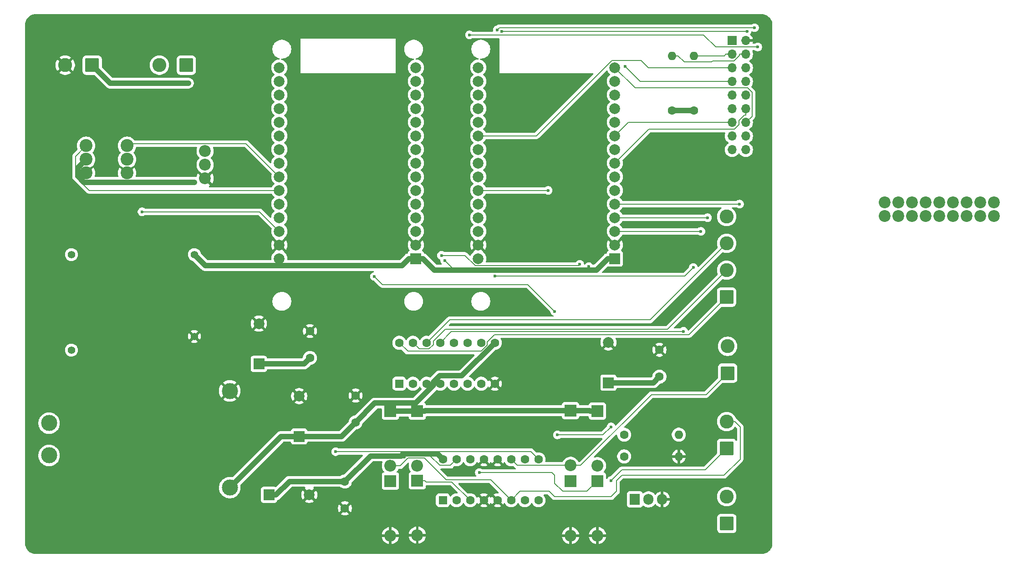
<source format=gbr>
%TF.GenerationSoftware,KiCad,Pcbnew,9.0.0*%
%TF.CreationDate,2025-03-24T15:48:26-05:00*%
%TF.ProjectId,DIIN-proyecto,4449494e-2d70-4726-9f79-6563746f2e6b,rev?*%
%TF.SameCoordinates,Original*%
%TF.FileFunction,Copper,L1,Top*%
%TF.FilePolarity,Positive*%
%FSLAX46Y46*%
G04 Gerber Fmt 4.6, Leading zero omitted, Abs format (unit mm)*
G04 Created by KiCad (PCBNEW 9.0.0) date 2025-03-24 15:48:26*
%MOMM*%
%LPD*%
G01*
G04 APERTURE LIST*
G04 Aperture macros list*
%AMRoundRect*
0 Rectangle with rounded corners*
0 $1 Rounding radius*
0 $2 $3 $4 $5 $6 $7 $8 $9 X,Y pos of 4 corners*
0 Add a 4 corners polygon primitive as box body*
4,1,4,$2,$3,$4,$5,$6,$7,$8,$9,$2,$3,0*
0 Add four circle primitives for the rounded corners*
1,1,$1+$1,$2,$3*
1,1,$1+$1,$4,$5*
1,1,$1+$1,$6,$7*
1,1,$1+$1,$8,$9*
0 Add four rect primitives between the rounded corners*
20,1,$1+$1,$2,$3,$4,$5,0*
20,1,$1+$1,$4,$5,$6,$7,0*
20,1,$1+$1,$6,$7,$8,$9,0*
20,1,$1+$1,$8,$9,$2,$3,0*%
G04 Aperture macros list end*
%TA.AperFunction,ComponentPad*%
%ADD10C,2.200000*%
%TD*%
%TA.AperFunction,ComponentPad*%
%ADD11C,1.400000*%
%TD*%
%TA.AperFunction,ComponentPad*%
%ADD12C,1.600000*%
%TD*%
%TA.AperFunction,ComponentPad*%
%ADD13O,1.600000X1.600000*%
%TD*%
%TA.AperFunction,ComponentPad*%
%ADD14R,1.905000X2.000000*%
%TD*%
%TA.AperFunction,ComponentPad*%
%ADD15O,1.905000X2.000000*%
%TD*%
%TA.AperFunction,ComponentPad*%
%ADD16RoundRect,0.250000X1.050000X-1.050000X1.050000X1.050000X-1.050000X1.050000X-1.050000X-1.050000X0*%
%TD*%
%TA.AperFunction,ComponentPad*%
%ADD17C,2.600000*%
%TD*%
%TA.AperFunction,ComponentPad*%
%ADD18C,3.000000*%
%TD*%
%TA.AperFunction,ComponentPad*%
%ADD19R,2.000000X2.000000*%
%TD*%
%TA.AperFunction,ComponentPad*%
%ADD20C,2.000000*%
%TD*%
%TA.AperFunction,ComponentPad*%
%ADD21R,2.200000X2.200000*%
%TD*%
%TA.AperFunction,ComponentPad*%
%ADD22O,2.200000X2.200000*%
%TD*%
%TA.AperFunction,ComponentPad*%
%ADD23R,1.700000X1.700000*%
%TD*%
%TA.AperFunction,ComponentPad*%
%ADD24O,1.700000X1.700000*%
%TD*%
%TA.AperFunction,ComponentPad*%
%ADD25C,2.400000*%
%TD*%
%TA.AperFunction,ComponentPad*%
%ADD26RoundRect,0.250000X1.050000X1.050000X-1.050000X1.050000X-1.050000X-1.050000X1.050000X-1.050000X0*%
%TD*%
%TA.AperFunction,ComponentPad*%
%ADD27RoundRect,0.250000X0.550000X-0.550000X0.550000X0.550000X-0.550000X0.550000X-0.550000X-0.550000X0*%
%TD*%
%TA.AperFunction,ViaPad*%
%ADD28C,0.600000*%
%TD*%
%TA.AperFunction,Conductor*%
%ADD29C,0.200000*%
%TD*%
%TA.AperFunction,Conductor*%
%ADD30C,1.000000*%
%TD*%
G04 APERTURE END LIST*
D10*
%TO.P,U9,1,+3.3V*%
%TO.N,+3.3V*%
X196840000Y-74190000D03*
%TO.P,U9,2,GND*%
%TO.N,GND*%
X196840000Y-76730000D03*
%TO.P,U9,3,SOIC*%
%TO.N,SOIC*%
X199380000Y-74190000D03*
%TO.P,U9,4,SOID*%
%TO.N,SOID*%
X199380000Y-76730000D03*
%TO.P,U9,5,VSYNC*%
%TO.N,VSYNC*%
X201920000Y-74190000D03*
%TO.P,U9,6,HREF*%
%TO.N,HREF*%
X201920000Y-76730000D03*
%TO.P,U9,7,PCLK*%
%TO.N,PCLK*%
X204460000Y-74190000D03*
%TO.P,U9,8,XCLK*%
%TO.N,XCLK*%
X204460000Y-76730000D03*
%TO.P,U9,9,D7*%
%TO.N,D7*%
X207000000Y-74190000D03*
%TO.P,U9,10,D6*%
%TO.N,D6*%
X207000000Y-76730000D03*
%TO.P,U9,11,D5*%
%TO.N,D5*%
X209540000Y-74190000D03*
%TO.P,U9,12,D4*%
%TO.N,D4*%
X209540000Y-76730000D03*
%TO.P,U9,13,D3*%
%TO.N,D3*%
X212080000Y-74190000D03*
%TO.P,U9,14,D2*%
%TO.N,D2*%
X212080000Y-76730000D03*
%TO.P,U9,15,D1*%
%TO.N,D1*%
X214620000Y-74190000D03*
%TO.P,U9,16,D0*%
%TO.N,D0*%
X214620000Y-76730000D03*
%TO.P,U9,17,RESET*%
%TO.N,RESET*%
X217160000Y-74190000D03*
%TO.P,U9,18,PWDN*%
%TO.N,PWDN*%
X217160000Y-76730000D03*
%TD*%
D11*
%TO.P,PS1,1,VAC_IN_(L)*%
%TO.N,N*%
X45636650Y-101700000D03*
%TO.P,PS1,2,-VOUT*%
%TO.N,GND*%
X68496650Y-99160000D03*
%TO.P,PS1,3,+VOUT*%
%TO.N,+3.3V*%
X68496650Y-83920000D03*
%TO.P,PS1,4,VAC_IN_(N)*%
%TO.N,L*%
X45636650Y-83920000D03*
%TD*%
D12*
%TO.P,R4,1*%
%TO.N,MBE*%
X148420000Y-121500000D03*
D13*
%TO.P,R4,2*%
%TO.N,GND*%
X158580000Y-121500000D03*
%TD*%
D12*
%TO.P,R3,1*%
%TO.N,MBE*%
X148420000Y-117450000D03*
D13*
%TO.P,R3,2*%
%TO.N,Net-(Q1-G)*%
X158580000Y-117450000D03*
%TD*%
D14*
%TO.P,Q1,1,G*%
%TO.N,Net-(Q1-G)*%
X150420000Y-129500000D03*
D15*
%TO.P,Q1,2,D*%
%TO.N,MB-*%
X152960000Y-129500000D03*
%TO.P,Q1,3,S*%
%TO.N,GND*%
X155500000Y-129500000D03*
%TD*%
D16*
%TO.P,J15,1,Pin_1*%
%TO.N,MB+*%
X167500000Y-134000000D03*
D17*
%TO.P,J15,2,Pin_2*%
%TO.N,MB-*%
X167500000Y-129000000D03*
%TD*%
D18*
%TO.P,U2,1,L*%
%TO.N,L*%
X41491650Y-115310000D03*
%TO.P,U2,2,N*%
%TO.N,N*%
X41491650Y-121310000D03*
%TO.P,U2,3,GND*%
%TO.N,GND*%
X75091650Y-109310000D03*
%TO.P,U2,4,+5v*%
%TO.N,COM*%
X75091650Y-127310000D03*
%TD*%
D16*
%TO.P,J10,1,Pin_1*%
%TO.N,B1*%
X167481650Y-91840000D03*
D17*
%TO.P,J10,2,Pin_2*%
%TO.N,B2*%
X167481650Y-86840000D03*
%TO.P,J10,3,Pin_3*%
%TO.N,B3*%
X167481650Y-81840000D03*
%TO.P,J10,4,Pin_4*%
%TO.N,B4*%
X167481650Y-76840000D03*
%TD*%
D10*
%TO.P,U7,1,VDD*%
%TO.N,+3.3V*%
X70496650Y-67200000D03*
%TO.P,U7,2,DATA*%
%TO.N,DHT*%
X70496650Y-64660000D03*
%TO.P,U7,4,GND*%
%TO.N,GND*%
X70496650Y-69740000D03*
%TD*%
D12*
%TO.P,C2,1*%
%TO.N,COM*%
X98496650Y-115160000D03*
%TO.P,C2,2*%
%TO.N,GND*%
X98496650Y-110160000D03*
%TD*%
%TO.P,C6,1*%
%TO.N,+3.3V*%
X154996650Y-106660000D03*
%TO.P,C6,2*%
%TO.N,GND*%
X154996650Y-101660000D03*
%TD*%
D19*
%TO.P,C7,1*%
%TO.N,+12V*%
X82378950Y-128660000D03*
D20*
%TO.P,C7,2*%
%TO.N,GND*%
X89878950Y-128660000D03*
%TD*%
D21*
%TO.P,D2,1,K*%
%TO.N,+12V*%
X109956650Y-113080000D03*
D22*
%TO.P,D2,2,A*%
%TO.N,X1*%
X109956650Y-123240000D03*
%TD*%
D21*
%TO.P,D5,1,K*%
%TO.N,+12V*%
X138456650Y-113000000D03*
D22*
%TO.P,D5,2,A*%
%TO.N,Y1*%
X138456650Y-123160000D03*
%TD*%
D23*
%TO.P,J1,1,Pin_1*%
%TO.N,+3.3V*%
X168496650Y-44080000D03*
D24*
%TO.P,J1,2,Pin_2*%
%TO.N,GND*%
X171036650Y-44080000D03*
%TO.P,J1,3,Pin_3*%
%TO.N,SOIC*%
X168496650Y-46620000D03*
%TO.P,J1,4,Pin_4*%
%TO.N,SOID*%
X171036650Y-46620000D03*
%TO.P,J1,5,Pin_5*%
%TO.N,VSYNC*%
X168496650Y-49160000D03*
%TO.P,J1,6,Pin_6*%
%TO.N,HREF*%
X171036650Y-49160000D03*
%TO.P,J1,7,Pin_7*%
%TO.N,PCLK*%
X168496650Y-51700000D03*
%TO.P,J1,8,Pin_8*%
%TO.N,XCLK*%
X171036650Y-51700000D03*
%TO.P,J1,9,Pin_9*%
%TO.N,D7*%
X168496650Y-54240000D03*
%TO.P,J1,10,Pin_10*%
%TO.N,D6*%
X171036650Y-54240000D03*
%TO.P,J1,11,Pin_11*%
%TO.N,D5*%
X168496650Y-56780000D03*
%TO.P,J1,12,Pin_12*%
%TO.N,D4*%
X171036650Y-56780000D03*
%TO.P,J1,13,Pin_13*%
%TO.N,D3*%
X168496650Y-59320000D03*
%TO.P,J1,14,Pin_14*%
%TO.N,D2*%
X171036650Y-59320000D03*
%TO.P,J1,15,Pin_15*%
%TO.N,D1*%
X168496650Y-61860000D03*
%TO.P,J1,16,Pin_16*%
%TO.N,D0*%
X171036650Y-61860000D03*
%TO.P,J1,17,Pin_17*%
%TO.N,RESET*%
X168496650Y-64400000D03*
%TO.P,J1,18,Pin_18*%
%TO.N,PWDN*%
X171036650Y-64400000D03*
%TD*%
D19*
%TO.P,U8,1,3V3*%
%TO.N,+3.3V*%
X109696650Y-84675000D03*
D20*
%TO.P,U8,2,GND*%
%TO.N,GND*%
X109696650Y-82135000D03*
%TO.P,U8,3,D15*%
%TO.N,FM1*%
X109696650Y-79595000D03*
%TO.P,U8,4,D2*%
%TO.N,FM2*%
X109696650Y-77055000D03*
%TO.P,U8,5,D4*%
%TO.N,FM3*%
X109696650Y-74515000D03*
%TO.P,U8,6,RX2*%
%TO.N,TX*%
X109696650Y-71975000D03*
%TO.P,U8,7,TX2*%
%TO.N,RX*%
X109696650Y-69435000D03*
%TO.P,U8,8,D5*%
%TO.N,FM4*%
X109696650Y-66895000D03*
%TO.P,U8,9,D18*%
%TO.N,IN1*%
X109696650Y-64355000D03*
%TO.P,U8,10,D19*%
%TO.N,IN1_N*%
X109696650Y-61815000D03*
%TO.P,U8,11,D21*%
%TO.N,PWM1*%
X109696650Y-59275000D03*
%TO.P,U8,12,RX0*%
%TO.N,unconnected-(U8-RX0-Pad12)*%
X109696650Y-56735000D03*
%TO.P,U8,13,TX0*%
%TO.N,unconnected-(U8-TX0-Pad13)*%
X109696650Y-54195000D03*
%TO.P,U8,14,D22*%
%TO.N,IN2*%
X109696650Y-51655000D03*
%TO.P,U8,15,D23*%
%TO.N,IN2_N*%
X109696650Y-49115000D03*
%TO.P,U8,16,EN*%
%TO.N,unconnected-(U8-EN-Pad16)*%
X84296650Y-49115000D03*
%TO.P,U8,17,VP*%
%TO.N,unconnected-(U8-VP-Pad17)*%
X84296650Y-51655000D03*
%TO.P,U8,18,VN*%
%TO.N,unconnected-(U8-VN-Pad18)*%
X84296650Y-54195000D03*
%TO.P,U8,19,D34*%
%TO.N,unconnected-(U8-D34-Pad19)*%
X84296650Y-56735000D03*
%TO.P,U8,20,D35*%
%TO.N,unconnected-(U8-D35-Pad20)*%
X84296650Y-59275000D03*
%TO.P,U8,21,D32*%
%TO.N,unconnected-(U8-D32-Pad21)*%
X84296650Y-61815000D03*
%TO.P,U8,22,D33*%
%TO.N,MBE*%
X84296650Y-64355000D03*
%TO.P,U8,23,D25*%
%TO.N,unconnected-(U8-D25-Pad23)*%
X84296650Y-66895000D03*
%TO.P,U8,24,D26*%
%TO.N,SCK*%
X84296650Y-69435000D03*
%TO.P,U8,25,D27*%
%TO.N,SD*%
X84296650Y-71975000D03*
%TO.P,U8,26,D14*%
%TO.N,DHT*%
X84296650Y-74515000D03*
%TO.P,U8,27,D12*%
%TO.N,PWM2*%
X84296650Y-77055000D03*
%TO.P,U8,28,D13*%
%TO.N,WS*%
X84296650Y-79595000D03*
%TO.P,U8,29,GND*%
%TO.N,GND*%
X84296650Y-82135000D03*
%TO.P,U8,30,VIN*%
%TO.N,unconnected-(U8-VIN-Pad30)*%
X84296650Y-84675000D03*
%TD*%
D19*
%TO.P,C5,1*%
%TO.N,+3.3V*%
X145496650Y-107777700D03*
D20*
%TO.P,C5,2*%
%TO.N,GND*%
X145496650Y-100277700D03*
%TD*%
D21*
%TO.P,D4,1,K*%
%TO.N,X2*%
X104956650Y-126080000D03*
D22*
%TO.P,D4,2,A*%
%TO.N,GND*%
X104956650Y-136240000D03*
%TD*%
D21*
%TO.P,D6,1,K*%
%TO.N,Y1*%
X138456650Y-126080000D03*
D22*
%TO.P,D6,2,A*%
%TO.N,GND*%
X138456650Y-136240000D03*
%TD*%
D12*
%TO.P,R2,1*%
%TO.N,+3.3V*%
X161386650Y-57085000D03*
D13*
%TO.P,R2,2*%
%TO.N,SOIC*%
X161386650Y-46925000D03*
%TD*%
D21*
%TO.P,D1,1,K*%
%TO.N,X1*%
X109956650Y-126000000D03*
D22*
%TO.P,D1,2,A*%
%TO.N,GND*%
X109956650Y-136160000D03*
%TD*%
D19*
%TO.P,C1,1*%
%TO.N,COM*%
X87996650Y-117777700D03*
D20*
%TO.P,C1,2*%
%TO.N,GND*%
X87996650Y-110277700D03*
%TD*%
D25*
%TO.P,U3,1,SCK*%
%TO.N,SCK*%
X55996650Y-63660000D03*
%TO.P,U3,2,WS*%
%TO.N,WS*%
X55996650Y-66200000D03*
%TO.P,U3,3,L/R*%
%TO.N,GND*%
X55996650Y-68740000D03*
%TO.P,U3,4,SD*%
%TO.N,SD*%
X48376650Y-63660000D03*
%TO.P,U3,5,VDD*%
%TO.N,+3.3V*%
X48376650Y-66200000D03*
%TO.P,U3,6,GND*%
%TO.N,GND*%
X48376650Y-68740000D03*
%TD*%
D26*
%TO.P,J2,1,Pin_1*%
%TO.N,+12V*%
X49496650Y-48660000D03*
D17*
%TO.P,J2,2,Pin_2*%
%TO.N,GND*%
X44496650Y-48660000D03*
%TD*%
D16*
%TO.P,J3,1,Pin_1*%
%TO.N,X1*%
X167481650Y-120000000D03*
D17*
%TO.P,J3,2,Pin_2*%
%TO.N,X2*%
X167481650Y-115000000D03*
%TD*%
D12*
%TO.P,C8,1*%
%TO.N,+12V*%
X96496650Y-126160000D03*
%TO.P,C8,2*%
%TO.N,GND*%
X96496650Y-131160000D03*
%TD*%
%TO.P,C4,1*%
%TO.N,+3.3V*%
X89996650Y-103160000D03*
%TO.P,C4,2*%
%TO.N,GND*%
X89996650Y-98160000D03*
%TD*%
D21*
%TO.P,D8,1,K*%
%TO.N,Y2*%
X143456650Y-126080000D03*
D22*
%TO.P,D8,2,A*%
%TO.N,GND*%
X143456650Y-136240000D03*
%TD*%
D26*
%TO.P,J4,1,Pin_1*%
%TO.N,L*%
X66996650Y-48660000D03*
D17*
%TO.P,J4,2,Pin_2*%
%TO.N,N*%
X61996650Y-48660000D03*
%TD*%
D27*
%TO.P,U5,1,EN1\u002C2*%
%TO.N,PWM1*%
X114716650Y-129660000D03*
D12*
%TO.P,U5,2,1A*%
%TO.N,IN1*%
X117256650Y-129660000D03*
%TO.P,U5,3,1Y*%
%TO.N,X1*%
X119796650Y-129660000D03*
%TO.P,U5,4,GND*%
%TO.N,GND*%
X122336650Y-129660000D03*
%TO.P,U5,5,GND*%
X124876650Y-129660000D03*
%TO.P,U5,6,2Y*%
%TO.N,X2*%
X127416650Y-129660000D03*
%TO.P,U5,7,2A*%
%TO.N,IN1_N*%
X129956650Y-129660000D03*
%TO.P,U5,8,VCC2*%
%TO.N,+12V*%
X132496650Y-129660000D03*
%TO.P,U5,9,EN3\u002C4*%
%TO.N,PWM2*%
X132496650Y-122040000D03*
%TO.P,U5,10,3A*%
%TO.N,IN2*%
X129956650Y-122040000D03*
%TO.P,U5,11,3Y*%
%TO.N,Y1*%
X127416650Y-122040000D03*
%TO.P,U5,12,GND*%
%TO.N,GND*%
X124876650Y-122040000D03*
%TO.P,U5,13,GND*%
X122336650Y-122040000D03*
%TO.P,U5,14,4Y*%
%TO.N,Y2*%
X119796650Y-122040000D03*
%TO.P,U5,15,4A*%
%TO.N,IN2_N*%
X117256650Y-122040000D03*
%TO.P,U5,16,VCC1*%
%TO.N,+12V*%
X114716650Y-122040000D03*
%TD*%
D27*
%TO.P,U1,1,I1*%
%TO.N,FM1*%
X106606650Y-107965000D03*
D12*
%TO.P,U1,2,I2*%
%TO.N,FM2*%
X109146650Y-107965000D03*
%TO.P,U1,3,I3*%
%TO.N,FM3*%
X111686650Y-107965000D03*
%TO.P,U1,4,I4*%
%TO.N,FM4*%
X114226650Y-107965000D03*
%TO.P,U1,5,I5*%
%TO.N,unconnected-(U1-I5-Pad5)*%
X116766650Y-107965000D03*
%TO.P,U1,6,I6*%
%TO.N,unconnected-(U1-I6-Pad6)*%
X119306650Y-107965000D03*
%TO.P,U1,7,I7*%
%TO.N,unconnected-(U1-I7-Pad7)*%
X121846650Y-107965000D03*
%TO.P,U1,8,GND*%
%TO.N,GND*%
X124386650Y-107965000D03*
%TO.P,U1,9,COM*%
%TO.N,COM*%
X124386650Y-100345000D03*
%TO.P,U1,10,O7*%
%TO.N,unconnected-(U1-O7-Pad10)*%
X121846650Y-100345000D03*
%TO.P,U1,11,O6*%
%TO.N,unconnected-(U1-O6-Pad11)*%
X119306650Y-100345000D03*
%TO.P,U1,12,O5*%
%TO.N,unconnected-(U1-O5-Pad12)*%
X116766650Y-100345000D03*
%TO.P,U1,13,O4*%
%TO.N,B4*%
X114226650Y-100345000D03*
%TO.P,U1,14,O3*%
%TO.N,B3*%
X111686650Y-100345000D03*
%TO.P,U1,15,O2*%
%TO.N,B2*%
X109146650Y-100345000D03*
%TO.P,U1,16,O1*%
%TO.N,B1*%
X106606650Y-100345000D03*
%TD*%
D19*
%TO.P,C3,1*%
%TO.N,+3.3V*%
X80496650Y-104277700D03*
D20*
%TO.P,C3,2*%
%TO.N,GND*%
X80496650Y-96777700D03*
%TD*%
D16*
%TO.P,J6,1,Pin_1*%
%TO.N,Y1*%
X167672500Y-106000000D03*
D17*
%TO.P,J6,2,Pin_2*%
%TO.N,Y2*%
X167672500Y-101000000D03*
%TD*%
D19*
%TO.P,U6,1,3V3*%
%TO.N,+3.3V*%
X146696650Y-84675000D03*
D20*
%TO.P,U6,2,GND*%
%TO.N,GND*%
X146696650Y-82135000D03*
%TO.P,U6,3,D15*%
%TO.N,D7*%
X146696650Y-79595000D03*
%TO.P,U6,4,D2*%
%TO.N,D5*%
X146696650Y-77055000D03*
%TO.P,U6,5,D4*%
%TO.N,D6*%
X146696650Y-74515000D03*
%TO.P,U6,6,RX2*%
%TO.N,RX*%
X146696650Y-71975000D03*
%TO.P,U6,7,TX2*%
%TO.N,TX*%
X146696650Y-69435000D03*
%TO.P,U6,8,D5*%
%TO.N,D4*%
X146696650Y-66895000D03*
%TO.P,U6,9,D18*%
%TO.N,unconnected-(U6-D18-Pad9)*%
X146696650Y-64355000D03*
%TO.P,U6,10,D19*%
%TO.N,D3*%
X146696650Y-61815000D03*
%TO.P,U6,11,D21*%
%TO.N,SOID*%
X146696650Y-59275000D03*
%TO.P,U6,12,RX0*%
%TO.N,unconnected-(U6-RX0-Pad12)*%
X146696650Y-56735000D03*
%TO.P,U6,13,TX0*%
%TO.N,unconnected-(U6-TX0-Pad13)*%
X146696650Y-54195000D03*
%TO.P,U6,14,D22*%
%TO.N,SOIC*%
X146696650Y-51655000D03*
%TO.P,U6,15,D23*%
%TO.N,D2*%
X146696650Y-49115000D03*
%TO.P,U6,16,EN*%
%TO.N,unconnected-(U6-EN-Pad16)*%
X121296650Y-49115000D03*
%TO.P,U6,17,VP*%
%TO.N,unconnected-(U6-VP-Pad17)*%
X121296650Y-51655000D03*
%TO.P,U6,18,VN*%
%TO.N,unconnected-(U6-VN-Pad18)*%
X121296650Y-54195000D03*
%TO.P,U6,19,D34*%
%TO.N,unconnected-(U6-D34-Pad19)*%
X121296650Y-56735000D03*
%TO.P,U6,20,D35*%
%TO.N,unconnected-(U6-D35-Pad20)*%
X121296650Y-59275000D03*
%TO.P,U6,21,D32*%
%TO.N,VSYNC*%
X121296650Y-61815000D03*
%TO.P,U6,22,D33*%
%TO.N,HREF*%
X121296650Y-64355000D03*
%TO.P,U6,23,D25*%
%TO.N,D0*%
X121296650Y-66895000D03*
%TO.P,U6,24,D26*%
%TO.N,XCLK*%
X121296650Y-69435000D03*
%TO.P,U6,25,D27*%
%TO.N,PCLK*%
X121296650Y-71975000D03*
%TO.P,U6,26,D14*%
%TO.N,unconnected-(U6-D14-Pad26)*%
X121296650Y-74515000D03*
%TO.P,U6,27,D12*%
%TO.N,unconnected-(U6-D12-Pad27)*%
X121296650Y-77055000D03*
%TO.P,U6,28,D13*%
%TO.N,D1*%
X121296650Y-79595000D03*
%TO.P,U6,29,GND*%
%TO.N,GND*%
X121296650Y-82135000D03*
%TO.P,U6,30,VIN*%
%TO.N,unconnected-(U6-VIN-Pad30)*%
X121296650Y-84675000D03*
%TD*%
D12*
%TO.P,R1,1*%
%TO.N,+3.3V*%
X157336650Y-57085000D03*
D13*
%TO.P,R1,2*%
%TO.N,SOID*%
X157336650Y-46925000D03*
%TD*%
D21*
%TO.P,D7,1,K*%
%TO.N,+12V*%
X143456650Y-113080000D03*
D22*
%TO.P,D7,2,A*%
%TO.N,Y2*%
X143456650Y-123240000D03*
%TD*%
D21*
%TO.P,D3,1,K*%
%TO.N,+12V*%
X104956650Y-113080000D03*
D22*
%TO.P,D3,2,A*%
%TO.N,X2*%
X104956650Y-123240000D03*
%TD*%
D28*
%TO.N,MBE*%
X146000000Y-116000000D03*
X136000000Y-117500000D03*
X135500000Y-94500000D03*
X102000000Y-88000000D03*
%TO.N,X1*%
X146000000Y-126000000D03*
%TO.N,Y2*%
X121500000Y-124500000D03*
%TO.N,+3.3V*%
X68496650Y-70454200D03*
%TO.N,+12V*%
X67402550Y-52019600D03*
%TO.N,D1*%
X124395150Y-87944000D03*
X161294150Y-86326800D03*
%TO.N,D5*%
X163936650Y-77055000D03*
%TO.N,D7*%
X162701850Y-79595000D03*
%TO.N,PCLK*%
X148590250Y-48858300D03*
X134302550Y-71975000D03*
%TO.N,D6*%
X169884950Y-74515000D03*
%TO.N,HREF*%
X125698050Y-42338900D03*
X171259950Y-42338900D03*
%TO.N,XCLK*%
X172674750Y-41694800D03*
X124817050Y-42096500D03*
%TO.N,D0*%
X173276550Y-45272200D03*
X119654750Y-43021300D03*
%TO.N,B4*%
X159475750Y-98213000D03*
%TO.N,IN2_N*%
X107566450Y-121615500D03*
%TO.N,PWM2*%
X94770950Y-120611300D03*
%TO.N,WS*%
X58769150Y-75949200D03*
%TO.N,RX*%
X115052550Y-85023200D03*
X141847650Y-86174800D03*
%TO.N,TX*%
X114450850Y-84075200D03*
X140164650Y-85761000D03*
%TD*%
D29*
%TO.N,MBE*%
X144500000Y-117500000D02*
X146000000Y-116000000D01*
X102000000Y-88000000D02*
X103500000Y-89500000D01*
X128000000Y-89500000D02*
X130500000Y-89500000D01*
X130500000Y-89500000D02*
X135500000Y-94500000D01*
X136000000Y-117500000D02*
X144500000Y-117500000D01*
X103500000Y-89500000D02*
X128000000Y-89500000D01*
%TO.N,Y1*%
X140340000Y-123160000D02*
X153500000Y-110000000D01*
X138456650Y-123160000D02*
X140340000Y-123160000D01*
X153500000Y-110000000D02*
X163672500Y-110000000D01*
X163672500Y-110000000D02*
X167672500Y-106000000D01*
%TO.N,X2*%
X169000000Y-115000000D02*
X167481650Y-115000000D01*
X170000000Y-116000000D02*
X169000000Y-115000000D01*
X170000000Y-122000000D02*
X170000000Y-116000000D01*
X167000000Y-125000000D02*
X170000000Y-122000000D01*
X148000000Y-125000000D02*
X167000000Y-125000000D01*
X147000000Y-126000000D02*
X148000000Y-125000000D01*
X147000000Y-128000000D02*
X147000000Y-126000000D01*
X146000000Y-129000000D02*
X147000000Y-128000000D01*
X135500000Y-129000000D02*
X146000000Y-129000000D01*
X134500000Y-128000000D02*
X135500000Y-129000000D01*
X129076650Y-128000000D02*
X134500000Y-128000000D01*
X127416650Y-129660000D02*
X129076650Y-128000000D01*
%TO.N,X1*%
X163481650Y-124000000D02*
X167481650Y-120000000D01*
X148000000Y-124000000D02*
X163481650Y-124000000D01*
X146000000Y-126000000D02*
X148000000Y-124000000D01*
%TO.N,Y2*%
X141536650Y-128000000D02*
X143456650Y-126080000D01*
X137000000Y-128000000D02*
X141536650Y-128000000D01*
X135000000Y-124500000D02*
X135500000Y-125000000D01*
X121500000Y-124500000D02*
X135000000Y-124500000D01*
X135500000Y-125000000D02*
X135500000Y-126500000D01*
X135500000Y-126500000D02*
X137000000Y-128000000D01*
D30*
%TO.N,COM*%
X87996650Y-117777700D02*
X84623950Y-117777700D01*
X95878950Y-117777700D02*
X87996650Y-117777700D01*
X114134450Y-106492100D02*
X112956750Y-107669800D01*
X109637750Y-111577900D02*
X102078750Y-111577900D01*
X124386650Y-100345000D02*
X118239550Y-106492100D01*
X112956750Y-108258900D02*
X109637750Y-111577900D01*
X102078750Y-111577900D02*
X98496650Y-115160000D01*
X98496650Y-115160000D02*
X95878950Y-117777700D01*
X118239550Y-106492100D02*
X114134450Y-106492100D01*
X84623950Y-117777700D02*
X75091650Y-127310000D01*
X112956750Y-107669800D02*
X112956750Y-108258900D01*
%TO.N,+3.3V*%
X146696650Y-84675000D02*
X145394950Y-84675000D01*
X107093250Y-85976700D02*
X108394950Y-84675000D01*
X70553350Y-85976700D02*
X107093250Y-85976700D01*
X80496650Y-104277700D02*
X88878950Y-104277700D01*
X46807550Y-69299400D02*
X47962350Y-70454200D01*
X157336650Y-57085000D02*
X161386650Y-57085000D01*
X113103450Y-86780100D02*
X143289850Y-86780100D01*
X48376650Y-66200000D02*
X46807550Y-67769100D01*
X110998350Y-84675000D02*
X113103450Y-86780100D01*
X145496650Y-107777700D02*
X153878950Y-107777700D01*
X109696650Y-84675000D02*
X110998350Y-84675000D01*
X143289850Y-86780100D02*
X145394950Y-84675000D01*
X47962350Y-70454200D02*
X68496650Y-70454200D01*
X46807550Y-67769100D02*
X46807550Y-69299400D01*
X88878950Y-104277700D02*
X89996650Y-103160000D01*
X68496650Y-83920000D02*
X70553350Y-85976700D01*
X109696650Y-84675000D02*
X108394950Y-84675000D01*
X153878950Y-107777700D02*
X154996650Y-106660000D01*
D29*
%TO.N,X1*%
X116388350Y-126251700D02*
X119796650Y-129660000D01*
X111610050Y-126251700D02*
X116388350Y-126251700D01*
X111358350Y-126000000D02*
X111610050Y-126251700D01*
X109956650Y-126000000D02*
X111358350Y-126000000D01*
D30*
%TO.N,+12V*%
X109956650Y-113080000D02*
X111358350Y-113080000D01*
X114716650Y-122040000D02*
X113689650Y-121013000D01*
X107318150Y-121013000D02*
X106916550Y-121414600D01*
X82378950Y-128660000D02*
X83680650Y-128660000D01*
X109956650Y-113080000D02*
X104956650Y-113080000D01*
X138456650Y-113000000D02*
X111438350Y-113000000D01*
X86180650Y-126160000D02*
X96496650Y-126160000D01*
X106916550Y-121414700D02*
X101241950Y-121414700D01*
X143456650Y-113080000D02*
X142054950Y-113080000D01*
X52856250Y-52019600D02*
X67402550Y-52019600D01*
X106916550Y-121414600D02*
X106916550Y-121414700D01*
X142054950Y-113080000D02*
X141974950Y-113000000D01*
X141974950Y-113000000D02*
X138456650Y-113000000D01*
X49496650Y-48660000D02*
X52856250Y-52019600D01*
X83680650Y-128660000D02*
X86180650Y-126160000D01*
X101241950Y-121414700D02*
X96496650Y-126160000D01*
X113689650Y-121013000D02*
X107318150Y-121013000D01*
X111438350Y-113000000D02*
X111358350Y-113080000D01*
D29*
%TO.N,X2*%
X111283150Y-121816400D02*
X115316750Y-125850000D01*
X115316750Y-125850000D02*
X123606650Y-125850000D01*
X106358350Y-123240000D02*
X106792850Y-123240000D01*
X123606650Y-125850000D02*
X127416650Y-129660000D01*
X104956650Y-123240000D02*
X106358350Y-123240000D01*
X106792850Y-123240000D02*
X108216450Y-121816400D01*
X108216450Y-121816400D02*
X111283150Y-121816400D01*
%TO.N,Y1*%
X128536650Y-123160000D02*
X127416650Y-122040000D01*
X138456650Y-123160000D02*
X128536650Y-123160000D01*
%TO.N,Y2*%
X144157550Y-123240000D02*
X143456650Y-123240000D01*
%TO.N,D1*%
X159676950Y-87944000D02*
X124395150Y-87944000D01*
X161294150Y-86326800D02*
X159676950Y-87944000D01*
%TO.N,D2*%
X171372650Y-52885000D02*
X150466650Y-52885000D01*
X172193550Y-58163100D02*
X172193550Y-53705900D01*
X172193550Y-53705900D02*
X171372650Y-52885000D01*
X150466650Y-52885000D02*
X146696650Y-49115000D01*
X171036650Y-59320000D02*
X172193550Y-58163100D01*
%TO.N,D4*%
X169766650Y-58933200D02*
X170768150Y-57931700D01*
X153001650Y-60590000D02*
X168914950Y-60590000D01*
X170768150Y-57931700D02*
X171036650Y-57931700D01*
X146696650Y-66895000D02*
X153001650Y-60590000D01*
X171036650Y-56780000D02*
X171036650Y-57931700D01*
X168914950Y-60590000D02*
X169766650Y-59738300D01*
X169766650Y-59738300D02*
X169766650Y-58933200D01*
%TO.N,D5*%
X163936650Y-77055000D02*
X146696650Y-77055000D01*
%TO.N,D7*%
X162701850Y-79595000D02*
X146696650Y-79595000D01*
%TO.N,PCLK*%
X151431950Y-51700000D02*
X168496650Y-51700000D01*
X121296650Y-71975000D02*
X134302550Y-71975000D01*
X148590250Y-48858300D02*
X151431950Y-51700000D01*
%TO.N,SOIC*%
X168496650Y-46620000D02*
X167344950Y-46620000D01*
X167344950Y-46620000D02*
X167039950Y-46925000D01*
X167039950Y-46925000D02*
X161386650Y-46925000D01*
%TO.N,D6*%
X146696650Y-74515000D02*
X169884950Y-74515000D01*
%TO.N,HREF*%
X171259950Y-42338900D02*
X125698050Y-42338900D01*
%TO.N,SOID*%
X164686750Y-48061800D02*
X164858550Y-47890000D01*
X159575150Y-48061800D02*
X164686750Y-48061800D01*
X158438350Y-46925000D02*
X159575150Y-48061800D01*
X169884950Y-46888500D02*
X169884950Y-46620000D01*
X168883450Y-47890000D02*
X169884950Y-46888500D01*
X164858550Y-47890000D02*
X168883450Y-47890000D01*
X157336650Y-46925000D02*
X158438350Y-46925000D01*
X171036650Y-46620000D02*
X169884950Y-46620000D01*
%TO.N,XCLK*%
X124817050Y-42096500D02*
X125218750Y-41694800D01*
X125218750Y-41694800D02*
X172674750Y-41694800D01*
%TO.N,D3*%
X168496650Y-59320000D02*
X167344950Y-59320000D01*
X167344950Y-59320000D02*
X149191650Y-59320000D01*
X149191650Y-59320000D02*
X146696650Y-61815000D01*
%TO.N,D0*%
X163166350Y-43021300D02*
X119654750Y-43021300D01*
X165417250Y-45272200D02*
X163166350Y-43021300D01*
X173276550Y-45272200D02*
X165417250Y-45272200D01*
%TO.N,VSYNC*%
X146129750Y-47774900D02*
X132089650Y-61815000D01*
X132089650Y-61815000D02*
X121296650Y-61815000D01*
X152967250Y-49160000D02*
X151582150Y-47774900D01*
X168496650Y-49160000D02*
X152967250Y-49160000D01*
X151582150Y-47774900D02*
X146129750Y-47774900D01*
%TO.N,B1*%
X108183050Y-101921400D02*
X121844850Y-101921400D01*
X122948350Y-100817900D02*
X122948350Y-100167000D01*
X122948350Y-100167000D02*
X124292150Y-98823200D01*
X160498450Y-98823200D02*
X167481650Y-91840000D01*
X121844850Y-101921400D02*
X122948350Y-100817900D01*
X124292150Y-98823200D02*
X160498450Y-98823200D01*
X106606650Y-100345000D02*
X108183050Y-101921400D01*
%TO.N,B3*%
X111686650Y-100345000D02*
X115939650Y-96092000D01*
X115939650Y-96092000D02*
X115939650Y-96091900D01*
X153229750Y-96091900D02*
X167481650Y-81840000D01*
X115939650Y-96091900D02*
X153229750Y-96091900D01*
%TO.N,B2*%
X110299750Y-101498100D02*
X109146650Y-100345000D01*
X167481650Y-86840000D02*
X156503350Y-97818300D01*
X112956650Y-100057000D02*
X112956650Y-100664300D01*
X112956650Y-100664300D02*
X112122850Y-101498100D01*
X156503350Y-97818300D02*
X115195350Y-97818300D01*
X115195350Y-97818300D02*
X112956650Y-100057000D01*
X112122850Y-101498100D02*
X110299750Y-101498100D01*
%TO.N,B4*%
X116300950Y-98270700D02*
X114226650Y-100345000D01*
X159418050Y-98270700D02*
X116300950Y-98270700D01*
X159475750Y-98213000D02*
X159418050Y-98270700D01*
%TO.N,IN2_N*%
X114130050Y-123171000D02*
X112373750Y-121414700D01*
X116125650Y-123171000D02*
X114130050Y-123171000D01*
X117256650Y-122040000D02*
X116125650Y-123171000D01*
X112373750Y-121414700D02*
X107767250Y-121414700D01*
X107767250Y-121414700D02*
X107566450Y-121615500D01*
%TO.N,PWM2*%
X131067950Y-120611300D02*
X94770950Y-120611300D01*
X132496650Y-122040000D02*
X131067950Y-120611300D01*
%TO.N,WS*%
X58769150Y-75949200D02*
X80650850Y-75949200D01*
X80650850Y-75949200D02*
X84296650Y-79595000D01*
%TO.N,SD*%
X46405850Y-65630800D02*
X46405850Y-69465700D01*
X46405850Y-69465700D02*
X48915150Y-71975000D01*
X48376650Y-63660000D02*
X46405850Y-65630800D01*
X48915150Y-71975000D02*
X84296650Y-71975000D01*
%TO.N,SCK*%
X55996650Y-63660000D02*
X56401650Y-63255000D01*
X78116650Y-63255000D02*
X84296650Y-69435000D01*
X56401650Y-63255000D02*
X78116650Y-63255000D01*
%TO.N,RX*%
X116407750Y-86378400D02*
X115052550Y-85023200D01*
X141644050Y-86378400D02*
X116407750Y-86378400D01*
X141847650Y-86174800D02*
X141644050Y-86378400D01*
%TO.N,TX*%
X118818250Y-84075200D02*
X114450850Y-84075200D01*
X120719750Y-85976700D02*
X118818250Y-84075200D01*
X140164650Y-85761000D02*
X139948950Y-85976700D01*
X139948950Y-85976700D02*
X120719750Y-85976700D01*
%TD*%
%TA.AperFunction,Conductor*%
%TO.N,GND*%
G36*
X123373592Y-126470185D02*
G01*
X123394234Y-126486819D01*
X125055733Y-128148319D01*
X125089218Y-128209642D01*
X125084234Y-128279334D01*
X125042362Y-128335267D01*
X124976898Y-128359684D01*
X124968052Y-128360000D01*
X124774333Y-128360000D01*
X124572232Y-128392009D01*
X124377618Y-128455244D01*
X124195294Y-128548143D01*
X124150727Y-128580523D01*
X124150727Y-128580524D01*
X124830204Y-129260000D01*
X124823989Y-129260000D01*
X124722256Y-129287259D01*
X124631044Y-129339920D01*
X124556570Y-129414394D01*
X124503909Y-129505606D01*
X124476650Y-129607339D01*
X124476650Y-129613553D01*
X123797174Y-128934077D01*
X123797173Y-128934077D01*
X123764793Y-128978644D01*
X123717135Y-129072180D01*
X123669160Y-129122976D01*
X123601339Y-129139771D01*
X123535204Y-129117233D01*
X123496165Y-129072180D01*
X123448509Y-128978650D01*
X123416124Y-128934077D01*
X123416124Y-128934076D01*
X122736650Y-129613551D01*
X122736650Y-129607339D01*
X122709391Y-129505606D01*
X122656730Y-129414394D01*
X122582256Y-129339920D01*
X122491044Y-129287259D01*
X122389311Y-129260000D01*
X122383096Y-129260000D01*
X123062572Y-128580524D01*
X123062571Y-128580523D01*
X123018009Y-128548147D01*
X123018000Y-128548141D01*
X122835681Y-128455244D01*
X122641067Y-128392009D01*
X122438967Y-128360000D01*
X122234333Y-128360000D01*
X122032232Y-128392009D01*
X121837618Y-128455244D01*
X121655294Y-128548143D01*
X121610727Y-128580523D01*
X121610727Y-128580524D01*
X122290204Y-129260000D01*
X122283989Y-129260000D01*
X122182256Y-129287259D01*
X122091044Y-129339920D01*
X122016570Y-129414394D01*
X121963909Y-129505606D01*
X121936650Y-129607339D01*
X121936650Y-129613553D01*
X121257174Y-128934077D01*
X121257173Y-128934077D01*
X121224793Y-128978644D01*
X121177415Y-129071630D01*
X121129440Y-129122426D01*
X121061619Y-129139221D01*
X120995484Y-129116683D01*
X120956445Y-129071630D01*
X120926854Y-129013554D01*
X120908937Y-128978390D01*
X120908935Y-128978387D01*
X120908934Y-128978385D01*
X120788621Y-128812786D01*
X120643863Y-128668028D01*
X120478263Y-128547715D01*
X120478262Y-128547714D01*
X120478260Y-128547713D01*
X120418548Y-128517288D01*
X120295873Y-128454781D01*
X120101184Y-128391522D01*
X119926645Y-128363878D01*
X119899002Y-128359500D01*
X119694298Y-128359500D01*
X119656249Y-128365526D01*
X119492118Y-128391522D01*
X119483367Y-128394365D01*
X119477804Y-128396173D01*
X119407963Y-128398167D01*
X119351807Y-128365922D01*
X117648066Y-126662181D01*
X117614581Y-126600858D01*
X117619565Y-126531166D01*
X117661437Y-126475233D01*
X117726901Y-126450816D01*
X117735747Y-126450500D01*
X123306553Y-126450500D01*
X123373592Y-126470185D01*
G37*
%TD.AperFunction*%
%TA.AperFunction,Conductor*%
G36*
X124476650Y-122092661D02*
G01*
X124503909Y-122194394D01*
X124556570Y-122285606D01*
X124631044Y-122360080D01*
X124722256Y-122412741D01*
X124823989Y-122440000D01*
X124830203Y-122440000D01*
X124150726Y-123119474D01*
X124195300Y-123151859D01*
X124377618Y-123244755D01*
X124572232Y-123307990D01*
X124774333Y-123340000D01*
X124978967Y-123340000D01*
X125181067Y-123307990D01*
X125375681Y-123244755D01*
X125557999Y-123151859D01*
X125602571Y-123119474D01*
X124923097Y-122440000D01*
X124929311Y-122440000D01*
X125031044Y-122412741D01*
X125122256Y-122360080D01*
X125196730Y-122285606D01*
X125249391Y-122194394D01*
X125276650Y-122092661D01*
X125276650Y-122086447D01*
X125956124Y-122765921D01*
X125988511Y-122721347D01*
X125988511Y-122721346D01*
X126035884Y-122628371D01*
X126083858Y-122577575D01*
X126151678Y-122560779D01*
X126217814Y-122583316D01*
X126256853Y-122628369D01*
X126304363Y-122721611D01*
X126424678Y-122887213D01*
X126569436Y-123031971D01*
X126682394Y-123114038D01*
X126735040Y-123152287D01*
X126845156Y-123208394D01*
X126917426Y-123245218D01*
X126917428Y-123245218D01*
X126917431Y-123245220D01*
X127012990Y-123276269D01*
X127112115Y-123308477D01*
X127213207Y-123324488D01*
X127314298Y-123340500D01*
X127314299Y-123340500D01*
X127519001Y-123340500D01*
X127519002Y-123340500D01*
X127721184Y-123308477D01*
X127735492Y-123303827D01*
X127805332Y-123301831D01*
X127861492Y-123334077D01*
X128051789Y-123524374D01*
X128051799Y-123524385D01*
X128167935Y-123640521D01*
X128215726Y-123668112D01*
X128263942Y-123718679D01*
X128277166Y-123787286D01*
X128251198Y-123852151D01*
X128194285Y-123892680D01*
X128153727Y-123899500D01*
X122079766Y-123899500D01*
X122012727Y-123879815D01*
X122010875Y-123878602D01*
X121879185Y-123790609D01*
X121879172Y-123790602D01*
X121733501Y-123730264D01*
X121733489Y-123730261D01*
X121578845Y-123699500D01*
X121578842Y-123699500D01*
X121421158Y-123699500D01*
X121421155Y-123699500D01*
X121266510Y-123730261D01*
X121266498Y-123730264D01*
X121120827Y-123790602D01*
X121120814Y-123790609D01*
X120989711Y-123878210D01*
X120989707Y-123878213D01*
X120878213Y-123989707D01*
X120878210Y-123989711D01*
X120790609Y-124120814D01*
X120790602Y-124120827D01*
X120730264Y-124266498D01*
X120730261Y-124266510D01*
X120699500Y-124421153D01*
X120699500Y-124578846D01*
X120730261Y-124733489D01*
X120730264Y-124733501D01*
X120790602Y-124879172D01*
X120790609Y-124879185D01*
X120878210Y-125010288D01*
X120878213Y-125010292D01*
X120905740Y-125037819D01*
X120939225Y-125099142D01*
X120934241Y-125168834D01*
X120892369Y-125224767D01*
X120826905Y-125249184D01*
X120818059Y-125249500D01*
X115616847Y-125249500D01*
X115549808Y-125229815D01*
X115529166Y-125213181D01*
X114299166Y-123983181D01*
X114265681Y-123921858D01*
X114270665Y-123852166D01*
X114312537Y-123796233D01*
X114378001Y-123771816D01*
X114386847Y-123771500D01*
X116038981Y-123771500D01*
X116038997Y-123771501D01*
X116046593Y-123771501D01*
X116204704Y-123771501D01*
X116204707Y-123771501D01*
X116357435Y-123730577D01*
X116378043Y-123718679D01*
X116411238Y-123699514D01*
X116411249Y-123699506D01*
X116411261Y-123699500D01*
X116494366Y-123651520D01*
X116606170Y-123539716D01*
X116606170Y-123539714D01*
X116616374Y-123529511D01*
X116616378Y-123529506D01*
X116811808Y-123334075D01*
X116873129Y-123300592D01*
X116937801Y-123303825D01*
X116952116Y-123308477D01*
X116952121Y-123308477D01*
X116952122Y-123308478D01*
X117000394Y-123316123D01*
X117154298Y-123340500D01*
X117154299Y-123340500D01*
X117359001Y-123340500D01*
X117359002Y-123340500D01*
X117561184Y-123308477D01*
X117755869Y-123245220D01*
X117938260Y-123152287D01*
X118031240Y-123084732D01*
X118103863Y-123031971D01*
X118103865Y-123031968D01*
X118103869Y-123031966D01*
X118248616Y-122887219D01*
X118248618Y-122887215D01*
X118248621Y-122887213D01*
X118368934Y-122721614D01*
X118368936Y-122721611D01*
X118368937Y-122721610D01*
X118416166Y-122628917D01*
X118464139Y-122578123D01*
X118531960Y-122561328D01*
X118598095Y-122583865D01*
X118637133Y-122628917D01*
X118642526Y-122639500D01*
X118684365Y-122721614D01*
X118804678Y-122887213D01*
X118949436Y-123031971D01*
X119062394Y-123114038D01*
X119115040Y-123152287D01*
X119225156Y-123208394D01*
X119297426Y-123245218D01*
X119297428Y-123245218D01*
X119297431Y-123245220D01*
X119392990Y-123276269D01*
X119492115Y-123308477D01*
X119593207Y-123324488D01*
X119694298Y-123340500D01*
X119694299Y-123340500D01*
X119899001Y-123340500D01*
X119899002Y-123340500D01*
X120101184Y-123308477D01*
X120295869Y-123245220D01*
X120478260Y-123152287D01*
X120571240Y-123084732D01*
X120643863Y-123031971D01*
X120643865Y-123031968D01*
X120643869Y-123031966D01*
X120788616Y-122887219D01*
X120788618Y-122887215D01*
X120788621Y-122887213D01*
X120908936Y-122721611D01*
X120909065Y-122721359D01*
X120956445Y-122628369D01*
X121004419Y-122577573D01*
X121072240Y-122560778D01*
X121138375Y-122583315D01*
X121177415Y-122628369D01*
X121224791Y-122721350D01*
X121224797Y-122721359D01*
X121257173Y-122765921D01*
X121257174Y-122765922D01*
X121936650Y-122086446D01*
X121936650Y-122092661D01*
X121963909Y-122194394D01*
X122016570Y-122285606D01*
X122091044Y-122360080D01*
X122182256Y-122412741D01*
X122283989Y-122440000D01*
X122290203Y-122440000D01*
X121610726Y-123119474D01*
X121655300Y-123151859D01*
X121837618Y-123244755D01*
X122032232Y-123307990D01*
X122234333Y-123340000D01*
X122438967Y-123340000D01*
X122641067Y-123307990D01*
X122835681Y-123244755D01*
X123017999Y-123151859D01*
X123062571Y-123119474D01*
X122383097Y-122440000D01*
X122389311Y-122440000D01*
X122491044Y-122412741D01*
X122582256Y-122360080D01*
X122656730Y-122285606D01*
X122709391Y-122194394D01*
X122736650Y-122092661D01*
X122736650Y-122086447D01*
X123416124Y-122765921D01*
X123448511Y-122721347D01*
X123448511Y-122721346D01*
X123496165Y-122627820D01*
X123544139Y-122577024D01*
X123611960Y-122560228D01*
X123678095Y-122582765D01*
X123717135Y-122627819D01*
X123764791Y-122721350D01*
X123764797Y-122721359D01*
X123797173Y-122765921D01*
X123797174Y-122765922D01*
X124476650Y-122086446D01*
X124476650Y-122092661D01*
G37*
%TD.AperFunction*%
%TA.AperFunction,Conductor*%
G36*
X145234644Y-49621753D02*
G01*
X145290577Y-49663625D01*
X145303728Y-49686722D01*
X145303870Y-49686651D01*
X145305420Y-49689694D01*
X145305876Y-49690494D01*
X145306083Y-49690995D01*
X145365832Y-49808259D01*
X145413307Y-49901433D01*
X145552133Y-50092510D01*
X145719140Y-50259517D01*
X145753777Y-50284683D01*
X145796442Y-50340013D01*
X145802421Y-50409626D01*
X145769815Y-50471421D01*
X145753780Y-50485315D01*
X145743875Y-50492512D01*
X145719138Y-50510484D01*
X145552135Y-50677487D01*
X145552135Y-50677488D01*
X145552133Y-50677490D01*
X145492512Y-50759550D01*
X145413307Y-50868566D01*
X145306083Y-51079003D01*
X145233096Y-51303631D01*
X145196150Y-51536902D01*
X145196150Y-51773097D01*
X145233096Y-52006368D01*
X145306083Y-52230996D01*
X145396178Y-52407816D01*
X145413307Y-52441433D01*
X145552133Y-52632510D01*
X145719140Y-52799517D01*
X145753777Y-52824683D01*
X145796442Y-52880013D01*
X145802421Y-52949626D01*
X145769815Y-53011421D01*
X145753780Y-53025315D01*
X145736015Y-53038222D01*
X145719138Y-53050484D01*
X145552135Y-53217487D01*
X145552135Y-53217488D01*
X145552133Y-53217490D01*
X145525813Y-53253716D01*
X145413307Y-53408566D01*
X145306083Y-53619003D01*
X145233096Y-53843631D01*
X145196150Y-54076902D01*
X145196150Y-54313097D01*
X145233096Y-54546368D01*
X145306083Y-54770996D01*
X145365832Y-54888259D01*
X145413307Y-54981433D01*
X145552133Y-55172510D01*
X145719140Y-55339517D01*
X145753777Y-55364683D01*
X145796442Y-55420013D01*
X145802421Y-55489626D01*
X145769815Y-55551421D01*
X145753780Y-55565315D01*
X145743875Y-55572512D01*
X145719138Y-55590484D01*
X145552135Y-55757487D01*
X145552135Y-55757488D01*
X145552133Y-55757490D01*
X145532509Y-55784500D01*
X145413307Y-55948566D01*
X145306083Y-56159003D01*
X145233096Y-56383631D01*
X145196150Y-56616902D01*
X145196150Y-56853097D01*
X145233096Y-57086368D01*
X145306083Y-57310996D01*
X145365832Y-57428259D01*
X145413307Y-57521433D01*
X145552133Y-57712510D01*
X145719140Y-57879517D01*
X145753777Y-57904683D01*
X145796442Y-57960013D01*
X145802421Y-58029626D01*
X145769815Y-58091421D01*
X145753780Y-58105315D01*
X145743875Y-58112512D01*
X145719138Y-58130484D01*
X145552135Y-58297487D01*
X145552135Y-58297488D01*
X145552133Y-58297490D01*
X145533705Y-58322854D01*
X145413307Y-58488566D01*
X145306083Y-58699003D01*
X145233096Y-58923631D01*
X145196150Y-59156902D01*
X145196150Y-59393097D01*
X145233096Y-59626368D01*
X145306083Y-59850996D01*
X145413307Y-60061433D01*
X145552133Y-60252510D01*
X145719140Y-60419517D01*
X145753777Y-60444683D01*
X145796442Y-60500013D01*
X145802421Y-60569626D01*
X145769815Y-60631421D01*
X145753780Y-60645315D01*
X145743875Y-60652512D01*
X145719138Y-60670484D01*
X145552135Y-60837487D01*
X145552135Y-60837488D01*
X145552133Y-60837490D01*
X145547740Y-60843537D01*
X145413307Y-61028566D01*
X145306083Y-61239003D01*
X145233096Y-61463631D01*
X145196150Y-61696902D01*
X145196150Y-61933097D01*
X145233096Y-62166368D01*
X145306083Y-62390996D01*
X145380159Y-62536377D01*
X145413307Y-62601433D01*
X145552133Y-62792510D01*
X145719140Y-62959517D01*
X145753777Y-62984683D01*
X145796442Y-63040013D01*
X145802421Y-63109626D01*
X145769815Y-63171421D01*
X145753780Y-63185315D01*
X145743875Y-63192512D01*
X145719138Y-63210484D01*
X145552135Y-63377487D01*
X145552135Y-63377488D01*
X145552133Y-63377490D01*
X145492512Y-63459550D01*
X145413307Y-63568566D01*
X145306083Y-63779003D01*
X145233096Y-64003631D01*
X145196150Y-64236902D01*
X145196150Y-64473097D01*
X145233096Y-64706368D01*
X145306083Y-64930996D01*
X145380159Y-65076377D01*
X145413307Y-65141433D01*
X145552133Y-65332510D01*
X145719140Y-65499517D01*
X145753777Y-65524683D01*
X145796442Y-65580013D01*
X145802421Y-65649626D01*
X145769815Y-65711421D01*
X145753780Y-65725315D01*
X145736015Y-65738222D01*
X145719138Y-65750484D01*
X145552135Y-65917487D01*
X145552135Y-65917488D01*
X145552133Y-65917490D01*
X145543044Y-65930000D01*
X145413307Y-66108566D01*
X145306083Y-66319003D01*
X145233096Y-66543631D01*
X145196150Y-66776902D01*
X145196150Y-67013097D01*
X145233096Y-67246368D01*
X145306083Y-67470996D01*
X145380450Y-67616948D01*
X145413307Y-67681433D01*
X145552133Y-67872510D01*
X145719140Y-68039517D01*
X145753777Y-68064683D01*
X145796442Y-68120013D01*
X145802421Y-68189626D01*
X145769815Y-68251421D01*
X145753780Y-68265315D01*
X145736015Y-68278222D01*
X145719138Y-68290484D01*
X145552135Y-68457487D01*
X145552135Y-68457488D01*
X145552133Y-68457490D01*
X145515138Y-68508409D01*
X145413307Y-68648566D01*
X145306083Y-68859003D01*
X145233096Y-69083631D01*
X145196150Y-69316902D01*
X145196150Y-69553097D01*
X145233096Y-69786368D01*
X145306083Y-70010996D01*
X145340075Y-70077708D01*
X145413307Y-70221433D01*
X145552133Y-70412510D01*
X145719140Y-70579517D01*
X145753777Y-70604683D01*
X145796442Y-70660013D01*
X145802421Y-70729626D01*
X145769815Y-70791421D01*
X145753780Y-70805315D01*
X145736015Y-70818222D01*
X145719138Y-70830484D01*
X145552135Y-70997487D01*
X145552135Y-70997488D01*
X145552133Y-70997490D01*
X145492512Y-71079550D01*
X145413307Y-71188566D01*
X145306083Y-71399003D01*
X145233096Y-71623631D01*
X145196150Y-71856902D01*
X145196150Y-72093097D01*
X145233096Y-72326368D01*
X145306083Y-72550996D01*
X145374055Y-72684397D01*
X145413307Y-72761433D01*
X145552133Y-72952510D01*
X145719140Y-73119517D01*
X145753777Y-73144683D01*
X145796442Y-73200013D01*
X145802421Y-73269626D01*
X145769815Y-73331421D01*
X145753780Y-73345315D01*
X145736015Y-73358222D01*
X145719138Y-73370484D01*
X145552135Y-73537487D01*
X145552135Y-73537488D01*
X145552133Y-73537490D01*
X145492512Y-73619550D01*
X145413307Y-73728566D01*
X145306083Y-73939003D01*
X145233096Y-74163631D01*
X145196150Y-74396902D01*
X145196150Y-74633097D01*
X145233096Y-74866368D01*
X145306083Y-75090996D01*
X145374055Y-75224397D01*
X145413307Y-75301433D01*
X145552133Y-75492510D01*
X145719140Y-75659517D01*
X145753777Y-75684683D01*
X145796442Y-75740013D01*
X145802421Y-75809626D01*
X145769815Y-75871421D01*
X145753780Y-75885315D01*
X145736015Y-75898222D01*
X145719138Y-75910484D01*
X145552135Y-76077487D01*
X145552135Y-76077488D01*
X145552133Y-76077490D01*
X145492512Y-76159550D01*
X145413307Y-76268566D01*
X145306083Y-76479003D01*
X145233096Y-76703631D01*
X145196150Y-76936902D01*
X145196150Y-77173097D01*
X145233096Y-77406368D01*
X145306083Y-77630996D01*
X145374055Y-77764397D01*
X145413307Y-77841433D01*
X145552133Y-78032510D01*
X145719140Y-78199517D01*
X145753777Y-78224683D01*
X145796442Y-78280013D01*
X145802421Y-78349626D01*
X145769815Y-78411421D01*
X145753780Y-78425315D01*
X145736015Y-78438222D01*
X145719138Y-78450484D01*
X145552135Y-78617487D01*
X145552135Y-78617488D01*
X145552133Y-78617490D01*
X145492512Y-78699550D01*
X145413307Y-78808566D01*
X145306083Y-79019003D01*
X145233096Y-79243631D01*
X145196150Y-79476902D01*
X145196150Y-79713097D01*
X145233096Y-79946368D01*
X145306083Y-80170996D01*
X145374055Y-80304397D01*
X145413307Y-80381433D01*
X145552133Y-80572510D01*
X145719140Y-80739517D01*
X145778366Y-80782547D01*
X145821031Y-80837875D01*
X145829098Y-80892593D01*
X145827543Y-80912340D01*
X146559075Y-81643871D01*
X146499797Y-81659755D01*
X146383503Y-81726898D01*
X146288548Y-81821853D01*
X146221405Y-81938147D01*
X146205521Y-81997425D01*
X145473990Y-81265894D01*
X145413734Y-81348830D01*
X145306547Y-81559197D01*
X145233584Y-81783752D01*
X145196650Y-82016947D01*
X145196650Y-82253052D01*
X145233584Y-82486247D01*
X145306547Y-82710802D01*
X145413737Y-82921174D01*
X145503685Y-83044978D01*
X145527165Y-83110784D01*
X145511339Y-83178838D01*
X145462009Y-83226779D01*
X145462104Y-83226953D01*
X145461480Y-83227293D01*
X145461234Y-83227533D01*
X145460161Y-83228013D01*
X145454314Y-83231206D01*
X145339105Y-83317452D01*
X145339102Y-83317455D01*
X145252856Y-83432664D01*
X145252852Y-83432671D01*
X145202558Y-83567516D01*
X145198493Y-83605328D01*
X145171754Y-83669879D01*
X145114361Y-83709726D01*
X145108933Y-83711163D01*
X145108939Y-83711182D01*
X145103108Y-83712950D01*
X145049784Y-83735037D01*
X145049784Y-83735038D01*
X145004265Y-83753892D01*
X144921039Y-83788366D01*
X144921029Y-83788371D01*
X144757169Y-83897859D01*
X144687490Y-83967538D01*
X144617811Y-84037218D01*
X144617808Y-84037221D01*
X143751319Y-84903711D01*
X142911749Y-85743281D01*
X142884821Y-85757984D01*
X142859003Y-85774577D01*
X142852802Y-85775468D01*
X142850426Y-85776766D01*
X142824068Y-85779600D01*
X142612618Y-85779600D01*
X142545579Y-85759915D01*
X142509516Y-85724491D01*
X142469439Y-85664511D01*
X142469437Y-85664508D01*
X142357942Y-85553013D01*
X142357938Y-85553010D01*
X142226835Y-85465409D01*
X142226822Y-85465402D01*
X142081151Y-85405064D01*
X142081139Y-85405061D01*
X141926495Y-85374300D01*
X141926492Y-85374300D01*
X141768808Y-85374300D01*
X141768805Y-85374300D01*
X141614160Y-85405061D01*
X141614148Y-85405064D01*
X141468477Y-85465402D01*
X141468464Y-85465409D01*
X141337361Y-85553010D01*
X141337357Y-85553013D01*
X141225863Y-85664507D01*
X141225860Y-85664511D01*
X141188569Y-85720321D01*
X141134956Y-85765126D01*
X141065631Y-85773833D01*
X141002604Y-85743678D01*
X140965885Y-85684235D01*
X140963850Y-85675621D01*
X140939461Y-85553011D01*
X140934387Y-85527503D01*
X140916124Y-85483412D01*
X140874047Y-85381827D01*
X140874040Y-85381814D01*
X140786439Y-85250711D01*
X140786436Y-85250707D01*
X140674942Y-85139213D01*
X140674938Y-85139210D01*
X140543835Y-85051609D01*
X140543822Y-85051602D01*
X140398151Y-84991264D01*
X140398139Y-84991261D01*
X140243495Y-84960500D01*
X140243492Y-84960500D01*
X140085808Y-84960500D01*
X140085805Y-84960500D01*
X139931160Y-84991261D01*
X139931148Y-84991264D01*
X139785477Y-85051602D01*
X139785464Y-85051609D01*
X139654361Y-85139210D01*
X139654357Y-85139213D01*
X139542863Y-85250707D01*
X139542860Y-85250711D01*
X139495834Y-85321091D01*
X139442222Y-85365896D01*
X139392732Y-85376200D01*
X122817207Y-85376200D01*
X122750168Y-85356515D01*
X122704413Y-85303711D01*
X122694469Y-85234553D01*
X122699276Y-85213882D01*
X122760202Y-85026372D01*
X122760202Y-85026371D01*
X122760203Y-85026368D01*
X122788939Y-84844937D01*
X122797150Y-84793097D01*
X122797150Y-84556902D01*
X122760203Y-84323631D01*
X122705101Y-84154046D01*
X122687218Y-84099008D01*
X122687216Y-84099005D01*
X122687216Y-84099003D01*
X122630652Y-83987991D01*
X122579993Y-83888567D01*
X122441167Y-83697490D01*
X122274160Y-83530483D01*
X122214932Y-83487451D01*
X122172267Y-83432122D01*
X122164200Y-83377404D01*
X122165754Y-83357657D01*
X121434224Y-82626128D01*
X121493503Y-82610245D01*
X121609797Y-82543102D01*
X121704752Y-82448147D01*
X121771895Y-82331853D01*
X121787778Y-82272575D01*
X122519308Y-83004105D01*
X122519308Y-83004104D01*
X122579564Y-82921169D01*
X122579568Y-82921163D01*
X122686752Y-82710802D01*
X122759715Y-82486247D01*
X122796650Y-82253052D01*
X122796650Y-82016947D01*
X122759715Y-81783752D01*
X122686752Y-81559197D01*
X122579564Y-81348828D01*
X122519308Y-81265894D01*
X122519308Y-81265893D01*
X121787778Y-81997424D01*
X121771895Y-81938147D01*
X121704752Y-81821853D01*
X121609797Y-81726898D01*
X121493503Y-81659755D01*
X121434224Y-81643871D01*
X122165755Y-80912340D01*
X122164201Y-80892594D01*
X122178565Y-80824216D01*
X122214934Y-80782547D01*
X122274160Y-80739517D01*
X122441167Y-80572510D01*
X122579993Y-80381433D01*
X122687218Y-80170992D01*
X122760203Y-79946368D01*
X122797150Y-79713097D01*
X122797150Y-79476902D01*
X122760203Y-79243631D01*
X122698184Y-79052758D01*
X122687218Y-79019008D01*
X122687216Y-79019005D01*
X122687216Y-79019003D01*
X122619244Y-78885602D01*
X122579993Y-78808567D01*
X122441167Y-78617490D01*
X122274160Y-78450483D01*
X122239522Y-78425317D01*
X122196857Y-78369989D01*
X122190878Y-78300375D01*
X122223483Y-78238580D01*
X122239523Y-78224682D01*
X122274160Y-78199517D01*
X122441167Y-78032510D01*
X122579993Y-77841433D01*
X122687218Y-77630992D01*
X122760203Y-77406368D01*
X122797150Y-77173097D01*
X122797150Y-76936902D01*
X122760203Y-76703631D01*
X122721988Y-76586019D01*
X122687218Y-76479008D01*
X122687216Y-76479005D01*
X122687216Y-76479003D01*
X122610465Y-76328372D01*
X122579993Y-76268567D01*
X122441167Y-76077490D01*
X122274160Y-75910483D01*
X122239522Y-75885317D01*
X122196857Y-75829989D01*
X122190878Y-75760375D01*
X122223483Y-75698580D01*
X122239523Y-75684682D01*
X122274160Y-75659517D01*
X122441167Y-75492510D01*
X122579993Y-75301433D01*
X122687218Y-75090992D01*
X122760203Y-74866368D01*
X122797150Y-74633097D01*
X122797150Y-74396902D01*
X122760203Y-74163631D01*
X122687216Y-73939003D01*
X122619244Y-73805602D01*
X122579993Y-73728567D01*
X122441167Y-73537490D01*
X122274160Y-73370483D01*
X122239522Y-73345317D01*
X122196857Y-73289989D01*
X122190878Y-73220375D01*
X122223483Y-73158580D01*
X122239523Y-73144682D01*
X122274160Y-73119517D01*
X122441167Y-72952510D01*
X122579993Y-72761433D01*
X122640233Y-72643204D01*
X122688208Y-72592409D01*
X122750718Y-72575500D01*
X133722784Y-72575500D01*
X133789823Y-72595185D01*
X133791675Y-72596398D01*
X133923364Y-72684390D01*
X133923377Y-72684397D01*
X134069048Y-72744735D01*
X134069053Y-72744737D01*
X134223703Y-72775499D01*
X134223706Y-72775500D01*
X134223708Y-72775500D01*
X134381394Y-72775500D01*
X134381395Y-72775499D01*
X134536047Y-72744737D01*
X134681729Y-72684394D01*
X134812839Y-72596789D01*
X134924339Y-72485289D01*
X135011944Y-72354179D01*
X135072287Y-72208497D01*
X135103050Y-72053842D01*
X135103050Y-71896158D01*
X135103050Y-71896155D01*
X135103049Y-71896153D01*
X135072288Y-71741510D01*
X135072287Y-71741503D01*
X135023464Y-71623632D01*
X135011947Y-71595827D01*
X135011940Y-71595814D01*
X134924339Y-71464711D01*
X134924336Y-71464707D01*
X134812842Y-71353213D01*
X134812838Y-71353210D01*
X134681735Y-71265609D01*
X134681722Y-71265602D01*
X134536051Y-71205264D01*
X134536039Y-71205261D01*
X134381395Y-71174500D01*
X134381392Y-71174500D01*
X134223708Y-71174500D01*
X134223705Y-71174500D01*
X134069060Y-71205261D01*
X134069048Y-71205264D01*
X133923377Y-71265602D01*
X133923364Y-71265609D01*
X133791675Y-71353602D01*
X133724997Y-71374480D01*
X133722784Y-71374500D01*
X122750718Y-71374500D01*
X122683679Y-71354815D01*
X122640233Y-71306795D01*
X122579993Y-71188567D01*
X122441167Y-70997490D01*
X122274160Y-70830483D01*
X122239522Y-70805317D01*
X122196857Y-70749989D01*
X122190878Y-70680375D01*
X122223483Y-70618580D01*
X122239523Y-70604682D01*
X122274160Y-70579517D01*
X122441167Y-70412510D01*
X122579993Y-70221433D01*
X122687218Y-70010992D01*
X122760203Y-69786368D01*
X122774281Y-69697485D01*
X122797150Y-69553097D01*
X122797150Y-69316902D01*
X122760203Y-69083631D01*
X122698184Y-68892758D01*
X122687218Y-68859008D01*
X122687216Y-68859005D01*
X122687216Y-68859003D01*
X122597660Y-68683241D01*
X122579993Y-68648567D01*
X122441167Y-68457490D01*
X122274160Y-68290483D01*
X122239522Y-68265317D01*
X122196857Y-68209989D01*
X122190878Y-68140375D01*
X122223483Y-68078580D01*
X122239523Y-68064682D01*
X122274160Y-68039517D01*
X122441167Y-67872510D01*
X122579993Y-67681433D01*
X122687218Y-67470992D01*
X122760203Y-67246368D01*
X122775977Y-67146774D01*
X122797150Y-67013097D01*
X122797150Y-66776902D01*
X122760203Y-66543631D01*
X122696506Y-66347593D01*
X122687218Y-66319008D01*
X122687216Y-66319005D01*
X122687216Y-66319003D01*
X122604849Y-66157350D01*
X122579993Y-66108567D01*
X122441167Y-65917490D01*
X122274160Y-65750483D01*
X122239522Y-65725317D01*
X122196857Y-65669989D01*
X122190878Y-65600375D01*
X122223483Y-65538580D01*
X122239523Y-65524682D01*
X122274160Y-65499517D01*
X122441167Y-65332510D01*
X122579993Y-65141433D01*
X122687218Y-64930992D01*
X122760203Y-64706368D01*
X122775977Y-64606774D01*
X122797150Y-64473097D01*
X122797150Y-64236902D01*
X122760203Y-64003631D01*
X122687216Y-63779003D01*
X122579992Y-63568566D01*
X122565449Y-63548549D01*
X122441167Y-63377490D01*
X122274160Y-63210483D01*
X122239522Y-63185317D01*
X122196857Y-63129989D01*
X122190878Y-63060375D01*
X122223483Y-62998580D01*
X122239523Y-62984682D01*
X122274160Y-62959517D01*
X122441167Y-62792510D01*
X122579993Y-62601433D01*
X122640233Y-62483204D01*
X122688208Y-62432409D01*
X122750718Y-62415500D01*
X132002981Y-62415500D01*
X132002997Y-62415501D01*
X132010593Y-62415501D01*
X132168704Y-62415501D01*
X132168707Y-62415501D01*
X132321435Y-62374577D01*
X132391865Y-62333914D01*
X132458366Y-62295520D01*
X132570170Y-62183716D01*
X132570170Y-62183714D01*
X132580374Y-62173511D01*
X132580378Y-62173506D01*
X145103631Y-49650252D01*
X145164952Y-49616769D01*
X145234644Y-49621753D01*
G37*
%TD.AperFunction*%
%TA.AperFunction,Conductor*%
G36*
X77883592Y-63875185D02*
G01*
X77904234Y-63891819D01*
X82843850Y-68831435D01*
X82877335Y-68892758D01*
X82874100Y-68957433D01*
X82833097Y-69083628D01*
X82796150Y-69316902D01*
X82796150Y-69553097D01*
X82833096Y-69786368D01*
X82906083Y-70010996D01*
X82940075Y-70077708D01*
X83013307Y-70221433D01*
X83152133Y-70412510D01*
X83319140Y-70579517D01*
X83353777Y-70604683D01*
X83396442Y-70660013D01*
X83402421Y-70729626D01*
X83369815Y-70791421D01*
X83353780Y-70805315D01*
X83336015Y-70818222D01*
X83319138Y-70830484D01*
X83152135Y-70997487D01*
X83152135Y-70997488D01*
X83152133Y-70997490D01*
X83092512Y-71079550D01*
X83013307Y-71188566D01*
X82991513Y-71231339D01*
X82955505Y-71302011D01*
X82953067Y-71306795D01*
X82905092Y-71357591D01*
X82842582Y-71374500D01*
X71329565Y-71374500D01*
X71262526Y-71354815D01*
X71216771Y-71302011D01*
X71206827Y-71232853D01*
X71235852Y-71169297D01*
X71273270Y-71140015D01*
X71335225Y-71108446D01*
X71335231Y-71108442D01*
X71437347Y-71034250D01*
X71437348Y-71034250D01*
X70666884Y-70263787D01*
X70708942Y-70252518D01*
X70834358Y-70180110D01*
X70936760Y-70077708D01*
X71009168Y-69952292D01*
X71020437Y-69910235D01*
X71790900Y-70680698D01*
X71790900Y-70680697D01*
X71865092Y-70578581D01*
X71865096Y-70578575D01*
X71979430Y-70354184D01*
X72057252Y-70114669D01*
X72096650Y-69865928D01*
X72096650Y-69614071D01*
X72057252Y-69365330D01*
X71979430Y-69125815D01*
X71865092Y-68901416D01*
X71790900Y-68799301D01*
X71790900Y-68799300D01*
X71020437Y-69569764D01*
X71009168Y-69527708D01*
X70936760Y-69402292D01*
X70834358Y-69299890D01*
X70708942Y-69227482D01*
X70666882Y-69216212D01*
X71278244Y-68604851D01*
X71309625Y-68582051D01*
X71335495Y-68568870D01*
X71539306Y-68420793D01*
X71717443Y-68242656D01*
X71865520Y-68038845D01*
X71979891Y-67814379D01*
X72057740Y-67574785D01*
X72097150Y-67325962D01*
X72097150Y-67074038D01*
X72057740Y-66825215D01*
X71979891Y-66585621D01*
X71979889Y-66585618D01*
X71979889Y-66585616D01*
X71938397Y-66504184D01*
X71865520Y-66361155D01*
X71846602Y-66335117D01*
X71717448Y-66157350D01*
X71717444Y-66157345D01*
X71577780Y-66017681D01*
X71544295Y-65956358D01*
X71549279Y-65886666D01*
X71577780Y-65842319D01*
X71717443Y-65702656D01*
X71865520Y-65498845D01*
X71979891Y-65274379D01*
X72057740Y-65034785D01*
X72097150Y-64785962D01*
X72097150Y-64534038D01*
X72057740Y-64285215D01*
X71979891Y-64045621D01*
X71979887Y-64045613D01*
X71974884Y-64035792D01*
X71961989Y-63967123D01*
X71988267Y-63902383D01*
X72045375Y-63862127D01*
X72085370Y-63855500D01*
X77816553Y-63855500D01*
X77883592Y-63875185D01*
G37*
%TD.AperFunction*%
%TA.AperFunction,Conductor*%
G36*
X68974969Y-63875185D02*
G01*
X69020724Y-63927989D01*
X69030668Y-63997147D01*
X69018416Y-64035792D01*
X69013412Y-64045613D01*
X68935560Y-64285214D01*
X68896150Y-64534038D01*
X68896150Y-64785961D01*
X68935560Y-65034785D01*
X69013410Y-65274383D01*
X69127782Y-65498848D01*
X69275851Y-65702649D01*
X69275855Y-65702654D01*
X69415520Y-65842319D01*
X69449005Y-65903642D01*
X69444021Y-65973334D01*
X69415520Y-66017681D01*
X69275855Y-66157345D01*
X69275851Y-66157350D01*
X69127782Y-66361151D01*
X69013410Y-66585616D01*
X68935560Y-66825214D01*
X68896150Y-67074038D01*
X68896150Y-67325961D01*
X68935560Y-67574785D01*
X69013410Y-67814383D01*
X69092063Y-67968747D01*
X69101107Y-67986497D01*
X69127782Y-68038848D01*
X69275851Y-68242649D01*
X69275855Y-68242654D01*
X69453995Y-68420794D01*
X69454000Y-68420798D01*
X69657803Y-68568869D01*
X69683668Y-68582048D01*
X69715055Y-68604852D01*
X70326415Y-69216212D01*
X70284358Y-69227482D01*
X70158942Y-69299890D01*
X70056540Y-69402292D01*
X69984132Y-69527708D01*
X69972862Y-69569766D01*
X69202398Y-68799300D01*
X69202397Y-68799301D01*
X69128209Y-68901413D01*
X69013869Y-69125815D01*
X68936047Y-69365329D01*
X68932242Y-69389353D01*
X68902311Y-69452488D01*
X68842999Y-69489418D01*
X68785578Y-69491570D01*
X68595194Y-69453700D01*
X68595191Y-69453700D01*
X57726551Y-69453700D01*
X57659512Y-69434015D01*
X57613757Y-69381211D01*
X57603813Y-69312053D01*
X57609131Y-69289844D01*
X57609884Y-69287623D01*
X57667561Y-69072367D01*
X57667564Y-69072354D01*
X57696650Y-68851424D01*
X57696650Y-68628575D01*
X57667564Y-68407645D01*
X57667561Y-68407632D01*
X57609886Y-68192381D01*
X57524604Y-67986497D01*
X57524599Y-67986485D01*
X57413183Y-67793507D01*
X57362606Y-67727595D01*
X57362605Y-67727595D01*
X56561262Y-68528939D01*
X56555761Y-68508409D01*
X56476769Y-68371592D01*
X56365058Y-68259881D01*
X56228241Y-68180889D01*
X56207708Y-68175387D01*
X56569590Y-67813504D01*
X56609811Y-67786628D01*
X56750376Y-67728405D01*
X56943424Y-67616948D01*
X57120274Y-67481247D01*
X57277897Y-67323624D01*
X57413598Y-67146774D01*
X57525055Y-66953726D01*
X57610360Y-66747781D01*
X57668054Y-66532463D01*
X57697150Y-66311457D01*
X57697150Y-66088543D01*
X57668054Y-65867537D01*
X57610360Y-65652219D01*
X57525055Y-65446274D01*
X57413598Y-65253226D01*
X57277897Y-65076376D01*
X57219200Y-65017679D01*
X57185717Y-64956359D01*
X57190701Y-64886667D01*
X57219200Y-64842320D01*
X57277897Y-64783624D01*
X57413598Y-64606774D01*
X57525055Y-64413726D01*
X57610360Y-64207781D01*
X57668054Y-63992463D01*
X57671891Y-63963314D01*
X57700157Y-63899419D01*
X57758481Y-63860947D01*
X57794830Y-63855500D01*
X68907930Y-63855500D01*
X68974969Y-63875185D01*
G37*
%TD.AperFunction*%
%TA.AperFunction,Conductor*%
G36*
X173922144Y-39160501D02*
G01*
X173930764Y-39160500D01*
X173930768Y-39160502D01*
X173992597Y-39160500D01*
X174000703Y-39160764D01*
X174249550Y-39177070D01*
X174265612Y-39179184D01*
X174506210Y-39227038D01*
X174521874Y-39231236D01*
X174754150Y-39310078D01*
X174769136Y-39316285D01*
X174989144Y-39424777D01*
X175003180Y-39432881D01*
X175207144Y-39569162D01*
X175220003Y-39579028D01*
X175220026Y-39579048D01*
X175404436Y-39740768D01*
X175415905Y-39752237D01*
X175577640Y-39936656D01*
X175587515Y-39949525D01*
X175723796Y-40153481D01*
X175731906Y-40167528D01*
X175840398Y-40387526D01*
X175846605Y-40402511D01*
X175925454Y-40634789D01*
X175929652Y-40650456D01*
X175977507Y-40891032D01*
X175979625Y-40907114D01*
X175995885Y-41155193D01*
X175996150Y-41163303D01*
X175996150Y-137655933D01*
X175995884Y-137664043D01*
X175979574Y-137912880D01*
X175977457Y-137928961D01*
X175929605Y-138169528D01*
X175925407Y-138185196D01*
X175846559Y-138417469D01*
X175840352Y-138432454D01*
X175731865Y-138652442D01*
X175723754Y-138666490D01*
X175587471Y-138870446D01*
X175577598Y-138883313D01*
X175415870Y-139067727D01*
X175404400Y-139079197D01*
X175219978Y-139240928D01*
X175207109Y-139250802D01*
X175003161Y-139387071D01*
X174989114Y-139395181D01*
X174769119Y-139503666D01*
X174754134Y-139509873D01*
X174521860Y-139588716D01*
X174506192Y-139592914D01*
X174265616Y-139640763D01*
X174249534Y-139642880D01*
X173999942Y-139659234D01*
X173991833Y-139659499D01*
X173938500Y-139659498D01*
X173930768Y-139659498D01*
X173930767Y-139659498D01*
X173922144Y-139659498D01*
X173922116Y-139659500D01*
X39000717Y-139659500D01*
X38992607Y-139659235D01*
X38743766Y-139642925D01*
X38727685Y-139640807D01*
X38487114Y-139592954D01*
X38471447Y-139588756D01*
X38239170Y-139509909D01*
X38224184Y-139503702D01*
X38004189Y-139395212D01*
X37990142Y-139387102D01*
X37786189Y-139250825D01*
X37773321Y-139240951D01*
X37588900Y-139079218D01*
X37577431Y-139067749D01*
X37415698Y-138883328D01*
X37405824Y-138870460D01*
X37269547Y-138666507D01*
X37261437Y-138652460D01*
X37155505Y-138437652D01*
X37152942Y-138432454D01*
X37146740Y-138417479D01*
X37067893Y-138185202D01*
X37063695Y-138169535D01*
X37055836Y-138130024D01*
X37015840Y-137928953D01*
X37013725Y-137912895D01*
X36997415Y-137664043D01*
X36997150Y-137655933D01*
X36997150Y-135990000D01*
X103376302Y-135990000D01*
X104465902Y-135990000D01*
X104444132Y-136027708D01*
X104406650Y-136167591D01*
X104406650Y-136312409D01*
X104444132Y-136452292D01*
X104465902Y-136490000D01*
X103376302Y-136490000D01*
X103396047Y-136614668D01*
X103396047Y-136614671D01*
X103473869Y-136854184D01*
X103588207Y-137078583D01*
X103736240Y-137282331D01*
X103736240Y-137282332D01*
X103914317Y-137460409D01*
X104118066Y-137608442D01*
X104342465Y-137722780D01*
X104581979Y-137800602D01*
X104706650Y-137820348D01*
X104706650Y-136730747D01*
X104744358Y-136752518D01*
X104884241Y-136790000D01*
X105029059Y-136790000D01*
X105168942Y-136752518D01*
X105206650Y-136730747D01*
X105206650Y-137820347D01*
X105331318Y-137800602D01*
X105331321Y-137800602D01*
X105570834Y-137722780D01*
X105795233Y-137608442D01*
X105998981Y-137460409D01*
X105998982Y-137460409D01*
X106177059Y-137282332D01*
X106177059Y-137282331D01*
X106325092Y-137078583D01*
X106439430Y-136854184D01*
X106517252Y-136614671D01*
X106517252Y-136614668D01*
X106536998Y-136490000D01*
X105447398Y-136490000D01*
X105469168Y-136452292D01*
X105506650Y-136312409D01*
X105506650Y-136167591D01*
X105469168Y-136027708D01*
X105447398Y-135990000D01*
X106536998Y-135990000D01*
X106533270Y-135966461D01*
X106524327Y-135910000D01*
X108376302Y-135910000D01*
X109465902Y-135910000D01*
X109444132Y-135947708D01*
X109406650Y-136087591D01*
X109406650Y-136232409D01*
X109444132Y-136372292D01*
X109465902Y-136410000D01*
X108376302Y-136410000D01*
X108396047Y-136534668D01*
X108396047Y-136534671D01*
X108473869Y-136774184D01*
X108588207Y-136998583D01*
X108736240Y-137202331D01*
X108736240Y-137202332D01*
X108914317Y-137380409D01*
X109118066Y-137528442D01*
X109342465Y-137642780D01*
X109581979Y-137720602D01*
X109706650Y-137740348D01*
X109706650Y-136650747D01*
X109744358Y-136672518D01*
X109884241Y-136710000D01*
X110029059Y-136710000D01*
X110168942Y-136672518D01*
X110206650Y-136650747D01*
X110206650Y-137740347D01*
X110331318Y-137720602D01*
X110331321Y-137720602D01*
X110570834Y-137642780D01*
X110795233Y-137528442D01*
X110998981Y-137380409D01*
X110998982Y-137380409D01*
X111177059Y-137202332D01*
X111177059Y-137202331D01*
X111325092Y-136998583D01*
X111439430Y-136774184D01*
X111517252Y-136534671D01*
X111517252Y-136534668D01*
X111533270Y-136433539D01*
X111536998Y-136410000D01*
X110447398Y-136410000D01*
X110469168Y-136372292D01*
X110506650Y-136232409D01*
X110506650Y-136087591D01*
X110480500Y-135990000D01*
X136876302Y-135990000D01*
X137965902Y-135990000D01*
X137944132Y-136027708D01*
X137906650Y-136167591D01*
X137906650Y-136312409D01*
X137944132Y-136452292D01*
X137965902Y-136490000D01*
X136876302Y-136490000D01*
X136896047Y-136614668D01*
X136896047Y-136614671D01*
X136973869Y-136854184D01*
X137088207Y-137078583D01*
X137236240Y-137282331D01*
X137236240Y-137282332D01*
X137414317Y-137460409D01*
X137618066Y-137608442D01*
X137842465Y-137722780D01*
X138081979Y-137800602D01*
X138206650Y-137820348D01*
X138206650Y-136730747D01*
X138244358Y-136752518D01*
X138384241Y-136790000D01*
X138529059Y-136790000D01*
X138668942Y-136752518D01*
X138706650Y-136730747D01*
X138706650Y-137820347D01*
X138831318Y-137800602D01*
X138831321Y-137800602D01*
X139070834Y-137722780D01*
X139295233Y-137608442D01*
X139498981Y-137460409D01*
X139498982Y-137460409D01*
X139677059Y-137282332D01*
X139677059Y-137282331D01*
X139825092Y-137078583D01*
X139939430Y-136854184D01*
X140017252Y-136614671D01*
X140017252Y-136614668D01*
X140036998Y-136490000D01*
X138947398Y-136490000D01*
X138969168Y-136452292D01*
X139006650Y-136312409D01*
X139006650Y-136167591D01*
X138969168Y-136027708D01*
X138947398Y-135990000D01*
X140036998Y-135990000D01*
X141876302Y-135990000D01*
X142965902Y-135990000D01*
X142944132Y-136027708D01*
X142906650Y-136167591D01*
X142906650Y-136312409D01*
X142944132Y-136452292D01*
X142965902Y-136490000D01*
X141876302Y-136490000D01*
X141896047Y-136614668D01*
X141896047Y-136614671D01*
X141973869Y-136854184D01*
X142088207Y-137078583D01*
X142236240Y-137282331D01*
X142236240Y-137282332D01*
X142414317Y-137460409D01*
X142618066Y-137608442D01*
X142842465Y-137722780D01*
X143081979Y-137800602D01*
X143206650Y-137820348D01*
X143206650Y-136730747D01*
X143244358Y-136752518D01*
X143384241Y-136790000D01*
X143529059Y-136790000D01*
X143668942Y-136752518D01*
X143706650Y-136730747D01*
X143706650Y-137820347D01*
X143831318Y-137800602D01*
X143831321Y-137800602D01*
X144070834Y-137722780D01*
X144295233Y-137608442D01*
X144498981Y-137460409D01*
X144498982Y-137460409D01*
X144677059Y-137282332D01*
X144677059Y-137282331D01*
X144825092Y-137078583D01*
X144939430Y-136854184D01*
X145017252Y-136614671D01*
X145017252Y-136614668D01*
X145036998Y-136490000D01*
X143947398Y-136490000D01*
X143969168Y-136452292D01*
X144006650Y-136312409D01*
X144006650Y-136167591D01*
X143969168Y-136027708D01*
X143947398Y-135990000D01*
X145036998Y-135990000D01*
X145017252Y-135865331D01*
X145017252Y-135865328D01*
X144939430Y-135625815D01*
X144825092Y-135401416D01*
X144677059Y-135197668D01*
X144677059Y-135197667D01*
X144498982Y-135019590D01*
X144295233Y-134871557D01*
X144070834Y-134757219D01*
X143831320Y-134679397D01*
X143706650Y-134659650D01*
X143706650Y-135749252D01*
X143668942Y-135727482D01*
X143529059Y-135690000D01*
X143384241Y-135690000D01*
X143244358Y-135727482D01*
X143206650Y-135749252D01*
X143206650Y-134659650D01*
X143081980Y-134679397D01*
X143081977Y-134679397D01*
X142842465Y-134757219D01*
X142618066Y-134871557D01*
X142414318Y-135019590D01*
X142414317Y-135019590D01*
X142236240Y-135197667D01*
X142236240Y-135197668D01*
X142088207Y-135401416D01*
X141973869Y-135625815D01*
X141896047Y-135865328D01*
X141896047Y-135865331D01*
X141876302Y-135990000D01*
X140036998Y-135990000D01*
X140017252Y-135865331D01*
X140017252Y-135865328D01*
X139939430Y-135625815D01*
X139825092Y-135401416D01*
X139677059Y-135197668D01*
X139677059Y-135197667D01*
X139498982Y-135019590D01*
X139295233Y-134871557D01*
X139070834Y-134757219D01*
X138831320Y-134679397D01*
X138706650Y-134659650D01*
X138706650Y-135749252D01*
X138668942Y-135727482D01*
X138529059Y-135690000D01*
X138384241Y-135690000D01*
X138244358Y-135727482D01*
X138206650Y-135749252D01*
X138206650Y-134659650D01*
X138081980Y-134679397D01*
X138081977Y-134679397D01*
X137842465Y-134757219D01*
X137618066Y-134871557D01*
X137414318Y-135019590D01*
X137414317Y-135019590D01*
X137236240Y-135197667D01*
X137236240Y-135197668D01*
X137088207Y-135401416D01*
X136973869Y-135625815D01*
X136896047Y-135865328D01*
X136896047Y-135865331D01*
X136876302Y-135990000D01*
X110480500Y-135990000D01*
X110469168Y-135947708D01*
X110447398Y-135910000D01*
X111536998Y-135910000D01*
X111536998Y-135909999D01*
X111517252Y-135785331D01*
X111517252Y-135785328D01*
X111439430Y-135545815D01*
X111325092Y-135321416D01*
X111177059Y-135117668D01*
X111177059Y-135117667D01*
X110998982Y-134939590D01*
X110795233Y-134791557D01*
X110570834Y-134677219D01*
X110331320Y-134599397D01*
X110206650Y-134579650D01*
X110206650Y-135669252D01*
X110168942Y-135647482D01*
X110029059Y-135610000D01*
X109884241Y-135610000D01*
X109744358Y-135647482D01*
X109706650Y-135669252D01*
X109706650Y-134579650D01*
X109581980Y-134599397D01*
X109581977Y-134599397D01*
X109342465Y-134677219D01*
X109118066Y-134791557D01*
X108914318Y-134939590D01*
X108914317Y-134939590D01*
X108736240Y-135117667D01*
X108736240Y-135117668D01*
X108588207Y-135321416D01*
X108473869Y-135545815D01*
X108396047Y-135785328D01*
X108396047Y-135785331D01*
X108376302Y-135910000D01*
X106524327Y-135910000D01*
X106517252Y-135865331D01*
X106517252Y-135865328D01*
X106439430Y-135625815D01*
X106325092Y-135401416D01*
X106177059Y-135197668D01*
X106177059Y-135197667D01*
X105998982Y-135019590D01*
X105795233Y-134871557D01*
X105570834Y-134757219D01*
X105331320Y-134679397D01*
X105206650Y-134659650D01*
X105206650Y-135749252D01*
X105168942Y-135727482D01*
X105029059Y-135690000D01*
X104884241Y-135690000D01*
X104744358Y-135727482D01*
X104706650Y-135749252D01*
X104706650Y-134659650D01*
X104581980Y-134679397D01*
X104581977Y-134679397D01*
X104342465Y-134757219D01*
X104118066Y-134871557D01*
X103914318Y-135019590D01*
X103914317Y-135019590D01*
X103736240Y-135197667D01*
X103736240Y-135197668D01*
X103588207Y-135401416D01*
X103473869Y-135625815D01*
X103396047Y-135865328D01*
X103396047Y-135865331D01*
X103376302Y-135990000D01*
X36997150Y-135990000D01*
X36997150Y-132899983D01*
X165699500Y-132899983D01*
X165699500Y-135100001D01*
X165699501Y-135100018D01*
X165710000Y-135202796D01*
X165710001Y-135202799D01*
X165765185Y-135369331D01*
X165765186Y-135369334D01*
X165857288Y-135518656D01*
X165981344Y-135642712D01*
X166130666Y-135734814D01*
X166297203Y-135789999D01*
X166399991Y-135800500D01*
X168600008Y-135800499D01*
X168702797Y-135789999D01*
X168869334Y-135734814D01*
X169018656Y-135642712D01*
X169142712Y-135518656D01*
X169234814Y-135369334D01*
X169289999Y-135202797D01*
X169300500Y-135100009D01*
X169300499Y-132899992D01*
X169289999Y-132797203D01*
X169234814Y-132630666D01*
X169142712Y-132481344D01*
X169018656Y-132357288D01*
X168869334Y-132265186D01*
X168702797Y-132210001D01*
X168702795Y-132210000D01*
X168600010Y-132199500D01*
X166399998Y-132199500D01*
X166399981Y-132199501D01*
X166297203Y-132210000D01*
X166297200Y-132210001D01*
X166130668Y-132265185D01*
X166130663Y-132265187D01*
X165981342Y-132357289D01*
X165857289Y-132481342D01*
X165765187Y-132630663D01*
X165765186Y-132630666D01*
X165710001Y-132797203D01*
X165710001Y-132797204D01*
X165710000Y-132797204D01*
X165699500Y-132899983D01*
X36997150Y-132899983D01*
X36997150Y-131057682D01*
X95196650Y-131057682D01*
X95196650Y-131262317D01*
X95228659Y-131464417D01*
X95291894Y-131659031D01*
X95384791Y-131841350D01*
X95384797Y-131841359D01*
X95417173Y-131885921D01*
X95417174Y-131885922D01*
X96096650Y-131206446D01*
X96096650Y-131212661D01*
X96123909Y-131314394D01*
X96176570Y-131405606D01*
X96251044Y-131480080D01*
X96342256Y-131532741D01*
X96443989Y-131560000D01*
X96450203Y-131560000D01*
X95770726Y-132239474D01*
X95815300Y-132271859D01*
X95997618Y-132364755D01*
X96192232Y-132427990D01*
X96394333Y-132460000D01*
X96598967Y-132460000D01*
X96801067Y-132427990D01*
X96995681Y-132364755D01*
X97177999Y-132271859D01*
X97222571Y-132239474D01*
X96543097Y-131560000D01*
X96549311Y-131560000D01*
X96651044Y-131532741D01*
X96742256Y-131480080D01*
X96816730Y-131405606D01*
X96869391Y-131314394D01*
X96896650Y-131212661D01*
X96896650Y-131206447D01*
X97576124Y-131885921D01*
X97608509Y-131841349D01*
X97701405Y-131659031D01*
X97764640Y-131464417D01*
X97796650Y-131262317D01*
X97796650Y-131057682D01*
X97764640Y-130855582D01*
X97701405Y-130660968D01*
X97608509Y-130478650D01*
X97576124Y-130434077D01*
X97576124Y-130434076D01*
X96896650Y-131113551D01*
X96896650Y-131107339D01*
X96869391Y-131005606D01*
X96816730Y-130914394D01*
X96742256Y-130839920D01*
X96651044Y-130787259D01*
X96549311Y-130760000D01*
X96543096Y-130760000D01*
X97222572Y-130080524D01*
X97222571Y-130080523D01*
X97178009Y-130048147D01*
X97178000Y-130048141D01*
X96995681Y-129955244D01*
X96801067Y-129892009D01*
X96598967Y-129860000D01*
X96394333Y-129860000D01*
X96192232Y-129892009D01*
X95997618Y-129955244D01*
X95815294Y-130048143D01*
X95770727Y-130080523D01*
X95770727Y-130080524D01*
X96450204Y-130760000D01*
X96443989Y-130760000D01*
X96342256Y-130787259D01*
X96251044Y-130839920D01*
X96176570Y-130914394D01*
X96123909Y-131005606D01*
X96096650Y-131107339D01*
X96096650Y-131113553D01*
X95417174Y-130434077D01*
X95417173Y-130434077D01*
X95384793Y-130478644D01*
X95291894Y-130660968D01*
X95228659Y-130855582D01*
X95196650Y-131057682D01*
X36997150Y-131057682D01*
X36997150Y-121178872D01*
X39491150Y-121178872D01*
X39491150Y-121441127D01*
X39511924Y-121598910D01*
X39525380Y-121701116D01*
X39589176Y-121939207D01*
X39593252Y-121954418D01*
X39593255Y-121954428D01*
X39693603Y-122196690D01*
X39693608Y-122196700D01*
X39824725Y-122423803D01*
X39984368Y-122631851D01*
X39984376Y-122631860D01*
X40169790Y-122817274D01*
X40169798Y-122817281D01*
X40377846Y-122976924D01*
X40604949Y-123108041D01*
X40604959Y-123108046D01*
X40759257Y-123171958D01*
X40847231Y-123208398D01*
X41100534Y-123276270D01*
X41360530Y-123310500D01*
X41360537Y-123310500D01*
X41622763Y-123310500D01*
X41622770Y-123310500D01*
X41882766Y-123276270D01*
X42136069Y-123208398D01*
X42378347Y-123108043D01*
X42605453Y-122976924D01*
X42813501Y-122817282D01*
X42813505Y-122817277D01*
X42813510Y-122817274D01*
X42998924Y-122631860D01*
X42998927Y-122631855D01*
X42998932Y-122631851D01*
X43158574Y-122423803D01*
X43289693Y-122196697D01*
X43390048Y-121954419D01*
X43457920Y-121701116D01*
X43492150Y-121441120D01*
X43492150Y-121178880D01*
X43457920Y-120918884D01*
X43390048Y-120665581D01*
X43334907Y-120532458D01*
X43289696Y-120423309D01*
X43289691Y-120423299D01*
X43158574Y-120196196D01*
X43000277Y-119989902D01*
X42998932Y-119988149D01*
X42998931Y-119988148D01*
X42998924Y-119988140D01*
X42813510Y-119802726D01*
X42813501Y-119802718D01*
X42605453Y-119643075D01*
X42378350Y-119511958D01*
X42378340Y-119511953D01*
X42136078Y-119411605D01*
X42136071Y-119411603D01*
X42136069Y-119411602D01*
X41882766Y-119343730D01*
X41824989Y-119336123D01*
X41622777Y-119309500D01*
X41622770Y-119309500D01*
X41360530Y-119309500D01*
X41360522Y-119309500D01*
X41129422Y-119339926D01*
X41100534Y-119343730D01*
X40847231Y-119411602D01*
X40847221Y-119411605D01*
X40604959Y-119511953D01*
X40604949Y-119511958D01*
X40377846Y-119643075D01*
X40169798Y-119802718D01*
X39984368Y-119988148D01*
X39824725Y-120196196D01*
X39693608Y-120423299D01*
X39693603Y-120423309D01*
X39593255Y-120665571D01*
X39593252Y-120665581D01*
X39545231Y-120844801D01*
X39525380Y-120918885D01*
X39491150Y-121178872D01*
X36997150Y-121178872D01*
X36997150Y-115178872D01*
X39491150Y-115178872D01*
X39491150Y-115441127D01*
X39497547Y-115489711D01*
X39525380Y-115701116D01*
X39588804Y-115937819D01*
X39593252Y-115954418D01*
X39593255Y-115954428D01*
X39693603Y-116196690D01*
X39693608Y-116196700D01*
X39824725Y-116423803D01*
X39984368Y-116631851D01*
X39984376Y-116631860D01*
X40169790Y-116817274D01*
X40169798Y-116817281D01*
X40377846Y-116976924D01*
X40604949Y-117108041D01*
X40604959Y-117108046D01*
X40845169Y-117207544D01*
X40847231Y-117208398D01*
X41100534Y-117276270D01*
X41360530Y-117310500D01*
X41360537Y-117310500D01*
X41622763Y-117310500D01*
X41622770Y-117310500D01*
X41882766Y-117276270D01*
X42136069Y-117208398D01*
X42378347Y-117108043D01*
X42605453Y-116976924D01*
X42813501Y-116817282D01*
X42813505Y-116817277D01*
X42813510Y-116817274D01*
X42998924Y-116631860D01*
X42998927Y-116631855D01*
X42998932Y-116631851D01*
X43158574Y-116423803D01*
X43289693Y-116196697D01*
X43292593Y-116189697D01*
X43334283Y-116089047D01*
X43390048Y-115954419D01*
X43457920Y-115701116D01*
X43492150Y-115441120D01*
X43492150Y-115178880D01*
X43457920Y-114918884D01*
X43390048Y-114665581D01*
X43378771Y-114638355D01*
X43289696Y-114423309D01*
X43289691Y-114423299D01*
X43158574Y-114196196D01*
X43023342Y-114019961D01*
X42998932Y-113988149D01*
X42998931Y-113988148D01*
X42998924Y-113988140D01*
X42813510Y-113802726D01*
X42813501Y-113802718D01*
X42605453Y-113643075D01*
X42378350Y-113511958D01*
X42378340Y-113511953D01*
X42136078Y-113411605D01*
X42136071Y-113411603D01*
X42136069Y-113411602D01*
X41882766Y-113343730D01*
X41824989Y-113336123D01*
X41622777Y-113309500D01*
X41622770Y-113309500D01*
X41360530Y-113309500D01*
X41360522Y-113309500D01*
X41129422Y-113339926D01*
X41100534Y-113343730D01*
X40847231Y-113411602D01*
X40847221Y-113411605D01*
X40604959Y-113511953D01*
X40604949Y-113511958D01*
X40377846Y-113643075D01*
X40169798Y-113802718D01*
X39984368Y-113988148D01*
X39824725Y-114196196D01*
X39693608Y-114423299D01*
X39693603Y-114423309D01*
X39593255Y-114665571D01*
X39593252Y-114665581D01*
X39535265Y-114881995D01*
X39525380Y-114918885D01*
X39491150Y-115178872D01*
X36997150Y-115178872D01*
X36997150Y-109178905D01*
X73091650Y-109178905D01*
X73091650Y-109441094D01*
X73125870Y-109701009D01*
X73125872Y-109701020D01*
X73193725Y-109954255D01*
X73294054Y-110196471D01*
X73294059Y-110196482D01*
X73425138Y-110423516D01*
X73425144Y-110423524D01*
X73511730Y-110536365D01*
X74527037Y-109521058D01*
X74532539Y-109541591D01*
X74611531Y-109678408D01*
X74723242Y-109790119D01*
X74860059Y-109869111D01*
X74880590Y-109874612D01*
X73865283Y-110889917D01*
X73865283Y-110889918D01*
X73978125Y-110976505D01*
X73978133Y-110976511D01*
X74205167Y-111107590D01*
X74205178Y-111107595D01*
X74447394Y-111207924D01*
X74700629Y-111275777D01*
X74700640Y-111275779D01*
X74960555Y-111309999D01*
X74960570Y-111310000D01*
X75222730Y-111310000D01*
X75222744Y-111309999D01*
X75482659Y-111275779D01*
X75482670Y-111275777D01*
X75735905Y-111207924D01*
X75978121Y-111107595D01*
X75978132Y-111107590D01*
X76205166Y-110976511D01*
X76205184Y-110976499D01*
X76318015Y-110889919D01*
X76318015Y-110889917D01*
X75302709Y-109874612D01*
X75323241Y-109869111D01*
X75460058Y-109790119D01*
X75571769Y-109678408D01*
X75650761Y-109541591D01*
X75656262Y-109521060D01*
X76671567Y-110536365D01*
X76671569Y-110536365D01*
X76758149Y-110423534D01*
X76758161Y-110423516D01*
X76889240Y-110196482D01*
X76889248Y-110196466D01*
X76904499Y-110159647D01*
X86496650Y-110159647D01*
X86496650Y-110395752D01*
X86533584Y-110628947D01*
X86606547Y-110853502D01*
X86713737Y-111063874D01*
X86773988Y-111146804D01*
X86773990Y-111146805D01*
X87513687Y-110407108D01*
X87530725Y-110470693D01*
X87596551Y-110584707D01*
X87689643Y-110677799D01*
X87803657Y-110743625D01*
X87867240Y-110760662D01*
X87127543Y-111500358D01*
X87210478Y-111560614D01*
X87420847Y-111667802D01*
X87645402Y-111740765D01*
X87645401Y-111740765D01*
X87878598Y-111777700D01*
X88114702Y-111777700D01*
X88347897Y-111740765D01*
X88572452Y-111667802D01*
X88782813Y-111560618D01*
X88782819Y-111560614D01*
X88865754Y-111500358D01*
X88865755Y-111500358D01*
X88126058Y-110760662D01*
X88189643Y-110743625D01*
X88303657Y-110677799D01*
X88396749Y-110584707D01*
X88462575Y-110470693D01*
X88479612Y-110407109D01*
X89219308Y-111146805D01*
X89219309Y-111146804D01*
X89239271Y-111119330D01*
X89239271Y-111119329D01*
X89279564Y-111063869D01*
X89279568Y-111063863D01*
X89386752Y-110853502D01*
X89459715Y-110628947D01*
X89496650Y-110395752D01*
X89496650Y-110159647D01*
X89482802Y-110072214D01*
X89480500Y-110057682D01*
X97196650Y-110057682D01*
X97196650Y-110262317D01*
X97228659Y-110464417D01*
X97291894Y-110659031D01*
X97384791Y-110841350D01*
X97384797Y-110841359D01*
X97417173Y-110885921D01*
X97417174Y-110885922D01*
X98096650Y-110206446D01*
X98096650Y-110212661D01*
X98123909Y-110314394D01*
X98176570Y-110405606D01*
X98251044Y-110480080D01*
X98342256Y-110532741D01*
X98443989Y-110560000D01*
X98450203Y-110560000D01*
X97770726Y-111239474D01*
X97815300Y-111271859D01*
X97997618Y-111364755D01*
X98192232Y-111427990D01*
X98394333Y-111460000D01*
X98598967Y-111460000D01*
X98801067Y-111427990D01*
X98995681Y-111364755D01*
X99177999Y-111271859D01*
X99222571Y-111239474D01*
X98543097Y-110560000D01*
X98549311Y-110560000D01*
X98651044Y-110532741D01*
X98742256Y-110480080D01*
X98816730Y-110405606D01*
X98869391Y-110314394D01*
X98896650Y-110212661D01*
X98896650Y-110206448D01*
X99576124Y-110885922D01*
X99576124Y-110885921D01*
X99608509Y-110841349D01*
X99701405Y-110659031D01*
X99764640Y-110464417D01*
X99796650Y-110262317D01*
X99796650Y-110057682D01*
X99764640Y-109855582D01*
X99701405Y-109660968D01*
X99608509Y-109478650D01*
X99576124Y-109434077D01*
X99576124Y-109434076D01*
X98896650Y-110113551D01*
X98896650Y-110107339D01*
X98869391Y-110005606D01*
X98816730Y-109914394D01*
X98742256Y-109839920D01*
X98651044Y-109787259D01*
X98549311Y-109760000D01*
X98543096Y-109760000D01*
X99222572Y-109080524D01*
X99222571Y-109080523D01*
X99178009Y-109048147D01*
X99178000Y-109048141D01*
X98995681Y-108955244D01*
X98801067Y-108892009D01*
X98598967Y-108860000D01*
X98394333Y-108860000D01*
X98192232Y-108892009D01*
X97997618Y-108955244D01*
X97815294Y-109048143D01*
X97770727Y-109080523D01*
X97770727Y-109080524D01*
X98450204Y-109760000D01*
X98443989Y-109760000D01*
X98342256Y-109787259D01*
X98251044Y-109839920D01*
X98176570Y-109914394D01*
X98123909Y-110005606D01*
X98096650Y-110107339D01*
X98096650Y-110113553D01*
X97417174Y-109434077D01*
X97417173Y-109434077D01*
X97384793Y-109478644D01*
X97291894Y-109660968D01*
X97228659Y-109855582D01*
X97196650Y-110057682D01*
X89480500Y-110057682D01*
X89459715Y-109926452D01*
X89386752Y-109701897D01*
X89279564Y-109491528D01*
X89219308Y-109408594D01*
X89219308Y-109408593D01*
X88479612Y-110148290D01*
X88462575Y-110084707D01*
X88396749Y-109970693D01*
X88303657Y-109877601D01*
X88189643Y-109811775D01*
X88126059Y-109794737D01*
X88865755Y-109055040D01*
X88865754Y-109055038D01*
X88782824Y-108994787D01*
X88572452Y-108887597D01*
X88347897Y-108814634D01*
X88347898Y-108814634D01*
X88114702Y-108777700D01*
X87878598Y-108777700D01*
X87645402Y-108814634D01*
X87420847Y-108887597D01*
X87210480Y-108994784D01*
X87127544Y-109055040D01*
X87867241Y-109794737D01*
X87803657Y-109811775D01*
X87689643Y-109877601D01*
X87596551Y-109970693D01*
X87530725Y-110084707D01*
X87513687Y-110148291D01*
X86773990Y-109408594D01*
X86713734Y-109491530D01*
X86606547Y-109701897D01*
X86533584Y-109926452D01*
X86496650Y-110159647D01*
X76904499Y-110159647D01*
X76926172Y-110107323D01*
X76926172Y-110107322D01*
X76989574Y-109954255D01*
X77057427Y-109701020D01*
X77057429Y-109701009D01*
X77091649Y-109441094D01*
X77091650Y-109441080D01*
X77091650Y-109178919D01*
X77091649Y-109178905D01*
X77083694Y-109118485D01*
X77083694Y-109118484D01*
X77057430Y-108918992D01*
X77057427Y-108918979D01*
X76989574Y-108665744D01*
X76889245Y-108423528D01*
X76889240Y-108423517D01*
X76758161Y-108196483D01*
X76758155Y-108196475D01*
X76671568Y-108083633D01*
X76671567Y-108083633D01*
X75656262Y-109098939D01*
X75650761Y-109078409D01*
X75571769Y-108941592D01*
X75460058Y-108829881D01*
X75323241Y-108750889D01*
X75302707Y-108745387D01*
X76318015Y-107730080D01*
X76205174Y-107643494D01*
X76205166Y-107643488D01*
X75978132Y-107512409D01*
X75978121Y-107512404D01*
X75735905Y-107412075D01*
X75482670Y-107344222D01*
X75482659Y-107344220D01*
X75222744Y-107310000D01*
X74960555Y-107310000D01*
X74700640Y-107344220D01*
X74700629Y-107344222D01*
X74447394Y-107412075D01*
X74205178Y-107512404D01*
X74205167Y-107512409D01*
X73978121Y-107643496D01*
X73865283Y-107730079D01*
X73865283Y-107730080D01*
X74880590Y-108745387D01*
X74860059Y-108750889D01*
X74723242Y-108829881D01*
X74611531Y-108941592D01*
X74532539Y-109078409D01*
X74527037Y-109098940D01*
X73511730Y-108083633D01*
X73511729Y-108083633D01*
X73425146Y-108196471D01*
X73294059Y-108423517D01*
X73294054Y-108423528D01*
X73193725Y-108665744D01*
X73125872Y-108918979D01*
X73125870Y-108918990D01*
X73091650Y-109178905D01*
X36997150Y-109178905D01*
X36997150Y-103229835D01*
X78996150Y-103229835D01*
X78996150Y-105325570D01*
X78996151Y-105325576D01*
X79002558Y-105385183D01*
X79052852Y-105520028D01*
X79052856Y-105520035D01*
X79139102Y-105635244D01*
X79139105Y-105635247D01*
X79254314Y-105721493D01*
X79254321Y-105721497D01*
X79389167Y-105771791D01*
X79389166Y-105771791D01*
X79396094Y-105772535D01*
X79448777Y-105778200D01*
X81544522Y-105778199D01*
X81604133Y-105771791D01*
X81738981Y-105721496D01*
X81854196Y-105635246D01*
X81940446Y-105520031D01*
X81990741Y-105385183D01*
X81990741Y-105385181D01*
X81992524Y-105377638D01*
X81994796Y-105378174D01*
X82017079Y-105324388D01*
X82074473Y-105284543D01*
X82113626Y-105278200D01*
X88977493Y-105278200D01*
X89031297Y-105267497D01*
X89116752Y-105250499D01*
X89170786Y-105239751D01*
X89224115Y-105217661D01*
X89352864Y-105164332D01*
X89516732Y-105054839D01*
X89656089Y-104915482D01*
X89656089Y-104915480D01*
X89666297Y-104905273D01*
X89666299Y-104905270D01*
X90084853Y-104486715D01*
X90146174Y-104453232D01*
X90153123Y-104451927D01*
X90301184Y-104428477D01*
X90495869Y-104365220D01*
X90678260Y-104272287D01*
X90778444Y-104199500D01*
X90843863Y-104151971D01*
X90843865Y-104151968D01*
X90843869Y-104151966D01*
X90988616Y-104007219D01*
X90988618Y-104007215D01*
X90988621Y-104007213D01*
X91041382Y-103934590D01*
X91108937Y-103841610D01*
X91201870Y-103659219D01*
X91265127Y-103464534D01*
X91297150Y-103262352D01*
X91297150Y-103057648D01*
X91275373Y-102920154D01*
X91265127Y-102855465D01*
X91223308Y-102726760D01*
X91201870Y-102660781D01*
X91201868Y-102660778D01*
X91201868Y-102660776D01*
X91168042Y-102594389D01*
X91108937Y-102478390D01*
X91101206Y-102467749D01*
X90988621Y-102312786D01*
X90843863Y-102168028D01*
X90678263Y-102047715D01*
X90678262Y-102047714D01*
X90678260Y-102047713D01*
X90611217Y-102013553D01*
X90495873Y-101954781D01*
X90301184Y-101891522D01*
X90126645Y-101863878D01*
X90099002Y-101859500D01*
X89894298Y-101859500D01*
X89869979Y-101863351D01*
X89692115Y-101891522D01*
X89497426Y-101954781D01*
X89315036Y-102047715D01*
X89149436Y-102168028D01*
X89004678Y-102312786D01*
X88884365Y-102478386D01*
X88791431Y-102660778D01*
X88728172Y-102855468D01*
X88704723Y-103003515D01*
X88695607Y-103022744D01*
X88691083Y-103043542D01*
X88676532Y-103062979D01*
X88674793Y-103066649D01*
X88669932Y-103071797D01*
X88500847Y-103240882D01*
X88439527Y-103274366D01*
X88413168Y-103277200D01*
X82113627Y-103277200D01*
X82046588Y-103257515D01*
X82000833Y-103204711D01*
X81993383Y-103177565D01*
X81992526Y-103177768D01*
X81990742Y-103170220D01*
X81940447Y-103035371D01*
X81940443Y-103035364D01*
X81854197Y-102920155D01*
X81854194Y-102920152D01*
X81738985Y-102833906D01*
X81738978Y-102833902D01*
X81604132Y-102783608D01*
X81604133Y-102783608D01*
X81544533Y-102777201D01*
X81544531Y-102777200D01*
X81544523Y-102777200D01*
X81544514Y-102777200D01*
X79448779Y-102777200D01*
X79448773Y-102777201D01*
X79389166Y-102783608D01*
X79254321Y-102833902D01*
X79254314Y-102833906D01*
X79139105Y-102920152D01*
X79139102Y-102920155D01*
X79052856Y-103035364D01*
X79052852Y-103035371D01*
X79002558Y-103170217D01*
X78996151Y-103229816D01*
X78996150Y-103229835D01*
X36997150Y-103229835D01*
X36997150Y-101605513D01*
X44436150Y-101605513D01*
X44436150Y-101794486D01*
X44465709Y-101981118D01*
X44524104Y-102160836D01*
X44589975Y-102290113D01*
X44609890Y-102329199D01*
X44720960Y-102482073D01*
X44854577Y-102615690D01*
X45007451Y-102726760D01*
X45032404Y-102739474D01*
X45175813Y-102812545D01*
X45175815Y-102812545D01*
X45175818Y-102812547D01*
X45241542Y-102833902D01*
X45355531Y-102870940D01*
X45542164Y-102900500D01*
X45542169Y-102900500D01*
X45731136Y-102900500D01*
X45917768Y-102870940D01*
X45936803Y-102864755D01*
X46097482Y-102812547D01*
X46265849Y-102726760D01*
X46418723Y-102615690D01*
X46552340Y-102482073D01*
X46663410Y-102329199D01*
X46749197Y-102160832D01*
X46807590Y-101981118D01*
X46811761Y-101954781D01*
X46837150Y-101794486D01*
X46837150Y-101605513D01*
X46807590Y-101418881D01*
X46780496Y-101335497D01*
X46749197Y-101239168D01*
X46749195Y-101239165D01*
X46749195Y-101239163D01*
X46702135Y-101146804D01*
X46663410Y-101070801D01*
X46552340Y-100917927D01*
X46418723Y-100784310D01*
X46265849Y-100673240D01*
X46097486Y-100587454D01*
X45917768Y-100529059D01*
X45731136Y-100499500D01*
X45731131Y-100499500D01*
X45542169Y-100499500D01*
X45542164Y-100499500D01*
X45355531Y-100529059D01*
X45175813Y-100587454D01*
X45007450Y-100673240D01*
X44920918Y-100736110D01*
X44854577Y-100784310D01*
X44854575Y-100784312D01*
X44854574Y-100784312D01*
X44720962Y-100917924D01*
X44720962Y-100917925D01*
X44720960Y-100917927D01*
X44697064Y-100950817D01*
X44609890Y-101070800D01*
X44524104Y-101239163D01*
X44465709Y-101418881D01*
X44436150Y-101605513D01*
X36997150Y-101605513D01*
X36997150Y-99065552D01*
X67296650Y-99065552D01*
X67296650Y-99254447D01*
X67326198Y-99441002D01*
X67384564Y-99620637D01*
X67470316Y-99788933D01*
X67488766Y-99814328D01*
X68054511Y-99248584D01*
X68077317Y-99333694D01*
X68136560Y-99436306D01*
X68220344Y-99520090D01*
X68322956Y-99579333D01*
X68408065Y-99602138D01*
X67842319Y-100167882D01*
X67842320Y-100167883D01*
X67867709Y-100186329D01*
X68036012Y-100272085D01*
X68215647Y-100330451D01*
X68402203Y-100360000D01*
X68591097Y-100360000D01*
X68777652Y-100330451D01*
X68957287Y-100272085D01*
X69125587Y-100186331D01*
X69150978Y-100167883D01*
X69150978Y-100167882D01*
X68585234Y-99602138D01*
X68670344Y-99579333D01*
X68772956Y-99520090D01*
X68856740Y-99436306D01*
X68915983Y-99333694D01*
X68938788Y-99248584D01*
X69504532Y-99814328D01*
X69504533Y-99814328D01*
X69522981Y-99788937D01*
X69608735Y-99620637D01*
X69667101Y-99441002D01*
X69696650Y-99254447D01*
X69696650Y-99065552D01*
X69667101Y-98878997D01*
X69608735Y-98699362D01*
X69522979Y-98531059D01*
X69504533Y-98505670D01*
X69504532Y-98505669D01*
X68938787Y-99071414D01*
X68915983Y-98986306D01*
X68856740Y-98883694D01*
X68772956Y-98799910D01*
X68670344Y-98740667D01*
X68585234Y-98717861D01*
X69150978Y-98152116D01*
X69125583Y-98133666D01*
X68988040Y-98063584D01*
X68957287Y-98047914D01*
X68777652Y-97989548D01*
X68591097Y-97960000D01*
X68402203Y-97960000D01*
X68215647Y-97989548D01*
X68036012Y-98047914D01*
X67867710Y-98133669D01*
X67842320Y-98152116D01*
X67842319Y-98152116D01*
X68408065Y-98717861D01*
X68322956Y-98740667D01*
X68220344Y-98799910D01*
X68136560Y-98883694D01*
X68077317Y-98986306D01*
X68054511Y-99071414D01*
X67488766Y-98505669D01*
X67488766Y-98505670D01*
X67470319Y-98531060D01*
X67384564Y-98699362D01*
X67326198Y-98878997D01*
X67296650Y-99065552D01*
X36997150Y-99065552D01*
X36997150Y-96659647D01*
X78996650Y-96659647D01*
X78996650Y-96895752D01*
X79033584Y-97128947D01*
X79106547Y-97353502D01*
X79213737Y-97563874D01*
X79273988Y-97646804D01*
X79273990Y-97646805D01*
X80013687Y-96907108D01*
X80030725Y-96970693D01*
X80096551Y-97084707D01*
X80189643Y-97177799D01*
X80303657Y-97243625D01*
X80367240Y-97260662D01*
X79627543Y-98000358D01*
X79710478Y-98060614D01*
X79920847Y-98167802D01*
X80145402Y-98240765D01*
X80145401Y-98240765D01*
X80378598Y-98277700D01*
X80614702Y-98277700D01*
X80847897Y-98240765D01*
X81072452Y-98167802D01*
X81282813Y-98060618D01*
X81282819Y-98060614D01*
X81286855Y-98057682D01*
X88696650Y-98057682D01*
X88696650Y-98262317D01*
X88728659Y-98464417D01*
X88791894Y-98659031D01*
X88884791Y-98841350D01*
X88884797Y-98841359D01*
X88917173Y-98885921D01*
X88917174Y-98885922D01*
X89596650Y-98206446D01*
X89596650Y-98212661D01*
X89623909Y-98314394D01*
X89676570Y-98405606D01*
X89751044Y-98480080D01*
X89842256Y-98532741D01*
X89943989Y-98560000D01*
X89950203Y-98560000D01*
X89270726Y-99239474D01*
X89315300Y-99271859D01*
X89497618Y-99364755D01*
X89692232Y-99427990D01*
X89894333Y-99460000D01*
X90098967Y-99460000D01*
X90301067Y-99427990D01*
X90495681Y-99364755D01*
X90677999Y-99271859D01*
X90722571Y-99239474D01*
X90043097Y-98560000D01*
X90049311Y-98560000D01*
X90151044Y-98532741D01*
X90242256Y-98480080D01*
X90316730Y-98405606D01*
X90369391Y-98314394D01*
X90396650Y-98212661D01*
X90396650Y-98206447D01*
X91076124Y-98885921D01*
X91108509Y-98841349D01*
X91201405Y-98659031D01*
X91264640Y-98464417D01*
X91296650Y-98262317D01*
X91296650Y-98057682D01*
X91264640Y-97855582D01*
X91201405Y-97660968D01*
X91108509Y-97478650D01*
X91076124Y-97434077D01*
X91076124Y-97434076D01*
X90396650Y-98113551D01*
X90396650Y-98107339D01*
X90369391Y-98005606D01*
X90316730Y-97914394D01*
X90242256Y-97839920D01*
X90151044Y-97787259D01*
X90049311Y-97760000D01*
X90043096Y-97760000D01*
X90722572Y-97080524D01*
X90722571Y-97080523D01*
X90678009Y-97048147D01*
X90678000Y-97048141D01*
X90495681Y-96955244D01*
X90301067Y-96892009D01*
X90098967Y-96860000D01*
X89894333Y-96860000D01*
X89692232Y-96892009D01*
X89497618Y-96955244D01*
X89315294Y-97048143D01*
X89270727Y-97080523D01*
X89270727Y-97080524D01*
X89950204Y-97760000D01*
X89943989Y-97760000D01*
X89842256Y-97787259D01*
X89751044Y-97839920D01*
X89676570Y-97914394D01*
X89623909Y-98005606D01*
X89596650Y-98107339D01*
X89596650Y-98113553D01*
X88917174Y-97434077D01*
X88917173Y-97434077D01*
X88884793Y-97478644D01*
X88791894Y-97660968D01*
X88728659Y-97855582D01*
X88696650Y-98057682D01*
X81286855Y-98057682D01*
X81365754Y-98000358D01*
X81365754Y-98000357D01*
X80626058Y-97260662D01*
X80689643Y-97243625D01*
X80803657Y-97177799D01*
X80896749Y-97084707D01*
X80962575Y-96970693D01*
X80979612Y-96907108D01*
X81719308Y-97646805D01*
X81719308Y-97646804D01*
X81779564Y-97563869D01*
X81779568Y-97563863D01*
X81886752Y-97353502D01*
X81959714Y-97128952D01*
X81962971Y-97108387D01*
X81962972Y-97108384D01*
X81996650Y-96895752D01*
X81996650Y-96659647D01*
X81959715Y-96426452D01*
X81886752Y-96201897D01*
X81779564Y-95991528D01*
X81719308Y-95908594D01*
X81719308Y-95908593D01*
X80979612Y-96648290D01*
X80962575Y-96584707D01*
X80896749Y-96470693D01*
X80803657Y-96377601D01*
X80689643Y-96311775D01*
X80626059Y-96294737D01*
X81365755Y-95555040D01*
X81365754Y-95555038D01*
X81282824Y-95494787D01*
X81072452Y-95387597D01*
X80847897Y-95314634D01*
X80847898Y-95314634D01*
X80614702Y-95277700D01*
X80378598Y-95277700D01*
X80145402Y-95314634D01*
X79920847Y-95387597D01*
X79710480Y-95494784D01*
X79627544Y-95555040D01*
X80367241Y-96294737D01*
X80303657Y-96311775D01*
X80189643Y-96377601D01*
X80096551Y-96470693D01*
X80030725Y-96584707D01*
X80013687Y-96648291D01*
X79273990Y-95908594D01*
X79213734Y-95991530D01*
X79106547Y-96201897D01*
X79033584Y-96426452D01*
X78996650Y-96659647D01*
X36997150Y-96659647D01*
X36997150Y-92520258D01*
X83016150Y-92520258D01*
X83016150Y-92749741D01*
X83026399Y-92827583D01*
X83046102Y-92977238D01*
X83105492Y-93198887D01*
X83193300Y-93410876D01*
X83193307Y-93410890D01*
X83308042Y-93609617D01*
X83447731Y-93791661D01*
X83447739Y-93791670D01*
X83609980Y-93953911D01*
X83609988Y-93953918D01*
X83792032Y-94093607D01*
X83792035Y-94093608D01*
X83792038Y-94093611D01*
X83990762Y-94208344D01*
X83990767Y-94208346D01*
X83990773Y-94208349D01*
X84082130Y-94246190D01*
X84202763Y-94296158D01*
X84424412Y-94355548D01*
X84651916Y-94385500D01*
X84651923Y-94385500D01*
X84881377Y-94385500D01*
X84881384Y-94385500D01*
X85108888Y-94355548D01*
X85330537Y-94296158D01*
X85542538Y-94208344D01*
X85741262Y-94093611D01*
X85923311Y-93953919D01*
X85923315Y-93953914D01*
X85923320Y-93953911D01*
X86085561Y-93791670D01*
X86085564Y-93791665D01*
X86085569Y-93791661D01*
X86225261Y-93609612D01*
X86339994Y-93410888D01*
X86427808Y-93198887D01*
X86487198Y-92977238D01*
X86517150Y-92749734D01*
X86517150Y-92520266D01*
X86517149Y-92520258D01*
X107526150Y-92520258D01*
X107526150Y-92749741D01*
X107536399Y-92827583D01*
X107556102Y-92977238D01*
X107615492Y-93198887D01*
X107703300Y-93410876D01*
X107703307Y-93410890D01*
X107818042Y-93609617D01*
X107957731Y-93791661D01*
X107957739Y-93791670D01*
X108119980Y-93953911D01*
X108119988Y-93953918D01*
X108302032Y-94093607D01*
X108302035Y-94093608D01*
X108302038Y-94093611D01*
X108500762Y-94208344D01*
X108500767Y-94208346D01*
X108500773Y-94208349D01*
X108592130Y-94246190D01*
X108712763Y-94296158D01*
X108934412Y-94355548D01*
X109161916Y-94385500D01*
X109161923Y-94385500D01*
X109391377Y-94385500D01*
X109391384Y-94385500D01*
X109618888Y-94355548D01*
X109840537Y-94296158D01*
X110052538Y-94208344D01*
X110251262Y-94093611D01*
X110433311Y-93953919D01*
X110433315Y-93953914D01*
X110433320Y-93953911D01*
X110595561Y-93791670D01*
X110595564Y-93791665D01*
X110595569Y-93791661D01*
X110735261Y-93609612D01*
X110849994Y-93410888D01*
X110937808Y-93198887D01*
X110997198Y-92977238D01*
X111027150Y-92749734D01*
X111027150Y-92520266D01*
X111027149Y-92520258D01*
X120016150Y-92520258D01*
X120016150Y-92749741D01*
X120026399Y-92827583D01*
X120046102Y-92977238D01*
X120105492Y-93198887D01*
X120193300Y-93410876D01*
X120193307Y-93410890D01*
X120308042Y-93609617D01*
X120447731Y-93791661D01*
X120447739Y-93791670D01*
X120609980Y-93953911D01*
X120609988Y-93953918D01*
X120792032Y-94093607D01*
X120792035Y-94093608D01*
X120792038Y-94093611D01*
X120990762Y-94208344D01*
X120990767Y-94208346D01*
X120990773Y-94208349D01*
X121082130Y-94246190D01*
X121202763Y-94296158D01*
X121424412Y-94355548D01*
X121651916Y-94385500D01*
X121651923Y-94385500D01*
X121881377Y-94385500D01*
X121881384Y-94385500D01*
X122108888Y-94355548D01*
X122330537Y-94296158D01*
X122542538Y-94208344D01*
X122741262Y-94093611D01*
X122923311Y-93953919D01*
X122923315Y-93953914D01*
X122923320Y-93953911D01*
X123085561Y-93791670D01*
X123085564Y-93791665D01*
X123085569Y-93791661D01*
X123225261Y-93609612D01*
X123339994Y-93410888D01*
X123427808Y-93198887D01*
X123487198Y-92977238D01*
X123517150Y-92749734D01*
X123517150Y-92520266D01*
X123487198Y-92292762D01*
X123427808Y-92071113D01*
X123339994Y-91859112D01*
X123225261Y-91660388D01*
X123225258Y-91660385D01*
X123225257Y-91660382D01*
X123085568Y-91478338D01*
X123085561Y-91478330D01*
X122923320Y-91316089D01*
X122923311Y-91316081D01*
X122741267Y-91176392D01*
X122542540Y-91061657D01*
X122542526Y-91061650D01*
X122330537Y-90973842D01*
X122108888Y-90914452D01*
X122070865Y-90909446D01*
X121881391Y-90884500D01*
X121881384Y-90884500D01*
X121651916Y-90884500D01*
X121651908Y-90884500D01*
X121435365Y-90913009D01*
X121424412Y-90914452D01*
X121330726Y-90939554D01*
X121202762Y-90973842D01*
X120990773Y-91061650D01*
X120990759Y-91061657D01*
X120792032Y-91176392D01*
X120609988Y-91316081D01*
X120447731Y-91478338D01*
X120308042Y-91660382D01*
X120193307Y-91859109D01*
X120193300Y-91859123D01*
X120105492Y-92071112D01*
X120046103Y-92292759D01*
X120046101Y-92292770D01*
X120016150Y-92520258D01*
X111027149Y-92520258D01*
X110997198Y-92292762D01*
X110937808Y-92071113D01*
X110849994Y-91859112D01*
X110735261Y-91660388D01*
X110735258Y-91660385D01*
X110735257Y-91660382D01*
X110595568Y-91478338D01*
X110595561Y-91478330D01*
X110433320Y-91316089D01*
X110433311Y-91316081D01*
X110251267Y-91176392D01*
X110052540Y-91061657D01*
X110052526Y-91061650D01*
X109840537Y-90973842D01*
X109618888Y-90914452D01*
X109580865Y-90909446D01*
X109391391Y-90884500D01*
X109391384Y-90884500D01*
X109161916Y-90884500D01*
X109161908Y-90884500D01*
X108945365Y-90913009D01*
X108934412Y-90914452D01*
X108840726Y-90939554D01*
X108712762Y-90973842D01*
X108500773Y-91061650D01*
X108500759Y-91061657D01*
X108302032Y-91176392D01*
X108119988Y-91316081D01*
X107957731Y-91478338D01*
X107818042Y-91660382D01*
X107703307Y-91859109D01*
X107703300Y-91859123D01*
X107615492Y-92071112D01*
X107556103Y-92292759D01*
X107556101Y-92292770D01*
X107526150Y-92520258D01*
X86517149Y-92520258D01*
X86487198Y-92292762D01*
X86427808Y-92071113D01*
X86339994Y-91859112D01*
X86225261Y-91660388D01*
X86225258Y-91660385D01*
X86225257Y-91660382D01*
X86085568Y-91478338D01*
X86085561Y-91478330D01*
X85923320Y-91316089D01*
X85923311Y-91316081D01*
X85741267Y-91176392D01*
X85542540Y-91061657D01*
X85542526Y-91061650D01*
X85330537Y-90973842D01*
X85108888Y-90914452D01*
X85070865Y-90909446D01*
X84881391Y-90884500D01*
X84881384Y-90884500D01*
X84651916Y-90884500D01*
X84651908Y-90884500D01*
X84435365Y-90913009D01*
X84424412Y-90914452D01*
X84330726Y-90939554D01*
X84202762Y-90973842D01*
X83990773Y-91061650D01*
X83990759Y-91061657D01*
X83792032Y-91176392D01*
X83609988Y-91316081D01*
X83447731Y-91478338D01*
X83308042Y-91660382D01*
X83193307Y-91859109D01*
X83193300Y-91859123D01*
X83105492Y-92071112D01*
X83046103Y-92292759D01*
X83046101Y-92292770D01*
X83016150Y-92520258D01*
X36997150Y-92520258D01*
X36997150Y-83825513D01*
X44436150Y-83825513D01*
X44436150Y-84014486D01*
X44465709Y-84201118D01*
X44524104Y-84380836D01*
X44609890Y-84549199D01*
X44720960Y-84702073D01*
X44854577Y-84835690D01*
X45007451Y-84946760D01*
X45069417Y-84978333D01*
X45175813Y-85032545D01*
X45175815Y-85032545D01*
X45175818Y-85032547D01*
X45272147Y-85063846D01*
X45355531Y-85090940D01*
X45542164Y-85120500D01*
X45542169Y-85120500D01*
X45731136Y-85120500D01*
X45917768Y-85090940D01*
X45981269Y-85070307D01*
X46097482Y-85032547D01*
X46265849Y-84946760D01*
X46418723Y-84835690D01*
X46552340Y-84702073D01*
X46663410Y-84549199D01*
X46749197Y-84380832D01*
X46807590Y-84201118D01*
X46814606Y-84156819D01*
X46837150Y-84014486D01*
X46837150Y-83825513D01*
X46807590Y-83638881D01*
X46772368Y-83530480D01*
X46749197Y-83459168D01*
X46749195Y-83459165D01*
X46749195Y-83459163D01*
X46670881Y-83305464D01*
X46663410Y-83290801D01*
X46552340Y-83137927D01*
X46418723Y-83004310D01*
X46265849Y-82893240D01*
X46097486Y-82807454D01*
X45917768Y-82749059D01*
X45731136Y-82719500D01*
X45731131Y-82719500D01*
X45542169Y-82719500D01*
X45542164Y-82719500D01*
X45355531Y-82749059D01*
X45175813Y-82807454D01*
X45007450Y-82893240D01*
X44969018Y-82921163D01*
X44854577Y-83004310D01*
X44854575Y-83004312D01*
X44854574Y-83004312D01*
X44720962Y-83137924D01*
X44720962Y-83137925D01*
X44720960Y-83137927D01*
X44673260Y-83203579D01*
X44609890Y-83290800D01*
X44524104Y-83459163D01*
X44465709Y-83638881D01*
X44436150Y-83825513D01*
X36997150Y-83825513D01*
X36997150Y-69544754D01*
X45805348Y-69544754D01*
X45846273Y-69697485D01*
X45864901Y-69729748D01*
X45864902Y-69729752D01*
X45925325Y-69834409D01*
X45925331Y-69834417D01*
X46044199Y-69953285D01*
X46044205Y-69953290D01*
X48430289Y-72339374D01*
X48430299Y-72339385D01*
X48434629Y-72343715D01*
X48434630Y-72343716D01*
X48546434Y-72455520D01*
X48597995Y-72485288D01*
X48633245Y-72505639D01*
X48633247Y-72505641D01*
X48671301Y-72527611D01*
X48683365Y-72534577D01*
X48836093Y-72575500D01*
X82842582Y-72575500D01*
X82909621Y-72595185D01*
X82953066Y-72643203D01*
X83013307Y-72761433D01*
X83152133Y-72952510D01*
X83319140Y-73119517D01*
X83353777Y-73144683D01*
X83396442Y-73200013D01*
X83402421Y-73269626D01*
X83369815Y-73331421D01*
X83353780Y-73345315D01*
X83336015Y-73358222D01*
X83319138Y-73370484D01*
X83152135Y-73537487D01*
X83152135Y-73537488D01*
X83152133Y-73537490D01*
X83092512Y-73619550D01*
X83013307Y-73728566D01*
X82906083Y-73939003D01*
X82833096Y-74163631D01*
X82796150Y-74396902D01*
X82796150Y-74633097D01*
X82833096Y-74866368D01*
X82906083Y-75090996D01*
X82974055Y-75224397D01*
X83013307Y-75301433D01*
X83152133Y-75492510D01*
X83319140Y-75659517D01*
X83353777Y-75684683D01*
X83396442Y-75740013D01*
X83402421Y-75809626D01*
X83369815Y-75871421D01*
X83353780Y-75885315D01*
X83336015Y-75898222D01*
X83319138Y-75910484D01*
X83152135Y-76077487D01*
X83152135Y-76077488D01*
X83152133Y-76077490D01*
X83092512Y-76159550D01*
X83013307Y-76268566D01*
X82906083Y-76479003D01*
X82833096Y-76703631D01*
X82796150Y-76936902D01*
X82796150Y-76945902D01*
X82776465Y-77012941D01*
X82723661Y-77058696D01*
X82654503Y-77068640D01*
X82590947Y-77039615D01*
X82584469Y-77033583D01*
X81138440Y-75587555D01*
X81138438Y-75587552D01*
X81019567Y-75468681D01*
X81019566Y-75468680D01*
X80932754Y-75418560D01*
X80932754Y-75418559D01*
X80932750Y-75418558D01*
X80882635Y-75389623D01*
X80729907Y-75348699D01*
X80571793Y-75348699D01*
X80564197Y-75348699D01*
X80564181Y-75348700D01*
X59348916Y-75348700D01*
X59281877Y-75329015D01*
X59280025Y-75327802D01*
X59148335Y-75239809D01*
X59148322Y-75239802D01*
X59002651Y-75179464D01*
X59002639Y-75179461D01*
X58847995Y-75148700D01*
X58847992Y-75148700D01*
X58690308Y-75148700D01*
X58690305Y-75148700D01*
X58535660Y-75179461D01*
X58535648Y-75179464D01*
X58389977Y-75239802D01*
X58389964Y-75239809D01*
X58258861Y-75327410D01*
X58258857Y-75327413D01*
X58147363Y-75438907D01*
X58147360Y-75438911D01*
X58059759Y-75570014D01*
X58059752Y-75570027D01*
X57999414Y-75715698D01*
X57999411Y-75715710D01*
X57968650Y-75870353D01*
X57968650Y-76028046D01*
X57999411Y-76182689D01*
X57999414Y-76182701D01*
X58059752Y-76328372D01*
X58059759Y-76328385D01*
X58147360Y-76459488D01*
X58147363Y-76459492D01*
X58258857Y-76570986D01*
X58258861Y-76570989D01*
X58389964Y-76658590D01*
X58389977Y-76658597D01*
X58498703Y-76703632D01*
X58535653Y-76718937D01*
X58690303Y-76749699D01*
X58690306Y-76749700D01*
X58690308Y-76749700D01*
X58847994Y-76749700D01*
X58847995Y-76749699D01*
X59002647Y-76718937D01*
X59148329Y-76658594D01*
X59148335Y-76658590D01*
X59280025Y-76570598D01*
X59346703Y-76549720D01*
X59348916Y-76549700D01*
X80350753Y-76549700D01*
X80417792Y-76569385D01*
X80438434Y-76586019D01*
X82843850Y-78991435D01*
X82877335Y-79052758D01*
X82874100Y-79117433D01*
X82833097Y-79243628D01*
X82796150Y-79476902D01*
X82796150Y-79713097D01*
X82833096Y-79946368D01*
X82906083Y-80170996D01*
X82974055Y-80304397D01*
X83013307Y-80381433D01*
X83152133Y-80572510D01*
X83319140Y-80739517D01*
X83378366Y-80782547D01*
X83421031Y-80837875D01*
X83429098Y-80892593D01*
X83427543Y-80912340D01*
X84159075Y-81643871D01*
X84099797Y-81659755D01*
X83983503Y-81726898D01*
X83888548Y-81821853D01*
X83821405Y-81938147D01*
X83805521Y-81997425D01*
X83073990Y-81265894D01*
X83013734Y-81348830D01*
X82906547Y-81559197D01*
X82833584Y-81783752D01*
X82796650Y-82016947D01*
X82796650Y-82253052D01*
X82833584Y-82486247D01*
X82906547Y-82710802D01*
X83013737Y-82921174D01*
X83073988Y-83004104D01*
X83073990Y-83004105D01*
X83805521Y-82272574D01*
X83821405Y-82331853D01*
X83888548Y-82448147D01*
X83983503Y-82543102D01*
X84099797Y-82610245D01*
X84159075Y-82626128D01*
X83427543Y-83357658D01*
X83429098Y-83377405D01*
X83414734Y-83445783D01*
X83378367Y-83487451D01*
X83319140Y-83530482D01*
X83319140Y-83530483D01*
X83152135Y-83697487D01*
X83152135Y-83697488D01*
X83152133Y-83697490D01*
X83124853Y-83735038D01*
X83013307Y-83888566D01*
X82906083Y-84099003D01*
X82833096Y-84323631D01*
X82796150Y-84556902D01*
X82796150Y-84793096D01*
X82802439Y-84832801D01*
X82793485Y-84902095D01*
X82748489Y-84955547D01*
X82681738Y-84976187D01*
X82679966Y-84976200D01*
X71019132Y-84976200D01*
X70952093Y-84956515D01*
X70931451Y-84939881D01*
X69703069Y-83711499D01*
X69669584Y-83650176D01*
X69668276Y-83643212D01*
X69667590Y-83638884D01*
X69667590Y-83638882D01*
X69609197Y-83459168D01*
X69609195Y-83459165D01*
X69609195Y-83459163D01*
X69530881Y-83305464D01*
X69523410Y-83290801D01*
X69412340Y-83137927D01*
X69278723Y-83004310D01*
X69125849Y-82893240D01*
X68957486Y-82807454D01*
X68777768Y-82749059D01*
X68591136Y-82719500D01*
X68591131Y-82719500D01*
X68402169Y-82719500D01*
X68402164Y-82719500D01*
X68215531Y-82749059D01*
X68035813Y-82807454D01*
X67867450Y-82893240D01*
X67829018Y-82921163D01*
X67714577Y-83004310D01*
X67714575Y-83004312D01*
X67714574Y-83004312D01*
X67580962Y-83137924D01*
X67580962Y-83137925D01*
X67580960Y-83137927D01*
X67533260Y-83203579D01*
X67469890Y-83290800D01*
X67384104Y-83459163D01*
X67325709Y-83638881D01*
X67296150Y-83825513D01*
X67296150Y-84014486D01*
X67325709Y-84201118D01*
X67384104Y-84380836D01*
X67469890Y-84549199D01*
X67580960Y-84702073D01*
X67714577Y-84835690D01*
X67867451Y-84946760D01*
X67929417Y-84978333D01*
X68035813Y-85032545D01*
X68035815Y-85032545D01*
X68035818Y-85032547D01*
X68215532Y-85090940D01*
X68217827Y-85091303D01*
X68219862Y-85091626D01*
X68282998Y-85121554D01*
X68288149Y-85126419D01*
X69773085Y-86611355D01*
X69773114Y-86611386D01*
X69915567Y-86753839D01*
X70079430Y-86863328D01*
X70079436Y-86863332D01*
X70175844Y-86903265D01*
X70261514Y-86938751D01*
X70358162Y-86957975D01*
X70429280Y-86972121D01*
X70454808Y-86977200D01*
X101779743Y-86977200D01*
X101846782Y-86996885D01*
X101892537Y-87049689D01*
X101902481Y-87118847D01*
X101873456Y-87182403D01*
X101814678Y-87220177D01*
X101803934Y-87222817D01*
X101766510Y-87230261D01*
X101766498Y-87230264D01*
X101620827Y-87290602D01*
X101620814Y-87290609D01*
X101489711Y-87378210D01*
X101489707Y-87378213D01*
X101378213Y-87489707D01*
X101378210Y-87489711D01*
X101290609Y-87620814D01*
X101290602Y-87620827D01*
X101230264Y-87766498D01*
X101230261Y-87766510D01*
X101199500Y-87921153D01*
X101199500Y-88078846D01*
X101230261Y-88233489D01*
X101230264Y-88233501D01*
X101290602Y-88379172D01*
X101290609Y-88379185D01*
X101378210Y-88510288D01*
X101378213Y-88510292D01*
X101489707Y-88621786D01*
X101489711Y-88621789D01*
X101620814Y-88709390D01*
X101620827Y-88709397D01*
X101733778Y-88756182D01*
X101766503Y-88769737D01*
X101831147Y-88782595D01*
X101921849Y-88800638D01*
X101983760Y-88833023D01*
X101985339Y-88834574D01*
X103015139Y-89864374D01*
X103015149Y-89864385D01*
X103019479Y-89868715D01*
X103019480Y-89868716D01*
X103131284Y-89980520D01*
X103131286Y-89980521D01*
X103131290Y-89980524D01*
X103233441Y-90039500D01*
X103268216Y-90059577D01*
X103380019Y-90089534D01*
X103420942Y-90100500D01*
X103420943Y-90100500D01*
X127920943Y-90100500D01*
X130199903Y-90100500D01*
X130266942Y-90120185D01*
X130287584Y-90136819D01*
X134665425Y-94514660D01*
X134698910Y-94575983D01*
X134699361Y-94578149D01*
X134730261Y-94733491D01*
X134730264Y-94733501D01*
X134790602Y-94879172D01*
X134790609Y-94879185D01*
X134878210Y-95010288D01*
X134878213Y-95010292D01*
X134989707Y-95121786D01*
X134989711Y-95121789D01*
X135120814Y-95209390D01*
X135120827Y-95209397D01*
X135225706Y-95252839D01*
X135280110Y-95296680D01*
X135302175Y-95362974D01*
X135284896Y-95430673D01*
X135233759Y-95478284D01*
X135178254Y-95491400D01*
X115860593Y-95491400D01*
X115707866Y-95532323D01*
X115707859Y-95532326D01*
X115570940Y-95611375D01*
X115570932Y-95611381D01*
X115453809Y-95728504D01*
X115453091Y-95729322D01*
X112131492Y-99050921D01*
X112070169Y-99084406D01*
X112005498Y-99081173D01*
X111991184Y-99076522D01*
X111816645Y-99048878D01*
X111789002Y-99044500D01*
X111584298Y-99044500D01*
X111559979Y-99048351D01*
X111382115Y-99076522D01*
X111187426Y-99139781D01*
X111005036Y-99232715D01*
X110839436Y-99353028D01*
X110694678Y-99497786D01*
X110574365Y-99663386D01*
X110527135Y-99756080D01*
X110479160Y-99806876D01*
X110411339Y-99823671D01*
X110345204Y-99801134D01*
X110306165Y-99756080D01*
X110278557Y-99701897D01*
X110258937Y-99663390D01*
X110244418Y-99643406D01*
X110138621Y-99497786D01*
X109993863Y-99353028D01*
X109828263Y-99232715D01*
X109828262Y-99232714D01*
X109828260Y-99232713D01*
X109748186Y-99191913D01*
X109645873Y-99139781D01*
X109451184Y-99076522D01*
X109276645Y-99048878D01*
X109249002Y-99044500D01*
X109044298Y-99044500D01*
X109019979Y-99048351D01*
X108842115Y-99076522D01*
X108647426Y-99139781D01*
X108465036Y-99232715D01*
X108299436Y-99353028D01*
X108154678Y-99497786D01*
X108034365Y-99663386D01*
X107987135Y-99756080D01*
X107939160Y-99806876D01*
X107871339Y-99823671D01*
X107805204Y-99801134D01*
X107766165Y-99756080D01*
X107738557Y-99701897D01*
X107718937Y-99663390D01*
X107704418Y-99643406D01*
X107598621Y-99497786D01*
X107453863Y-99353028D01*
X107288263Y-99232715D01*
X107288262Y-99232714D01*
X107288260Y-99232713D01*
X107208186Y-99191913D01*
X107105873Y-99139781D01*
X106911184Y-99076522D01*
X106736645Y-99048878D01*
X106709002Y-99044500D01*
X106504298Y-99044500D01*
X106479979Y-99048351D01*
X106302115Y-99076522D01*
X106107426Y-99139781D01*
X105925036Y-99232715D01*
X105759436Y-99353028D01*
X105614678Y-99497786D01*
X105494365Y-99663386D01*
X105401431Y-99845776D01*
X105338172Y-100040465D01*
X105306150Y-100242648D01*
X105306150Y-100447351D01*
X105338172Y-100649534D01*
X105401431Y-100844223D01*
X105447214Y-100934076D01*
X105494362Y-101026609D01*
X105494365Y-101026613D01*
X105614678Y-101192213D01*
X105759436Y-101336971D01*
X105914399Y-101449556D01*
X105925040Y-101457287D01*
X106041257Y-101516503D01*
X106107426Y-101550218D01*
X106107428Y-101550218D01*
X106107431Y-101550220D01*
X106199063Y-101579993D01*
X106302115Y-101613477D01*
X106403207Y-101629488D01*
X106504298Y-101645500D01*
X106504299Y-101645500D01*
X106709001Y-101645500D01*
X106709002Y-101645500D01*
X106911184Y-101613477D01*
X106925492Y-101608827D01*
X106995332Y-101606831D01*
X107051492Y-101639077D01*
X107698189Y-102285774D01*
X107698199Y-102285785D01*
X107702529Y-102290115D01*
X107702530Y-102290116D01*
X107814334Y-102401920D01*
X107901145Y-102452039D01*
X107901147Y-102452041D01*
X107946777Y-102478386D01*
X107951265Y-102480977D01*
X108103992Y-102521900D01*
X108103993Y-102521900D01*
X120495468Y-102521900D01*
X120562507Y-102541585D01*
X120608262Y-102594389D01*
X120618206Y-102663547D01*
X120589181Y-102727103D01*
X120583149Y-102733581D01*
X117861449Y-105455281D01*
X117800126Y-105488766D01*
X117773768Y-105491600D01*
X114035906Y-105491600D01*
X113842621Y-105530047D01*
X113842613Y-105530049D01*
X113799970Y-105547713D01*
X113799969Y-105547713D01*
X113660542Y-105605464D01*
X113660529Y-105605471D01*
X113496668Y-105714960D01*
X113496664Y-105714963D01*
X112425774Y-106785854D01*
X112364451Y-106819339D01*
X112294759Y-106814355D01*
X112281798Y-106808658D01*
X112185873Y-106759781D01*
X111991184Y-106696522D01*
X111816645Y-106668878D01*
X111789002Y-106664500D01*
X111584298Y-106664500D01*
X111559979Y-106668351D01*
X111382115Y-106696522D01*
X111187426Y-106759781D01*
X111005036Y-106852715D01*
X110839436Y-106973028D01*
X110694678Y-107117786D01*
X110574365Y-107283386D01*
X110527135Y-107376080D01*
X110479160Y-107426876D01*
X110411339Y-107443671D01*
X110345204Y-107421134D01*
X110306165Y-107376080D01*
X110300511Y-107364983D01*
X110258937Y-107283390D01*
X110226742Y-107239077D01*
X110138621Y-107117786D01*
X109993863Y-106973028D01*
X109828263Y-106852715D01*
X109828262Y-106852714D01*
X109828260Y-106852713D01*
X109762760Y-106819339D01*
X109645873Y-106759781D01*
X109451184Y-106696522D01*
X109276645Y-106668878D01*
X109249002Y-106664500D01*
X109044298Y-106664500D01*
X109019979Y-106668351D01*
X108842115Y-106696522D01*
X108647426Y-106759781D01*
X108465036Y-106852715D01*
X108299436Y-106973028D01*
X108154682Y-107117782D01*
X108154678Y-107117787D01*
X108086628Y-107211451D01*
X108031298Y-107254117D01*
X107961685Y-107260096D01*
X107899890Y-107227490D01*
X107868604Y-107177570D01*
X107841464Y-107095666D01*
X107749362Y-106946344D01*
X107625306Y-106822288D01*
X107520292Y-106757515D01*
X107475986Y-106730187D01*
X107475981Y-106730185D01*
X107443841Y-106719535D01*
X107309447Y-106675001D01*
X107309445Y-106675000D01*
X107206660Y-106664500D01*
X106006648Y-106664500D01*
X106006631Y-106664501D01*
X105903853Y-106675000D01*
X105903850Y-106675001D01*
X105737318Y-106730185D01*
X105737313Y-106730187D01*
X105587992Y-106822289D01*
X105463939Y-106946342D01*
X105371837Y-107095663D01*
X105371835Y-107095668D01*
X105350775Y-107159223D01*
X105316651Y-107262203D01*
X105316651Y-107262204D01*
X105316650Y-107262204D01*
X105306150Y-107364983D01*
X105306150Y-108565001D01*
X105306151Y-108565018D01*
X105316650Y-108667796D01*
X105316651Y-108667799D01*
X105333174Y-108717661D01*
X105371836Y-108834334D01*
X105463938Y-108983656D01*
X105587994Y-109107712D01*
X105737316Y-109199814D01*
X105903853Y-109254999D01*
X106006641Y-109265500D01*
X107206658Y-109265499D01*
X107309447Y-109254999D01*
X107475984Y-109199814D01*
X107625306Y-109107712D01*
X107749362Y-108983656D01*
X107841464Y-108834334D01*
X107868605Y-108752427D01*
X107908376Y-108694984D01*
X107972892Y-108668161D01*
X108041668Y-108680476D01*
X108086627Y-108718547D01*
X108116670Y-108759897D01*
X108154684Y-108812219D01*
X108299436Y-108956971D01*
X108434419Y-109055040D01*
X108465040Y-109077287D01*
X108539590Y-109115272D01*
X108647426Y-109170218D01*
X108647428Y-109170218D01*
X108647431Y-109170220D01*
X108738506Y-109199812D01*
X108842115Y-109233477D01*
X108943207Y-109249488D01*
X109044298Y-109265500D01*
X109044299Y-109265500D01*
X109249001Y-109265500D01*
X109249002Y-109265500D01*
X109451184Y-109233477D01*
X109645869Y-109170220D01*
X109828260Y-109077287D01*
X109931243Y-109002466D01*
X109993863Y-108956971D01*
X109993865Y-108956968D01*
X109993869Y-108956966D01*
X110138616Y-108812219D01*
X110138618Y-108812215D01*
X110138621Y-108812213D01*
X110258934Y-108646614D01*
X110258936Y-108646611D01*
X110258937Y-108646610D01*
X110306166Y-108553917D01*
X110354139Y-108503123D01*
X110421960Y-108486328D01*
X110488095Y-108508865D01*
X110527133Y-108553917D01*
X110532790Y-108565018D01*
X110574365Y-108646614D01*
X110694677Y-108812211D01*
X110694681Y-108812215D01*
X110694684Y-108812219D01*
X110742465Y-108860000D01*
X110753916Y-108871451D01*
X110787400Y-108932775D01*
X110782415Y-109002466D01*
X110753915Y-109046813D01*
X109259649Y-110541081D01*
X109198326Y-110574566D01*
X109171968Y-110577400D01*
X101980206Y-110577400D01*
X101786921Y-110615846D01*
X101786917Y-110615848D01*
X101786915Y-110615848D01*
X101786914Y-110615849D01*
X101736287Y-110636819D01*
X101711493Y-110647089D01*
X101604835Y-110691268D01*
X101604835Y-110691269D01*
X101604834Y-110691269D01*
X101440972Y-110800757D01*
X101440964Y-110800763D01*
X98408447Y-113833281D01*
X98347124Y-113866766D01*
X98340165Y-113868073D01*
X98192118Y-113891522D01*
X97997428Y-113954781D01*
X97815036Y-114047715D01*
X97649436Y-114168028D01*
X97504678Y-114312786D01*
X97384365Y-114478386D01*
X97291431Y-114660778D01*
X97228172Y-114855468D01*
X97204723Y-115003515D01*
X97174793Y-115066649D01*
X97169931Y-115071797D01*
X95500849Y-116740881D01*
X95439526Y-116774366D01*
X95413168Y-116777200D01*
X89613627Y-116777200D01*
X89546588Y-116757515D01*
X89500833Y-116704711D01*
X89493383Y-116677565D01*
X89492526Y-116677768D01*
X89490742Y-116670220D01*
X89440447Y-116535371D01*
X89440443Y-116535364D01*
X89354197Y-116420155D01*
X89354194Y-116420152D01*
X89238985Y-116333906D01*
X89238978Y-116333902D01*
X89104132Y-116283608D01*
X89104133Y-116283608D01*
X89044533Y-116277201D01*
X89044531Y-116277200D01*
X89044523Y-116277200D01*
X89044514Y-116277200D01*
X86948779Y-116277200D01*
X86948773Y-116277201D01*
X86889166Y-116283608D01*
X86754321Y-116333902D01*
X86754314Y-116333906D01*
X86639105Y-116420152D01*
X86639102Y-116420155D01*
X86552856Y-116535364D01*
X86552852Y-116535371D01*
X86502558Y-116670217D01*
X86500776Y-116677762D01*
X86498503Y-116677225D01*
X86476221Y-116731012D01*
X86418827Y-116770857D01*
X86379674Y-116777200D01*
X84525405Y-116777200D01*
X84428762Y-116796424D01*
X84332117Y-116815647D01*
X84332111Y-116815649D01*
X84278784Y-116837737D01*
X84278784Y-116837738D01*
X84233265Y-116856592D01*
X84150039Y-116891066D01*
X84150029Y-116891071D01*
X83986169Y-117000559D01*
X83916490Y-117070238D01*
X83846811Y-117139918D01*
X83846808Y-117139921D01*
X75659760Y-125326968D01*
X75598437Y-125360453D01*
X75539987Y-125359062D01*
X75505371Y-125349787D01*
X75482766Y-125343730D01*
X75439312Y-125338009D01*
X75222777Y-125309500D01*
X75222770Y-125309500D01*
X74960530Y-125309500D01*
X74960522Y-125309500D01*
X74729422Y-125339926D01*
X74700534Y-125343730D01*
X74466063Y-125406556D01*
X74447231Y-125411602D01*
X74447221Y-125411605D01*
X74204959Y-125511953D01*
X74204949Y-125511958D01*
X73977846Y-125643075D01*
X73769798Y-125802718D01*
X73584368Y-125988148D01*
X73424725Y-126196196D01*
X73293608Y-126423299D01*
X73293603Y-126423309D01*
X73193255Y-126665571D01*
X73193252Y-126665581D01*
X73134043Y-126886555D01*
X73125380Y-126918885D01*
X73091150Y-127178872D01*
X73091150Y-127441127D01*
X73113664Y-127612127D01*
X73125380Y-127701116D01*
X73182242Y-127913329D01*
X73193252Y-127954418D01*
X73193255Y-127954428D01*
X73293603Y-128196690D01*
X73293608Y-128196700D01*
X73424725Y-128423803D01*
X73584368Y-128631851D01*
X73584376Y-128631860D01*
X73769790Y-128817274D01*
X73769798Y-128817281D01*
X73977846Y-128976924D01*
X74204949Y-129108041D01*
X74204959Y-129108046D01*
X74447221Y-129208394D01*
X74447231Y-129208398D01*
X74700534Y-129276270D01*
X74960530Y-129310500D01*
X74960537Y-129310500D01*
X75222763Y-129310500D01*
X75222770Y-129310500D01*
X75482766Y-129276270D01*
X75736069Y-129208398D01*
X75942296Y-129122976D01*
X75978340Y-129108046D01*
X75978341Y-129108045D01*
X75978347Y-129108043D01*
X76205453Y-128976924D01*
X76413501Y-128817282D01*
X76413505Y-128817277D01*
X76413510Y-128817274D01*
X76598924Y-128631860D01*
X76598927Y-128631855D01*
X76598932Y-128631851D01*
X76758574Y-128423803D01*
X76889693Y-128196697D01*
X76990048Y-127954419D01*
X77057920Y-127701116D01*
X77069635Y-127612135D01*
X80878450Y-127612135D01*
X80878450Y-129707870D01*
X80878451Y-129707876D01*
X80884858Y-129767483D01*
X80935152Y-129902328D01*
X80935156Y-129902335D01*
X81021402Y-130017544D01*
X81021405Y-130017547D01*
X81136614Y-130103793D01*
X81136621Y-130103797D01*
X81271467Y-130154091D01*
X81271466Y-130154091D01*
X81278394Y-130154835D01*
X81331077Y-130160500D01*
X83426822Y-130160499D01*
X83486433Y-130154091D01*
X83621281Y-130103796D01*
X83736496Y-130017546D01*
X83822746Y-129902331D01*
X83873041Y-129767483D01*
X83877833Y-129722910D01*
X83879290Y-129716288D01*
X83892967Y-129691377D01*
X83903843Y-129665122D01*
X83909565Y-129661148D01*
X83912918Y-129655043D01*
X83937890Y-129641482D01*
X83961235Y-129625274D01*
X83966659Y-129623838D01*
X83966654Y-129623820D01*
X83972476Y-129622052D01*
X83972486Y-129622051D01*
X84025815Y-129599961D01*
X84154564Y-129546632D01*
X84318432Y-129437139D01*
X84457789Y-129297782D01*
X84457790Y-129297779D01*
X84464856Y-129290714D01*
X84464858Y-129290710D01*
X86558751Y-127196819D01*
X86620074Y-127163334D01*
X86646432Y-127160500D01*
X89009250Y-127160500D01*
X89076289Y-127180185D01*
X89122044Y-127232989D01*
X89131988Y-127302147D01*
X89102963Y-127365703D01*
X89082135Y-127384818D01*
X89009844Y-127437339D01*
X89009844Y-127437340D01*
X89749541Y-128177037D01*
X89685957Y-128194075D01*
X89571943Y-128259901D01*
X89478851Y-128352993D01*
X89413025Y-128467007D01*
X89395987Y-128530591D01*
X88656290Y-127790894D01*
X88596034Y-127873830D01*
X88488847Y-128084197D01*
X88415884Y-128308752D01*
X88378950Y-128541947D01*
X88378950Y-128778052D01*
X88415884Y-129011247D01*
X88488847Y-129235802D01*
X88596037Y-129446174D01*
X88656288Y-129529104D01*
X88656290Y-129529105D01*
X89395987Y-128789408D01*
X89413025Y-128852993D01*
X89478851Y-128967007D01*
X89571943Y-129060099D01*
X89685957Y-129125925D01*
X89749540Y-129142962D01*
X89009843Y-129882658D01*
X89092778Y-129942914D01*
X89303147Y-130050102D01*
X89527702Y-130123065D01*
X89527701Y-130123065D01*
X89760898Y-130160000D01*
X89997002Y-130160000D01*
X90230197Y-130123065D01*
X90454752Y-130050102D01*
X90519136Y-130017298D01*
X90665113Y-129942918D01*
X90665119Y-129942914D01*
X90748054Y-129882658D01*
X90748055Y-129882658D01*
X90008358Y-129142962D01*
X90071943Y-129125925D01*
X90185957Y-129060099D01*
X90279049Y-128967007D01*
X90344875Y-128852993D01*
X90361912Y-128789409D01*
X91101608Y-129529105D01*
X91101608Y-129529104D01*
X91161864Y-129446169D01*
X91161868Y-129446163D01*
X91269052Y-129235802D01*
X91342015Y-129011247D01*
X91378950Y-128778052D01*
X91378950Y-128541947D01*
X91342015Y-128308752D01*
X91269052Y-128084197D01*
X91161864Y-127873828D01*
X91101608Y-127790894D01*
X91101608Y-127790893D01*
X90361912Y-128530590D01*
X90344875Y-128467007D01*
X90279049Y-128352993D01*
X90185957Y-128259901D01*
X90071943Y-128194075D01*
X90008359Y-128177037D01*
X90748055Y-127437340D01*
X90748054Y-127437338D01*
X90675766Y-127384818D01*
X90633100Y-127329488D01*
X90627121Y-127259875D01*
X90659727Y-127198080D01*
X90720565Y-127163723D01*
X90748651Y-127160500D01*
X95620888Y-127160500D01*
X95687927Y-127180185D01*
X95693769Y-127184179D01*
X95815040Y-127272287D01*
X95922442Y-127327011D01*
X95997426Y-127365218D01*
X95997428Y-127365218D01*
X95997431Y-127365220D01*
X96094212Y-127396666D01*
X96192115Y-127428477D01*
X96293207Y-127444488D01*
X96394298Y-127460500D01*
X96394299Y-127460500D01*
X96599001Y-127460500D01*
X96599002Y-127460500D01*
X96801184Y-127428477D01*
X96995869Y-127365220D01*
X97178260Y-127272287D01*
X97305029Y-127180185D01*
X97343863Y-127151971D01*
X97343865Y-127151968D01*
X97343869Y-127151966D01*
X97488616Y-127007219D01*
X97488618Y-127007215D01*
X97488621Y-127007213D01*
X97552794Y-126918885D01*
X97608937Y-126841610D01*
X97701870Y-126659219D01*
X97765127Y-126464534D01*
X97788575Y-126316483D01*
X97818504Y-126253350D01*
X97823349Y-126248219D01*
X101620052Y-122451519D01*
X101681375Y-122418034D01*
X101707733Y-122415200D01*
X103378274Y-122415200D01*
X103445313Y-122434885D01*
X103491068Y-122487689D01*
X103501012Y-122556847D01*
X103488759Y-122595495D01*
X103473410Y-122625616D01*
X103395560Y-122865214D01*
X103356150Y-123114038D01*
X103356150Y-123365961D01*
X103395560Y-123614785D01*
X103473410Y-123854383D01*
X103587782Y-124078848D01*
X103735851Y-124282649D01*
X103735855Y-124282654D01*
X103751075Y-124297874D01*
X103784560Y-124359197D01*
X103779576Y-124428889D01*
X103737704Y-124484822D01*
X103706728Y-124501737D01*
X103614319Y-124536203D01*
X103614314Y-124536206D01*
X103499105Y-124622452D01*
X103499102Y-124622455D01*
X103412856Y-124737664D01*
X103412852Y-124737671D01*
X103362558Y-124872517D01*
X103357352Y-124920943D01*
X103356151Y-124932123D01*
X103356150Y-124932135D01*
X103356150Y-127227870D01*
X103356151Y-127227876D01*
X103362558Y-127287483D01*
X103412852Y-127422328D01*
X103412856Y-127422335D01*
X103499102Y-127537544D01*
X103499105Y-127537547D01*
X103614314Y-127623793D01*
X103614321Y-127623797D01*
X103749167Y-127674091D01*
X103749166Y-127674091D01*
X103756094Y-127674835D01*
X103808777Y-127680500D01*
X106104522Y-127680499D01*
X106164133Y-127674091D01*
X106298981Y-127623796D01*
X106414196Y-127537546D01*
X106500446Y-127422331D01*
X106550741Y-127287483D01*
X106557150Y-127227873D01*
X106557149Y-124932128D01*
X106550741Y-124872517D01*
X106549083Y-124868073D01*
X106500447Y-124737671D01*
X106500443Y-124737664D01*
X106414197Y-124622455D01*
X106414194Y-124622452D01*
X106298985Y-124536206D01*
X106298978Y-124536202D01*
X106206572Y-124501737D01*
X106150638Y-124459866D01*
X106126221Y-124394401D01*
X106141073Y-124326128D01*
X106162220Y-124297878D01*
X106177443Y-124282656D01*
X106325520Y-124078845D01*
X106412465Y-123908204D01*
X106422914Y-123897140D01*
X106429237Y-123883297D01*
X106446416Y-123872256D01*
X106460439Y-123857409D01*
X106476120Y-123853167D01*
X106488015Y-123845523D01*
X106522950Y-123840500D01*
X106706181Y-123840500D01*
X106706197Y-123840501D01*
X106713793Y-123840501D01*
X106871904Y-123840501D01*
X106871907Y-123840501D01*
X107024635Y-123799577D01*
X107092318Y-123760500D01*
X107161566Y-123720520D01*
X107273370Y-123608716D01*
X107273370Y-123608714D01*
X107283574Y-123598511D01*
X107283577Y-123598506D01*
X108212608Y-122669476D01*
X108273930Y-122635992D01*
X108343622Y-122640976D01*
X108399555Y-122682848D01*
X108423972Y-122748312D01*
X108418219Y-122795476D01*
X108395560Y-122865210D01*
X108395560Y-122865213D01*
X108356150Y-123114038D01*
X108356150Y-123365961D01*
X108395560Y-123614785D01*
X108473410Y-123854383D01*
X108587782Y-124078848D01*
X108713221Y-124251502D01*
X108736701Y-124317308D01*
X108720875Y-124385362D01*
X108670769Y-124434057D01*
X108656237Y-124440569D01*
X108614320Y-124456203D01*
X108614314Y-124456206D01*
X108499105Y-124542452D01*
X108499102Y-124542455D01*
X108412856Y-124657664D01*
X108412852Y-124657671D01*
X108362558Y-124792517D01*
X108358176Y-124833281D01*
X108356151Y-124852123D01*
X108356150Y-124852135D01*
X108356150Y-127147870D01*
X108356151Y-127147876D01*
X108362558Y-127207483D01*
X108412852Y-127342328D01*
X108412856Y-127342335D01*
X108499102Y-127457544D01*
X108499105Y-127457547D01*
X108614314Y-127543793D01*
X108614321Y-127543797D01*
X108749167Y-127594091D01*
X108749166Y-127594091D01*
X108756094Y-127594835D01*
X108808777Y-127600500D01*
X111104522Y-127600499D01*
X111164133Y-127594091D01*
X111298981Y-127543796D01*
X111414196Y-127457546D01*
X111500446Y-127342331D01*
X111550741Y-127207483D01*
X111557150Y-127147873D01*
X111557150Y-126976201D01*
X111559699Y-126967518D01*
X111558411Y-126958562D01*
X111569389Y-126934518D01*
X111576835Y-126909162D01*
X111583672Y-126903237D01*
X111587432Y-126895004D01*
X111609668Y-126880711D01*
X111629639Y-126863407D01*
X111640149Y-126861120D01*
X111646208Y-126857226D01*
X111681126Y-126852204D01*
X111681142Y-126852201D01*
X111689108Y-126852201D01*
X111689110Y-126852200D01*
X111696712Y-126852200D01*
X116088253Y-126852200D01*
X116155292Y-126871885D01*
X116175934Y-126888519D01*
X117435234Y-128147819D01*
X117468719Y-128209142D01*
X117463735Y-128278834D01*
X117421863Y-128334767D01*
X117356399Y-128359184D01*
X117347553Y-128359500D01*
X117154298Y-128359500D01*
X117129979Y-128363351D01*
X116952115Y-128391522D01*
X116757426Y-128454781D01*
X116575036Y-128547715D01*
X116409436Y-128668028D01*
X116264682Y-128812782D01*
X116264678Y-128812787D01*
X116196628Y-128906451D01*
X116141298Y-128949117D01*
X116071685Y-128955096D01*
X116009890Y-128922490D01*
X115978604Y-128872570D01*
X115972117Y-128852993D01*
X115951464Y-128790666D01*
X115859362Y-128641344D01*
X115735306Y-128517288D01*
X115585984Y-128425186D01*
X115419447Y-128370001D01*
X115419445Y-128370000D01*
X115316660Y-128359500D01*
X114116648Y-128359500D01*
X114116631Y-128359501D01*
X114013853Y-128370000D01*
X114013850Y-128370001D01*
X113847318Y-128425185D01*
X113847313Y-128425187D01*
X113697992Y-128517289D01*
X113573939Y-128641342D01*
X113481837Y-128790663D01*
X113481835Y-128790668D01*
X113473016Y-128817282D01*
X113426651Y-128957203D01*
X113426651Y-128957204D01*
X113426650Y-128957204D01*
X113416150Y-129059983D01*
X113416150Y-130260001D01*
X113416151Y-130260018D01*
X113426650Y-130362796D01*
X113426651Y-130362799D01*
X113470042Y-130493742D01*
X113481836Y-130529334D01*
X113573938Y-130678656D01*
X113697994Y-130802712D01*
X113847316Y-130894814D01*
X114013853Y-130949999D01*
X114116641Y-130960500D01*
X115316658Y-130960499D01*
X115419447Y-130949999D01*
X115585984Y-130894814D01*
X115735306Y-130802712D01*
X115859362Y-130678656D01*
X115951464Y-130529334D01*
X115978605Y-130447427D01*
X116018376Y-130389984D01*
X116082892Y-130363161D01*
X116151668Y-130375476D01*
X116196627Y-130413547D01*
X116264680Y-130507213D01*
X116264684Y-130507219D01*
X116409436Y-130651971D01*
X116533814Y-130742335D01*
X116575040Y-130772287D01*
X116691257Y-130831503D01*
X116757426Y-130865218D01*
X116757428Y-130865218D01*
X116757431Y-130865220D01*
X116846158Y-130894049D01*
X116952115Y-130928477D01*
X117048816Y-130943793D01*
X117154298Y-130960500D01*
X117154299Y-130960500D01*
X117359001Y-130960500D01*
X117359002Y-130960500D01*
X117561184Y-130928477D01*
X117755869Y-130865220D01*
X117938260Y-130772287D01*
X118067132Y-130678657D01*
X118103863Y-130651971D01*
X118103865Y-130651968D01*
X118103869Y-130651966D01*
X118248616Y-130507219D01*
X118248618Y-130507215D01*
X118248621Y-130507213D01*
X118368934Y-130341614D01*
X118368936Y-130341611D01*
X118368937Y-130341610D01*
X118416166Y-130248917D01*
X118464139Y-130198123D01*
X118531960Y-130181328D01*
X118598095Y-130203865D01*
X118637133Y-130248917D01*
X118642790Y-130260018D01*
X118684365Y-130341614D01*
X118804678Y-130507213D01*
X118949436Y-130651971D01*
X119073814Y-130742335D01*
X119115040Y-130772287D01*
X119231257Y-130831503D01*
X119297426Y-130865218D01*
X119297428Y-130865218D01*
X119297431Y-130865220D01*
X119386158Y-130894049D01*
X119492115Y-130928477D01*
X119588816Y-130943793D01*
X119694298Y-130960500D01*
X119694299Y-130960500D01*
X119899001Y-130960500D01*
X119899002Y-130960500D01*
X120101184Y-130928477D01*
X120295869Y-130865220D01*
X120478260Y-130772287D01*
X120607132Y-130678657D01*
X120643863Y-130651971D01*
X120643865Y-130651968D01*
X120643869Y-130651966D01*
X120788616Y-130507219D01*
X120788618Y-130507215D01*
X120788621Y-130507213D01*
X120893544Y-130362797D01*
X120908937Y-130341610D01*
X120956445Y-130248369D01*
X121004419Y-130197573D01*
X121072240Y-130180778D01*
X121138375Y-130203315D01*
X121177415Y-130248369D01*
X121224791Y-130341350D01*
X121224797Y-130341359D01*
X121257173Y-130385921D01*
X121257174Y-130385922D01*
X121936650Y-129706446D01*
X121936650Y-129712661D01*
X121963909Y-129814394D01*
X122016570Y-129905606D01*
X122091044Y-129980080D01*
X122182256Y-130032741D01*
X122283989Y-130060000D01*
X122290203Y-130060000D01*
X121610726Y-130739474D01*
X121655300Y-130771859D01*
X121837618Y-130864755D01*
X122032232Y-130927990D01*
X122234333Y-130960000D01*
X122438967Y-130960000D01*
X122641067Y-130927990D01*
X122835681Y-130864755D01*
X123017999Y-130771859D01*
X123062571Y-130739474D01*
X122383097Y-130060000D01*
X122389311Y-130060000D01*
X122491044Y-130032741D01*
X122582256Y-129980080D01*
X122656730Y-129905606D01*
X122709391Y-129814394D01*
X122736650Y-129712661D01*
X122736650Y-129706447D01*
X123416124Y-130385921D01*
X123448511Y-130341347D01*
X123448511Y-130341346D01*
X123496165Y-130247820D01*
X123544139Y-130197024D01*
X123611960Y-130180228D01*
X123678095Y-130202765D01*
X123717135Y-130247819D01*
X123764791Y-130341350D01*
X123764797Y-130341359D01*
X123797173Y-130385921D01*
X123797174Y-130385922D01*
X124476650Y-129706446D01*
X124476650Y-129712661D01*
X124503909Y-129814394D01*
X124556570Y-129905606D01*
X124631044Y-129980080D01*
X124722256Y-130032741D01*
X124823989Y-130060000D01*
X124830203Y-130060000D01*
X124150726Y-130739474D01*
X124195300Y-130771859D01*
X124377618Y-130864755D01*
X124572232Y-130927990D01*
X124774333Y-130960000D01*
X124978967Y-130960000D01*
X125181067Y-130927990D01*
X125375681Y-130864755D01*
X125557999Y-130771859D01*
X125602571Y-130739474D01*
X124923097Y-130060000D01*
X124929311Y-130060000D01*
X125031044Y-130032741D01*
X125122256Y-129980080D01*
X125196730Y-129905606D01*
X125249391Y-129814394D01*
X125276650Y-129712661D01*
X125276650Y-129706446D01*
X125956124Y-130385921D01*
X125988511Y-130341347D01*
X125988511Y-130341346D01*
X126035884Y-130248371D01*
X126083858Y-130197575D01*
X126151678Y-130180779D01*
X126217814Y-130203316D01*
X126256853Y-130248369D01*
X126304363Y-130341611D01*
X126424678Y-130507213D01*
X126569436Y-130651971D01*
X126693814Y-130742335D01*
X126735040Y-130772287D01*
X126851257Y-130831503D01*
X126917426Y-130865218D01*
X126917428Y-130865218D01*
X126917431Y-130865220D01*
X127006158Y-130894049D01*
X127112115Y-130928477D01*
X127208816Y-130943793D01*
X127314298Y-130960500D01*
X127314299Y-130960500D01*
X127519001Y-130960500D01*
X127519002Y-130960500D01*
X127721184Y-130928477D01*
X127915869Y-130865220D01*
X128098260Y-130772287D01*
X128227132Y-130678657D01*
X128263863Y-130651971D01*
X128263865Y-130651968D01*
X128263869Y-130651966D01*
X128408616Y-130507219D01*
X128408618Y-130507215D01*
X128408621Y-130507213D01*
X128528934Y-130341614D01*
X128528936Y-130341611D01*
X128528937Y-130341610D01*
X128576166Y-130248917D01*
X128624139Y-130198123D01*
X128691960Y-130181328D01*
X128758095Y-130203865D01*
X128797133Y-130248917D01*
X128802790Y-130260018D01*
X128844365Y-130341614D01*
X128964678Y-130507213D01*
X129109436Y-130651971D01*
X129233814Y-130742335D01*
X129275040Y-130772287D01*
X129391257Y-130831503D01*
X129457426Y-130865218D01*
X129457428Y-130865218D01*
X129457431Y-130865220D01*
X129546158Y-130894049D01*
X129652115Y-130928477D01*
X129748816Y-130943793D01*
X129854298Y-130960500D01*
X129854299Y-130960500D01*
X130059001Y-130960500D01*
X130059002Y-130960500D01*
X130261184Y-130928477D01*
X130455869Y-130865220D01*
X130638260Y-130772287D01*
X130767132Y-130678657D01*
X130803863Y-130651971D01*
X130803865Y-130651968D01*
X130803869Y-130651966D01*
X130948616Y-130507219D01*
X130948618Y-130507215D01*
X130948621Y-130507213D01*
X131068934Y-130341614D01*
X131068936Y-130341611D01*
X131068937Y-130341610D01*
X131116166Y-130248917D01*
X131164139Y-130198123D01*
X131231960Y-130181328D01*
X131298095Y-130203865D01*
X131337133Y-130248917D01*
X131342790Y-130260018D01*
X131384365Y-130341614D01*
X131504678Y-130507213D01*
X131649436Y-130651971D01*
X131773814Y-130742335D01*
X131815040Y-130772287D01*
X131931257Y-130831503D01*
X131997426Y-130865218D01*
X131997428Y-130865218D01*
X131997431Y-130865220D01*
X132086158Y-130894049D01*
X132192115Y-130928477D01*
X132288816Y-130943793D01*
X132394298Y-130960500D01*
X132394299Y-130960500D01*
X132599001Y-130960500D01*
X132599002Y-130960500D01*
X132801184Y-130928477D01*
X132995869Y-130865220D01*
X133178260Y-130772287D01*
X133307132Y-130678657D01*
X133343863Y-130651971D01*
X133343865Y-130651968D01*
X133343869Y-130651966D01*
X133488616Y-130507219D01*
X133488618Y-130507215D01*
X133488621Y-130507213D01*
X133559876Y-130409137D01*
X133608937Y-130341610D01*
X133701870Y-130159219D01*
X133765127Y-129964534D01*
X133797150Y-129762352D01*
X133797150Y-129557648D01*
X133776551Y-129427591D01*
X133765127Y-129355465D01*
X133726246Y-129235802D01*
X133701870Y-129160781D01*
X133701868Y-129160778D01*
X133701868Y-129160776D01*
X133650515Y-129059991D01*
X133608937Y-128978390D01*
X133576742Y-128934077D01*
X133488621Y-128812786D01*
X133488016Y-128812181D01*
X133487860Y-128811896D01*
X133485459Y-128809085D01*
X133486049Y-128808580D01*
X133454531Y-128750858D01*
X133459515Y-128681166D01*
X133501387Y-128625233D01*
X133566851Y-128600816D01*
X133575697Y-128600500D01*
X134199903Y-128600500D01*
X134266942Y-128620185D01*
X134287583Y-128636818D01*
X135131284Y-129480520D01*
X135131286Y-129480521D01*
X135131290Y-129480524D01*
X135245787Y-129546628D01*
X135268216Y-129559577D01*
X135420943Y-129600501D01*
X135420945Y-129600501D01*
X135586654Y-129600501D01*
X135586670Y-129600500D01*
X145913331Y-129600500D01*
X145913347Y-129600501D01*
X145920943Y-129600501D01*
X146079054Y-129600501D01*
X146079057Y-129600501D01*
X146231785Y-129559577D01*
X146281904Y-129530639D01*
X146368716Y-129480520D01*
X146480520Y-129368716D01*
X146480520Y-129368714D01*
X146490728Y-129358507D01*
X146490729Y-129358504D01*
X147397101Y-128452135D01*
X148967000Y-128452135D01*
X148967000Y-130547870D01*
X148967001Y-130547876D01*
X148973408Y-130607483D01*
X149023702Y-130742328D01*
X149023706Y-130742335D01*
X149109952Y-130857544D01*
X149109955Y-130857547D01*
X149225164Y-130943793D01*
X149225171Y-130943797D01*
X149360017Y-130994091D01*
X149360016Y-130994091D01*
X149366944Y-130994835D01*
X149419627Y-131000500D01*
X151420372Y-131000499D01*
X151479983Y-130994091D01*
X151614831Y-130943796D01*
X151730046Y-130857546D01*
X151816296Y-130742331D01*
X151826690Y-130714460D01*
X151868560Y-130658527D01*
X151934023Y-130634108D01*
X152002297Y-130648958D01*
X152015746Y-130657465D01*
X152198462Y-130790217D01*
X152330599Y-130857544D01*
X152402244Y-130894049D01*
X152619751Y-130964721D01*
X152619752Y-130964721D01*
X152619755Y-130964722D01*
X152845646Y-131000500D01*
X152845647Y-131000500D01*
X153074353Y-131000500D01*
X153074354Y-131000500D01*
X153300245Y-130964722D01*
X153300248Y-130964721D01*
X153300249Y-130964721D01*
X153517755Y-130894049D01*
X153517755Y-130894048D01*
X153517758Y-130894048D01*
X153721538Y-130790217D01*
X153906566Y-130655786D01*
X154068286Y-130494066D01*
X154129992Y-130409134D01*
X154185319Y-130366470D01*
X154254932Y-130360491D01*
X154316727Y-130393096D01*
X154330626Y-130409135D01*
X154392097Y-130493741D01*
X154392097Y-130493742D01*
X154553757Y-130655402D01*
X154738723Y-130789788D01*
X154942429Y-130893582D01*
X155159871Y-130964234D01*
X155250000Y-130978509D01*
X155250000Y-129990747D01*
X155287708Y-130012518D01*
X155427591Y-130050000D01*
X155572409Y-130050000D01*
X155712292Y-130012518D01*
X155750000Y-129990747D01*
X155750000Y-130978508D01*
X155840128Y-130964234D01*
X156057570Y-130893582D01*
X156261276Y-130789788D01*
X156446242Y-130655402D01*
X156607902Y-130493742D01*
X156742288Y-130308776D01*
X156846082Y-130105070D01*
X156916734Y-129887628D01*
X156938532Y-129750000D01*
X155990748Y-129750000D01*
X156012518Y-129712292D01*
X156050000Y-129572409D01*
X156050000Y-129427591D01*
X156012518Y-129287708D01*
X155990748Y-129250000D01*
X156938532Y-129250000D01*
X156916734Y-129112371D01*
X156853009Y-128916249D01*
X156853008Y-128916247D01*
X156846082Y-128894931D01*
X156839491Y-128881995D01*
X165699500Y-128881995D01*
X165699500Y-129118004D01*
X165699501Y-129118020D01*
X165728714Y-129339920D01*
X165730307Y-129352014D01*
X165734782Y-129368716D01*
X165791394Y-129579993D01*
X165881714Y-129798045D01*
X165881719Y-129798056D01*
X165943814Y-129905606D01*
X165999727Y-130002450D01*
X165999729Y-130002453D01*
X165999730Y-130002454D01*
X166143406Y-130189697D01*
X166143412Y-130189704D01*
X166310295Y-130356587D01*
X166310302Y-130356593D01*
X166353818Y-130389984D01*
X166497550Y-130500273D01*
X166628918Y-130576118D01*
X166701943Y-130618280D01*
X166701948Y-130618282D01*
X166701951Y-130618284D01*
X166920007Y-130708606D01*
X167147986Y-130769693D01*
X167381989Y-130800500D01*
X167381996Y-130800500D01*
X167618004Y-130800500D01*
X167618011Y-130800500D01*
X167852014Y-130769693D01*
X168079993Y-130708606D01*
X168298049Y-130618284D01*
X168502450Y-130500273D01*
X168689699Y-130356592D01*
X168856592Y-130189699D01*
X169000273Y-130002450D01*
X169118284Y-129798049D01*
X169208606Y-129579993D01*
X169269693Y-129352014D01*
X169300500Y-129118011D01*
X169300500Y-128881989D01*
X169269693Y-128647986D01*
X169208606Y-128420007D01*
X169118284Y-128201951D01*
X169118282Y-128201948D01*
X169118280Y-128201943D01*
X169062858Y-128105950D01*
X169000273Y-127997550D01*
X168935648Y-127913329D01*
X168856593Y-127810302D01*
X168856587Y-127810295D01*
X168689704Y-127643412D01*
X168689697Y-127643406D01*
X168502454Y-127499730D01*
X168502453Y-127499729D01*
X168502450Y-127499727D01*
X168399738Y-127440426D01*
X168298056Y-127381719D01*
X168298045Y-127381714D01*
X168079993Y-127291394D01*
X168008674Y-127272284D01*
X167852014Y-127230307D01*
X167852013Y-127230306D01*
X167852010Y-127230306D01*
X167618020Y-127199501D01*
X167618017Y-127199500D01*
X167618011Y-127199500D01*
X167381989Y-127199500D01*
X167381983Y-127199500D01*
X167381979Y-127199501D01*
X167147989Y-127230306D01*
X166920006Y-127291394D01*
X166701954Y-127381714D01*
X166701943Y-127381719D01*
X166497545Y-127499730D01*
X166310302Y-127643406D01*
X166310295Y-127643412D01*
X166143412Y-127810295D01*
X166143406Y-127810302D01*
X165999730Y-127997545D01*
X165881719Y-128201943D01*
X165881714Y-128201954D01*
X165791394Y-128420006D01*
X165730306Y-128647989D01*
X165699501Y-128881979D01*
X165699500Y-128881995D01*
X156839491Y-128881995D01*
X156742288Y-128691223D01*
X156607902Y-128506257D01*
X156446242Y-128344597D01*
X156261276Y-128210211D01*
X156057568Y-128106417D01*
X155840124Y-128035765D01*
X155750000Y-128021490D01*
X155750000Y-129009252D01*
X155712292Y-128987482D01*
X155572409Y-128950000D01*
X155427591Y-128950000D01*
X155287708Y-128987482D01*
X155250000Y-129009252D01*
X155250000Y-128021490D01*
X155249999Y-128021490D01*
X155159875Y-128035765D01*
X154942431Y-128106417D01*
X154738723Y-128210211D01*
X154553757Y-128344597D01*
X154392097Y-128506257D01*
X154330627Y-128590864D01*
X154275297Y-128633529D01*
X154205684Y-128639508D01*
X154143889Y-128606902D01*
X154129991Y-128590864D01*
X154068286Y-128505934D01*
X153906566Y-128344214D01*
X153721538Y-128209783D01*
X153678431Y-128187819D01*
X153517755Y-128105950D01*
X153300248Y-128035278D01*
X153114812Y-128005908D01*
X153074354Y-127999500D01*
X152845646Y-127999500D01*
X152805188Y-128005908D01*
X152619753Y-128035278D01*
X152619750Y-128035278D01*
X152402244Y-128105950D01*
X152198461Y-128209783D01*
X152102733Y-128279334D01*
X152025749Y-128335267D01*
X152015759Y-128342525D01*
X151949952Y-128366005D01*
X151881898Y-128350180D01*
X151833203Y-128300074D01*
X151826690Y-128285538D01*
X151824376Y-128279334D01*
X151816296Y-128257669D01*
X151816293Y-128257664D01*
X151730047Y-128142455D01*
X151730044Y-128142452D01*
X151614835Y-128056206D01*
X151614828Y-128056202D01*
X151479982Y-128005908D01*
X151479983Y-128005908D01*
X151420383Y-127999501D01*
X151420381Y-127999500D01*
X151420373Y-127999500D01*
X151420364Y-127999500D01*
X149419629Y-127999500D01*
X149419623Y-127999501D01*
X149360016Y-128005908D01*
X149225171Y-128056202D01*
X149225164Y-128056206D01*
X149109955Y-128142452D01*
X149109952Y-128142455D01*
X149023706Y-128257664D01*
X149023702Y-128257671D01*
X148973408Y-128392517D01*
X148967001Y-128452116D01*
X148967000Y-128452135D01*
X147397101Y-128452135D01*
X147480520Y-128368716D01*
X147559577Y-128231784D01*
X147600501Y-128079057D01*
X147600501Y-127920942D01*
X147600501Y-127913347D01*
X147600500Y-127913329D01*
X147600500Y-126300097D01*
X147620185Y-126233058D01*
X147636819Y-126212416D01*
X148212417Y-125636819D01*
X148273740Y-125603334D01*
X148300098Y-125600500D01*
X166913331Y-125600500D01*
X166913347Y-125600501D01*
X166920943Y-125600501D01*
X167079054Y-125600501D01*
X167079057Y-125600501D01*
X167231785Y-125559577D01*
X167281904Y-125530639D01*
X167368716Y-125480520D01*
X167480520Y-125368716D01*
X167480520Y-125368714D01*
X167490728Y-125358507D01*
X167490729Y-125358504D01*
X170480520Y-122368716D01*
X170559577Y-122231784D01*
X170600501Y-122079057D01*
X170600501Y-121920942D01*
X170600501Y-121913347D01*
X170600500Y-121913329D01*
X170600500Y-116089060D01*
X170600501Y-116089047D01*
X170600501Y-115920944D01*
X170600501Y-115920943D01*
X170559577Y-115768216D01*
X170520836Y-115701114D01*
X170480524Y-115631290D01*
X170480518Y-115631282D01*
X169487590Y-114638355D01*
X169487588Y-114638352D01*
X169368717Y-114519481D01*
X169368716Y-114519480D01*
X169266621Y-114460536D01*
X169231785Y-114440423D01*
X169231782Y-114440422D01*
X169224769Y-114436373D01*
X169191597Y-114401583D01*
X169176555Y-114385807D01*
X169172209Y-114376438D01*
X169099938Y-114201959D01*
X169099930Y-114201943D01*
X169033543Y-114086959D01*
X168981923Y-113997550D01*
X168838242Y-113810301D01*
X168838237Y-113810295D01*
X168671354Y-113643412D01*
X168671347Y-113643406D01*
X168484104Y-113499730D01*
X168484103Y-113499729D01*
X168484100Y-113499727D01*
X168402607Y-113452677D01*
X168279706Y-113381719D01*
X168279695Y-113381714D01*
X168061643Y-113291394D01*
X167833660Y-113230306D01*
X167599670Y-113199501D01*
X167599667Y-113199500D01*
X167599661Y-113199500D01*
X167363639Y-113199500D01*
X167363633Y-113199500D01*
X167363629Y-113199501D01*
X167129639Y-113230306D01*
X166901656Y-113291394D01*
X166683604Y-113381714D01*
X166683593Y-113381719D01*
X166479195Y-113499730D01*
X166291952Y-113643406D01*
X166291945Y-113643412D01*
X166125062Y-113810295D01*
X166125056Y-113810302D01*
X165981380Y-113997545D01*
X165863369Y-114201943D01*
X165863364Y-114201954D01*
X165773044Y-114420006D01*
X165711956Y-114647989D01*
X165681151Y-114881979D01*
X165681150Y-114881995D01*
X165681150Y-115118004D01*
X165681151Y-115118020D01*
X165707279Y-115316485D01*
X165711957Y-115352014D01*
X165718977Y-115378213D01*
X165773044Y-115579993D01*
X165863364Y-115798045D01*
X165863369Y-115798056D01*
X165934319Y-115920943D01*
X165981377Y-116002450D01*
X165981379Y-116002453D01*
X165981380Y-116002454D01*
X166125056Y-116189697D01*
X166125062Y-116189704D01*
X166291945Y-116356587D01*
X166291952Y-116356593D01*
X166303195Y-116365220D01*
X166479200Y-116500273D01*
X166610568Y-116576118D01*
X166683593Y-116618280D01*
X166683598Y-116618282D01*
X166683601Y-116618284D01*
X166901657Y-116708606D01*
X167129636Y-116769693D01*
X167363639Y-116800500D01*
X167363646Y-116800500D01*
X167599654Y-116800500D01*
X167599661Y-116800500D01*
X167833664Y-116769693D01*
X168061643Y-116708606D01*
X168279699Y-116618284D01*
X168484100Y-116500273D01*
X168671349Y-116356592D01*
X168838242Y-116189699D01*
X168970219Y-116017701D01*
X169026644Y-115976501D01*
X169096390Y-115972346D01*
X169156274Y-116005509D01*
X169363181Y-116212416D01*
X169396666Y-116273739D01*
X169399500Y-116300097D01*
X169399500Y-118490175D01*
X169379815Y-118557214D01*
X169327011Y-118602969D01*
X169257853Y-118612913D01*
X169194297Y-118583888D01*
X169169962Y-118555272D01*
X169124364Y-118481347D01*
X169124361Y-118481343D01*
X169000307Y-118357289D01*
X169000306Y-118357288D01*
X168858364Y-118269738D01*
X168850986Y-118265187D01*
X168850981Y-118265185D01*
X168849512Y-118264698D01*
X168684447Y-118210001D01*
X168684445Y-118210000D01*
X168581660Y-118199500D01*
X166381648Y-118199500D01*
X166381631Y-118199501D01*
X166278853Y-118210000D01*
X166278850Y-118210001D01*
X166112318Y-118265185D01*
X166112313Y-118265187D01*
X165962992Y-118357289D01*
X165838939Y-118481342D01*
X165746837Y-118630663D01*
X165746835Y-118630668D01*
X165735681Y-118664328D01*
X165691651Y-118797203D01*
X165691651Y-118797204D01*
X165691650Y-118797204D01*
X165681150Y-118899983D01*
X165681150Y-120899902D01*
X165661465Y-120966941D01*
X165644831Y-120987583D01*
X163269234Y-123363181D01*
X163207911Y-123396666D01*
X163181553Y-123399500D01*
X147920943Y-123399500D01*
X147768214Y-123440423D01*
X147745701Y-123453421D01*
X147723187Y-123466420D01*
X147631287Y-123519477D01*
X147631282Y-123519481D01*
X145985339Y-125165425D01*
X145924016Y-125198910D01*
X145921850Y-125199361D01*
X145766508Y-125230261D01*
X145766498Y-125230264D01*
X145620827Y-125290602D01*
X145620814Y-125290609D01*
X145489711Y-125378210D01*
X145489707Y-125378213D01*
X145378213Y-125489707D01*
X145378210Y-125489711D01*
X145290603Y-125620823D01*
X145290505Y-125621008D01*
X145290428Y-125621086D01*
X145287221Y-125625886D01*
X145286310Y-125625277D01*
X145241541Y-125670851D01*
X145173403Y-125686309D01*
X145107724Y-125662475D01*
X145065357Y-125606916D01*
X145057149Y-125562551D01*
X145057149Y-124932129D01*
X145057148Y-124932123D01*
X145057147Y-124932116D01*
X145050741Y-124872517D01*
X145049083Y-124868073D01*
X145000447Y-124737671D01*
X145000443Y-124737664D01*
X144914197Y-124622455D01*
X144914194Y-124622452D01*
X144798985Y-124536206D01*
X144798978Y-124536202D01*
X144706572Y-124501737D01*
X144650638Y-124459866D01*
X144626221Y-124394401D01*
X144641073Y-124326128D01*
X144662220Y-124297878D01*
X144677443Y-124282656D01*
X144825520Y-124078845D01*
X144939891Y-123854379D01*
X145017740Y-123614785D01*
X145057150Y-123365962D01*
X145057150Y-123114038D01*
X145017740Y-122865215D01*
X144939891Y-122625621D01*
X144939889Y-122625618D01*
X144939889Y-122625616D01*
X144871703Y-122491795D01*
X144825520Y-122401155D01*
X144741569Y-122285606D01*
X144677448Y-122197350D01*
X144677444Y-122197345D01*
X144499304Y-122019205D01*
X144499299Y-122019201D01*
X144295498Y-121871132D01*
X144295497Y-121871131D01*
X144295495Y-121871130D01*
X144195304Y-121820080D01*
X144071033Y-121756760D01*
X143831435Y-121678910D01*
X143582612Y-121639500D01*
X143330688Y-121639500D01*
X143271415Y-121648888D01*
X143081863Y-121678910D01*
X143081860Y-121678910D01*
X142963464Y-121717380D01*
X142893623Y-121719375D01*
X142833790Y-121683295D01*
X142802962Y-121620594D01*
X142810927Y-121551179D01*
X142837462Y-121511771D01*
X142951585Y-121397648D01*
X147119500Y-121397648D01*
X147119500Y-121602351D01*
X147151522Y-121804534D01*
X147214781Y-121999223D01*
X147307715Y-122181613D01*
X147428028Y-122347213D01*
X147572786Y-122491971D01*
X147727749Y-122604556D01*
X147738390Y-122612287D01*
X147850632Y-122669477D01*
X147920776Y-122705218D01*
X147920778Y-122705218D01*
X147920781Y-122705220D01*
X147971237Y-122721614D01*
X148115465Y-122768477D01*
X148216557Y-122784488D01*
X148317648Y-122800500D01*
X148317649Y-122800500D01*
X148522351Y-122800500D01*
X148522352Y-122800500D01*
X148724534Y-122768477D01*
X148919219Y-122705220D01*
X149101610Y-122612287D01*
X149230061Y-122518963D01*
X149267213Y-122491971D01*
X149267215Y-122491968D01*
X149267219Y-122491966D01*
X149411966Y-122347219D01*
X149411968Y-122347215D01*
X149411971Y-122347213D01*
X149495833Y-122231785D01*
X149532287Y-122181610D01*
X149625220Y-121999219D01*
X149688477Y-121804534D01*
X149720500Y-121602352D01*
X149720500Y-121397648D01*
X149697114Y-121250000D01*
X157303391Y-121250000D01*
X158264314Y-121250000D01*
X158259920Y-121254394D01*
X158207259Y-121345606D01*
X158180000Y-121447339D01*
X158180000Y-121552661D01*
X158207259Y-121654394D01*
X158259920Y-121745606D01*
X158264314Y-121750000D01*
X157303391Y-121750000D01*
X157312009Y-121804413D01*
X157375244Y-121999029D01*
X157468140Y-122181349D01*
X157588417Y-122346894D01*
X157588417Y-122346895D01*
X157733104Y-122491582D01*
X157898650Y-122611859D01*
X158080968Y-122704754D01*
X158275578Y-122767988D01*
X158330000Y-122776607D01*
X158330000Y-121815686D01*
X158334394Y-121820080D01*
X158425606Y-121872741D01*
X158527339Y-121900000D01*
X158632661Y-121900000D01*
X158734394Y-121872741D01*
X158825606Y-121820080D01*
X158830000Y-121815686D01*
X158830000Y-122776606D01*
X158884421Y-122767988D01*
X159079031Y-122704754D01*
X159261349Y-122611859D01*
X159426894Y-122491582D01*
X159426895Y-122491582D01*
X159571582Y-122346895D01*
X159571582Y-122346894D01*
X159691859Y-122181349D01*
X159784755Y-121999029D01*
X159847990Y-121804413D01*
X159856609Y-121750000D01*
X158895686Y-121750000D01*
X158900080Y-121745606D01*
X158952741Y-121654394D01*
X158980000Y-121552661D01*
X158980000Y-121447339D01*
X158952741Y-121345606D01*
X158900080Y-121254394D01*
X158895686Y-121250000D01*
X159856609Y-121250000D01*
X159847990Y-121195586D01*
X159784755Y-121000970D01*
X159691859Y-120818650D01*
X159571582Y-120653105D01*
X159571582Y-120653104D01*
X159426895Y-120508417D01*
X159261349Y-120388140D01*
X159079029Y-120295244D01*
X158884413Y-120232009D01*
X158830000Y-120223390D01*
X158830000Y-121184314D01*
X158825606Y-121179920D01*
X158734394Y-121127259D01*
X158632661Y-121100000D01*
X158527339Y-121100000D01*
X158425606Y-121127259D01*
X158334394Y-121179920D01*
X158330000Y-121184314D01*
X158330000Y-120223390D01*
X158275586Y-120232009D01*
X158080970Y-120295244D01*
X157898650Y-120388140D01*
X157733105Y-120508417D01*
X157733104Y-120508417D01*
X157588417Y-120653104D01*
X157588417Y-120653105D01*
X157468140Y-120818650D01*
X157375244Y-121000970D01*
X157312009Y-121195586D01*
X157303391Y-121250000D01*
X149697114Y-121250000D01*
X149688477Y-121195466D01*
X149625220Y-121000781D01*
X149625218Y-121000778D01*
X149625218Y-121000776D01*
X149583491Y-120918884D01*
X149532287Y-120818390D01*
X149501615Y-120776173D01*
X149411971Y-120652786D01*
X149267213Y-120508028D01*
X149101613Y-120387715D01*
X149101612Y-120387714D01*
X149101610Y-120387713D01*
X149044653Y-120358691D01*
X148919223Y-120294781D01*
X148724534Y-120231522D01*
X148549995Y-120203878D01*
X148522352Y-120199500D01*
X148317648Y-120199500D01*
X148293329Y-120203351D01*
X148115465Y-120231522D01*
X147920776Y-120294781D01*
X147738386Y-120387715D01*
X147572786Y-120508028D01*
X147428028Y-120652786D01*
X147307715Y-120818386D01*
X147214781Y-121000776D01*
X147151522Y-121195465D01*
X147119500Y-121397648D01*
X142951585Y-121397648D01*
X146907819Y-117441415D01*
X146969142Y-117407930D01*
X147038834Y-117412914D01*
X147094767Y-117454786D01*
X147119184Y-117520250D01*
X147119500Y-117529096D01*
X147119500Y-117552351D01*
X147151522Y-117754534D01*
X147214781Y-117949223D01*
X147245898Y-118010292D01*
X147302707Y-118121786D01*
X147307715Y-118131613D01*
X147428028Y-118297213D01*
X147572786Y-118441971D01*
X147727749Y-118554556D01*
X147738390Y-118562287D01*
X147818233Y-118602969D01*
X147920776Y-118655218D01*
X147920778Y-118655218D01*
X147920781Y-118655220D01*
X148025137Y-118689127D01*
X148115465Y-118718477D01*
X148216557Y-118734488D01*
X148317648Y-118750500D01*
X148317649Y-118750500D01*
X148522351Y-118750500D01*
X148522352Y-118750500D01*
X148724534Y-118718477D01*
X148919219Y-118655220D01*
X149101610Y-118562287D01*
X149194590Y-118494732D01*
X149267213Y-118441971D01*
X149267215Y-118441968D01*
X149267219Y-118441966D01*
X149411966Y-118297219D01*
X149411968Y-118297215D01*
X149411971Y-118297213D01*
X149475777Y-118209390D01*
X149532287Y-118131610D01*
X149625220Y-117949219D01*
X149688477Y-117754534D01*
X149720500Y-117552352D01*
X149720500Y-117347648D01*
X157279500Y-117347648D01*
X157279500Y-117552351D01*
X157311522Y-117754534D01*
X157374781Y-117949223D01*
X157405898Y-118010292D01*
X157462707Y-118121786D01*
X157467715Y-118131613D01*
X157588028Y-118297213D01*
X157732786Y-118441971D01*
X157887749Y-118554556D01*
X157898390Y-118562287D01*
X157978233Y-118602969D01*
X158080776Y-118655218D01*
X158080778Y-118655218D01*
X158080781Y-118655220D01*
X158185137Y-118689127D01*
X158275465Y-118718477D01*
X158376557Y-118734488D01*
X158477648Y-118750500D01*
X158477649Y-118750500D01*
X158682351Y-118750500D01*
X158682352Y-118750500D01*
X158884534Y-118718477D01*
X159079219Y-118655220D01*
X159261610Y-118562287D01*
X159354590Y-118494732D01*
X159427213Y-118441971D01*
X159427215Y-118441968D01*
X159427219Y-118441966D01*
X159571966Y-118297219D01*
X159571968Y-118297215D01*
X159571971Y-118297213D01*
X159635777Y-118209390D01*
X159692287Y-118131610D01*
X159785220Y-117949219D01*
X159848477Y-117754534D01*
X159880500Y-117552352D01*
X159880500Y-117347648D01*
X159869195Y-117276270D01*
X159848477Y-117145465D01*
X159819127Y-117055137D01*
X159785220Y-116950781D01*
X159785218Y-116950778D01*
X159785218Y-116950776D01*
X159748243Y-116878210D01*
X159692287Y-116768390D01*
X159664587Y-116730264D01*
X159571971Y-116602786D01*
X159427213Y-116458028D01*
X159261613Y-116337715D01*
X159261612Y-116337714D01*
X159261610Y-116337713D01*
X159187785Y-116300097D01*
X159079223Y-116244781D01*
X158884534Y-116181522D01*
X158697921Y-116151966D01*
X158682352Y-116149500D01*
X158477648Y-116149500D01*
X158462079Y-116151966D01*
X158275465Y-116181522D01*
X158080776Y-116244781D01*
X157898386Y-116337715D01*
X157732786Y-116458028D01*
X157588028Y-116602786D01*
X157467715Y-116768386D01*
X157374781Y-116950776D01*
X157311522Y-117145465D01*
X157279500Y-117347648D01*
X149720500Y-117347648D01*
X149709195Y-117276270D01*
X149688477Y-117145465D01*
X149659127Y-117055137D01*
X149625220Y-116950781D01*
X149625218Y-116950778D01*
X149625218Y-116950776D01*
X149588243Y-116878210D01*
X149532287Y-116768390D01*
X149504587Y-116730264D01*
X149411971Y-116602786D01*
X149267213Y-116458028D01*
X149101613Y-116337715D01*
X149101612Y-116337714D01*
X149101610Y-116337713D01*
X149027785Y-116300097D01*
X148919223Y-116244781D01*
X148724534Y-116181522D01*
X148537921Y-116151966D01*
X148522352Y-116149500D01*
X148499096Y-116149500D01*
X148432057Y-116129815D01*
X148386302Y-116077011D01*
X148376358Y-116007853D01*
X148405383Y-115944297D01*
X148411415Y-115937819D01*
X150967516Y-113381719D01*
X153712416Y-110636819D01*
X153773739Y-110603334D01*
X153800097Y-110600500D01*
X163585831Y-110600500D01*
X163585847Y-110600501D01*
X163593443Y-110600501D01*
X163751554Y-110600501D01*
X163751557Y-110600501D01*
X163904285Y-110559577D01*
X163954404Y-110530639D01*
X164041216Y-110480520D01*
X164153020Y-110368716D01*
X164153020Y-110368714D01*
X164163228Y-110358507D01*
X164163230Y-110358504D01*
X166684916Y-107836818D01*
X166746239Y-107803333D01*
X166772597Y-107800499D01*
X168772502Y-107800499D01*
X168772508Y-107800499D01*
X168875297Y-107789999D01*
X169041834Y-107734814D01*
X169191156Y-107642712D01*
X169315212Y-107518656D01*
X169407314Y-107369334D01*
X169462499Y-107202797D01*
X169473000Y-107100009D01*
X169472999Y-104899992D01*
X169462499Y-104797203D01*
X169407314Y-104630666D01*
X169315212Y-104481344D01*
X169191156Y-104357288D01*
X169041834Y-104265186D01*
X168875297Y-104210001D01*
X168875295Y-104210000D01*
X168772510Y-104199500D01*
X166572498Y-104199500D01*
X166572481Y-104199501D01*
X166469703Y-104210000D01*
X166469700Y-104210001D01*
X166303168Y-104265185D01*
X166303163Y-104265187D01*
X166153842Y-104357289D01*
X166029789Y-104481342D01*
X165937687Y-104630663D01*
X165937686Y-104630666D01*
X165882501Y-104797203D01*
X165882501Y-104797204D01*
X165882500Y-104797204D01*
X165872000Y-104899983D01*
X165872000Y-106899902D01*
X165852315Y-106966941D01*
X165835681Y-106987583D01*
X163460084Y-109363181D01*
X163398761Y-109396666D01*
X163372403Y-109399500D01*
X153420940Y-109399500D01*
X153380019Y-109410464D01*
X153380019Y-109410465D01*
X153342751Y-109420451D01*
X153268214Y-109440423D01*
X153268209Y-109440426D01*
X153131290Y-109519475D01*
X153131282Y-109519481D01*
X153019478Y-109631286D01*
X146934504Y-115716259D01*
X146873181Y-115749744D01*
X146803489Y-115744760D01*
X146747556Y-115702888D01*
X146732263Y-115676033D01*
X146709394Y-115620821D01*
X146709390Y-115620814D01*
X146621789Y-115489711D01*
X146621786Y-115489707D01*
X146510292Y-115378213D01*
X146510288Y-115378210D01*
X146379185Y-115290609D01*
X146379172Y-115290602D01*
X146233501Y-115230264D01*
X146233489Y-115230261D01*
X146078845Y-115199500D01*
X146078842Y-115199500D01*
X145921158Y-115199500D01*
X145921155Y-115199500D01*
X145766510Y-115230261D01*
X145766498Y-115230264D01*
X145620827Y-115290602D01*
X145620814Y-115290609D01*
X145489711Y-115378210D01*
X145489707Y-115378213D01*
X145378213Y-115489707D01*
X145378210Y-115489711D01*
X145290609Y-115620814D01*
X145290602Y-115620827D01*
X145230264Y-115766498D01*
X145230261Y-115766508D01*
X145199361Y-115921850D01*
X145166976Y-115983761D01*
X145165425Y-115985339D01*
X144287584Y-116863181D01*
X144226261Y-116896666D01*
X144199903Y-116899500D01*
X136579766Y-116899500D01*
X136512727Y-116879815D01*
X136510875Y-116878602D01*
X136379185Y-116790609D01*
X136379172Y-116790602D01*
X136233501Y-116730264D01*
X136233489Y-116730261D01*
X136078845Y-116699500D01*
X136078842Y-116699500D01*
X135921158Y-116699500D01*
X135921155Y-116699500D01*
X135766510Y-116730261D01*
X135766498Y-116730264D01*
X135620827Y-116790602D01*
X135620814Y-116790609D01*
X135489711Y-116878210D01*
X135489707Y-116878213D01*
X135378213Y-116989707D01*
X135378210Y-116989711D01*
X135290609Y-117120814D01*
X135290602Y-117120827D01*
X135230264Y-117266498D01*
X135230261Y-117266510D01*
X135199500Y-117421153D01*
X135199500Y-117578846D01*
X135230261Y-117733489D01*
X135230264Y-117733501D01*
X135290602Y-117879172D01*
X135290609Y-117879185D01*
X135378210Y-118010288D01*
X135378213Y-118010292D01*
X135489707Y-118121786D01*
X135489711Y-118121789D01*
X135620814Y-118209390D01*
X135620827Y-118209397D01*
X135699894Y-118242147D01*
X135766503Y-118269737D01*
X135921153Y-118300499D01*
X135921156Y-118300500D01*
X135921158Y-118300500D01*
X136078844Y-118300500D01*
X136078845Y-118300499D01*
X136233497Y-118269737D01*
X136379179Y-118209394D01*
X136393985Y-118199501D01*
X136510875Y-118121398D01*
X136577553Y-118100520D01*
X136579766Y-118100500D01*
X144250903Y-118100500D01*
X144317942Y-118120185D01*
X144363697Y-118172989D01*
X144373641Y-118242147D01*
X144344616Y-118305703D01*
X144338584Y-118312181D01*
X140127584Y-122523181D01*
X140100656Y-122537884D01*
X140074838Y-122554477D01*
X140068637Y-122555368D01*
X140066261Y-122556666D01*
X140039903Y-122559500D01*
X140022950Y-122559500D01*
X139955911Y-122539815D01*
X139912465Y-122491795D01*
X139825520Y-122321155D01*
X139760589Y-122231785D01*
X139677448Y-122117350D01*
X139677444Y-122117345D01*
X139499304Y-121939205D01*
X139499299Y-121939201D01*
X139295498Y-121791132D01*
X139295497Y-121791131D01*
X139295495Y-121791130D01*
X139225397Y-121755413D01*
X139071033Y-121676760D01*
X138831435Y-121598910D01*
X138582612Y-121559500D01*
X138330688Y-121559500D01*
X138206276Y-121579205D01*
X138081864Y-121598910D01*
X137842266Y-121676760D01*
X137617801Y-121791132D01*
X137414000Y-121939201D01*
X137413995Y-121939205D01*
X137235855Y-122117345D01*
X137235851Y-122117350D01*
X137087782Y-122321151D01*
X137087780Y-122321155D01*
X137000944Y-122491582D01*
X137000835Y-122491795D01*
X136952861Y-122542591D01*
X136890350Y-122559500D01*
X133865952Y-122559500D01*
X133798913Y-122539815D01*
X133753158Y-122487011D01*
X133743214Y-122417853D01*
X133748021Y-122397181D01*
X133765127Y-122344534D01*
X133788542Y-122196697D01*
X133797150Y-122142352D01*
X133797150Y-121937648D01*
X133778529Y-121820080D01*
X133765127Y-121735465D01*
X133727803Y-121620594D01*
X133701870Y-121540781D01*
X133701868Y-121540778D01*
X133701868Y-121540776D01*
X133652928Y-121444727D01*
X133608937Y-121358390D01*
X133581552Y-121320697D01*
X133488621Y-121192786D01*
X133343863Y-121048028D01*
X133178263Y-120927715D01*
X133178262Y-120927714D01*
X133178260Y-120927713D01*
X133121303Y-120898691D01*
X132995873Y-120834781D01*
X132801184Y-120771522D01*
X132626645Y-120743878D01*
X132599002Y-120739500D01*
X132394298Y-120739500D01*
X132356249Y-120745526D01*
X132192118Y-120771522D01*
X132183367Y-120774365D01*
X132177804Y-120776173D01*
X132107963Y-120778167D01*
X132051807Y-120745922D01*
X131555540Y-120249655D01*
X131555538Y-120249652D01*
X131436667Y-120130781D01*
X131436666Y-120130780D01*
X131347080Y-120079058D01*
X131299735Y-120051723D01*
X131147007Y-120010799D01*
X130988893Y-120010799D01*
X130981297Y-120010799D01*
X130981281Y-120010800D01*
X95350716Y-120010800D01*
X95283677Y-119991115D01*
X95281825Y-119989902D01*
X95150135Y-119901909D01*
X95150122Y-119901902D01*
X95004451Y-119841564D01*
X95004439Y-119841561D01*
X94849795Y-119810800D01*
X94849792Y-119810800D01*
X94692108Y-119810800D01*
X94692105Y-119810800D01*
X94537460Y-119841561D01*
X94537448Y-119841564D01*
X94391777Y-119901902D01*
X94391764Y-119901909D01*
X94260661Y-119989510D01*
X94260657Y-119989513D01*
X94149163Y-120101007D01*
X94149160Y-120101011D01*
X94061559Y-120232114D01*
X94061552Y-120232127D01*
X94001214Y-120377798D01*
X94001211Y-120377810D01*
X93970450Y-120532453D01*
X93970450Y-120690146D01*
X94001211Y-120844789D01*
X94001214Y-120844801D01*
X94061552Y-120990472D01*
X94061559Y-120990485D01*
X94149160Y-121121588D01*
X94149163Y-121121592D01*
X94260657Y-121233086D01*
X94260661Y-121233089D01*
X94391764Y-121320690D01*
X94391777Y-121320697D01*
X94509199Y-121369334D01*
X94537453Y-121381037D01*
X94692103Y-121411799D01*
X94692106Y-121411800D01*
X94692108Y-121411800D01*
X94849794Y-121411800D01*
X94849795Y-121411799D01*
X95004447Y-121381037D01*
X95150129Y-121320694D01*
X95249354Y-121254394D01*
X95281825Y-121232698D01*
X95348503Y-121211820D01*
X95350716Y-121211800D01*
X99730567Y-121211800D01*
X99797606Y-121231485D01*
X99843361Y-121284289D01*
X99853305Y-121353447D01*
X99824280Y-121417003D01*
X99818248Y-121423481D01*
X96408447Y-124833281D01*
X96347124Y-124866766D01*
X96340165Y-124868073D01*
X96192118Y-124891522D01*
X95997428Y-124954781D01*
X95815036Y-125047715D01*
X95693773Y-125135818D01*
X95627967Y-125159298D01*
X95620888Y-125159500D01*
X86082105Y-125159500D01*
X85988754Y-125178069D01*
X85988750Y-125178069D01*
X85985462Y-125178724D01*
X85888814Y-125197949D01*
X85861184Y-125209394D01*
X85853020Y-125212775D01*
X85853014Y-125212777D01*
X85706738Y-125273366D01*
X85706729Y-125273371D01*
X85542869Y-125382859D01*
X85499677Y-125426052D01*
X85403511Y-125522218D01*
X85403508Y-125522221D01*
X83741902Y-127183826D01*
X83680579Y-127217311D01*
X83610888Y-127212327D01*
X83486432Y-127165908D01*
X83486433Y-127165908D01*
X83426833Y-127159501D01*
X83426831Y-127159500D01*
X83426823Y-127159500D01*
X83426814Y-127159500D01*
X81331079Y-127159500D01*
X81331073Y-127159501D01*
X81271466Y-127165908D01*
X81136621Y-127216202D01*
X81136614Y-127216206D01*
X81021405Y-127302452D01*
X81021402Y-127302455D01*
X80935156Y-127417664D01*
X80935152Y-127417671D01*
X80884858Y-127552517D01*
X80878451Y-127612116D01*
X80878450Y-127612135D01*
X77069635Y-127612135D01*
X77092150Y-127441120D01*
X77092150Y-127178880D01*
X77057920Y-126918884D01*
X77042587Y-126861661D01*
X77044250Y-126791811D01*
X77074679Y-126741889D01*
X85002051Y-118814519D01*
X85063374Y-118781034D01*
X85089732Y-118778200D01*
X86379673Y-118778200D01*
X86446712Y-118797885D01*
X86492467Y-118850689D01*
X86499916Y-118877834D01*
X86500774Y-118877632D01*
X86502557Y-118885179D01*
X86552852Y-119020028D01*
X86552856Y-119020035D01*
X86639102Y-119135244D01*
X86639105Y-119135247D01*
X86754314Y-119221493D01*
X86754321Y-119221497D01*
X86889167Y-119271791D01*
X86889166Y-119271791D01*
X86896094Y-119272535D01*
X86948777Y-119278200D01*
X89044522Y-119278199D01*
X89104133Y-119271791D01*
X89238981Y-119221496D01*
X89354196Y-119135246D01*
X89440446Y-119020031D01*
X89490741Y-118885183D01*
X89490741Y-118885181D01*
X89492524Y-118877638D01*
X89494796Y-118878174D01*
X89517079Y-118824388D01*
X89574473Y-118784543D01*
X89613626Y-118778200D01*
X95977493Y-118778200D01*
X96031308Y-118767494D01*
X96116747Y-118750500D01*
X96170786Y-118739751D01*
X96224115Y-118717661D01*
X96352864Y-118664332D01*
X96516732Y-118554839D01*
X96656089Y-118415482D01*
X96656090Y-118415479D01*
X96663156Y-118408414D01*
X96663159Y-118408410D01*
X98584853Y-116486715D01*
X98646174Y-116453232D01*
X98653123Y-116451927D01*
X98801184Y-116428477D01*
X98995869Y-116365220D01*
X99178260Y-116272287D01*
X99271240Y-116204732D01*
X99343863Y-116151971D01*
X99343865Y-116151968D01*
X99343869Y-116151966D01*
X99488616Y-116007219D01*
X99488618Y-116007215D01*
X99488621Y-116007213D01*
X99570979Y-115893855D01*
X99608937Y-115841610D01*
X99701870Y-115659219D01*
X99765127Y-115464534D01*
X99788575Y-115316483D01*
X99818504Y-115253350D01*
X99823349Y-115248219D01*
X102456852Y-112614719D01*
X102518175Y-112581234D01*
X102544533Y-112578400D01*
X103232150Y-112578400D01*
X103299189Y-112598085D01*
X103344944Y-112650889D01*
X103356150Y-112702400D01*
X103356150Y-114227870D01*
X103356151Y-114227876D01*
X103362558Y-114287483D01*
X103412852Y-114422328D01*
X103412856Y-114422335D01*
X103499102Y-114537544D01*
X103499105Y-114537547D01*
X103614314Y-114623793D01*
X103614321Y-114623797D01*
X103749167Y-114674091D01*
X103749166Y-114674091D01*
X103756094Y-114674835D01*
X103808777Y-114680500D01*
X106104522Y-114680499D01*
X106164133Y-114674091D01*
X106298981Y-114623796D01*
X106414196Y-114537546D01*
X106500446Y-114422331D01*
X106550741Y-114287483D01*
X106557150Y-114227873D01*
X106557150Y-114204500D01*
X106576835Y-114137461D01*
X106629639Y-114091706D01*
X106681150Y-114080500D01*
X108232151Y-114080500D01*
X108299190Y-114100185D01*
X108344945Y-114152989D01*
X108356151Y-114204500D01*
X108356151Y-114227876D01*
X108362558Y-114287483D01*
X108412852Y-114422328D01*
X108412856Y-114422335D01*
X108499102Y-114537544D01*
X108499105Y-114537547D01*
X108614314Y-114623793D01*
X108614321Y-114623797D01*
X108749167Y-114674091D01*
X108749166Y-114674091D01*
X108756094Y-114674835D01*
X108808777Y-114680500D01*
X111104522Y-114680499D01*
X111164133Y-114674091D01*
X111298981Y-114623796D01*
X111414196Y-114537546D01*
X111500446Y-114422331D01*
X111550741Y-114287483D01*
X111557150Y-114227873D01*
X111557150Y-114162236D01*
X111563032Y-114142201D01*
X111564087Y-114121343D01*
X111572677Y-114109352D01*
X111576833Y-114095200D01*
X111592615Y-114081524D01*
X111604779Y-114064546D01*
X111623320Y-114054916D01*
X111629636Y-114049444D01*
X111635396Y-114046988D01*
X111645468Y-114042989D01*
X111650186Y-114042051D01*
X111703515Y-114019961D01*
X111727716Y-114009937D01*
X111775163Y-114000500D01*
X136732151Y-114000500D01*
X136799190Y-114020185D01*
X136844945Y-114072989D01*
X136856151Y-114124500D01*
X136856151Y-114147876D01*
X136862558Y-114207483D01*
X136912852Y-114342328D01*
X136912856Y-114342335D01*
X136999102Y-114457544D01*
X136999105Y-114457547D01*
X137114314Y-114543793D01*
X137114321Y-114543797D01*
X137249167Y-114594091D01*
X137249166Y-114594091D01*
X137256094Y-114594835D01*
X137308777Y-114600500D01*
X139604522Y-114600499D01*
X139664133Y-114594091D01*
X139798981Y-114543796D01*
X139914196Y-114457546D01*
X140000446Y-114342331D01*
X140050741Y-114207483D01*
X140057150Y-114147873D01*
X140057150Y-114124500D01*
X140076835Y-114057461D01*
X140129639Y-114011706D01*
X140181150Y-114000500D01*
X141638136Y-114000500D01*
X141645550Y-114001932D01*
X141650037Y-114001072D01*
X141680777Y-114008739D01*
X141684328Y-114009425D01*
X141684970Y-114009682D01*
X141709784Y-114019961D01*
X141763114Y-114042051D01*
X141768055Y-114043033D01*
X141778342Y-114047163D01*
X141801707Y-114065572D01*
X141826586Y-114081878D01*
X141828851Y-114086959D01*
X141833224Y-114090404D01*
X141842928Y-114118527D01*
X141855041Y-114145691D01*
X141855701Y-114155543D01*
X141856015Y-114156452D01*
X141855816Y-114157265D01*
X141856150Y-114162236D01*
X141856150Y-114227869D01*
X141856151Y-114227876D01*
X141862558Y-114287483D01*
X141912852Y-114422328D01*
X141912856Y-114422335D01*
X141999102Y-114537544D01*
X141999105Y-114537547D01*
X142114314Y-114623793D01*
X142114321Y-114623797D01*
X142249167Y-114674091D01*
X142249166Y-114674091D01*
X142256094Y-114674835D01*
X142308777Y-114680500D01*
X144604522Y-114680499D01*
X144664133Y-114674091D01*
X144798981Y-114623796D01*
X144914196Y-114537546D01*
X145000446Y-114422331D01*
X145050741Y-114287483D01*
X145057150Y-114227873D01*
X145057149Y-111932128D01*
X145050741Y-111872517D01*
X145043136Y-111852128D01*
X145000447Y-111737671D01*
X145000443Y-111737664D01*
X144914197Y-111622455D01*
X144914194Y-111622452D01*
X144798985Y-111536206D01*
X144798978Y-111536202D01*
X144664132Y-111485908D01*
X144664133Y-111485908D01*
X144604533Y-111479501D01*
X144604531Y-111479500D01*
X144604523Y-111479500D01*
X144604514Y-111479500D01*
X142308779Y-111479500D01*
X142308773Y-111479501D01*
X142249166Y-111485908D01*
X142114321Y-111536202D01*
X142114314Y-111536206D01*
X141999105Y-111622452D01*
X141999102Y-111622455D01*
X141912856Y-111737664D01*
X141912852Y-111737671D01*
X141862560Y-111872513D01*
X141862559Y-111872517D01*
X141860812Y-111888757D01*
X141834076Y-111953306D01*
X141776683Y-111993154D01*
X141737524Y-111999500D01*
X140181149Y-111999500D01*
X140114110Y-111979815D01*
X140068355Y-111927011D01*
X140057149Y-111875500D01*
X140057149Y-111852129D01*
X140057148Y-111852123D01*
X140057147Y-111852116D01*
X140050741Y-111792517D01*
X140004225Y-111667802D01*
X140000447Y-111657671D01*
X140000443Y-111657664D01*
X139914197Y-111542455D01*
X139914194Y-111542452D01*
X139798985Y-111456206D01*
X139798978Y-111456202D01*
X139664132Y-111405908D01*
X139664133Y-111405908D01*
X139604533Y-111399501D01*
X139604531Y-111399500D01*
X139604523Y-111399500D01*
X139604514Y-111399500D01*
X137308779Y-111399500D01*
X137308773Y-111399501D01*
X137249166Y-111405908D01*
X137114321Y-111456202D01*
X137114314Y-111456206D01*
X136999105Y-111542452D01*
X136999102Y-111542455D01*
X136912856Y-111657664D01*
X136912852Y-111657671D01*
X136862558Y-111792517D01*
X136856151Y-111852116D01*
X136856151Y-111852123D01*
X136856150Y-111852135D01*
X136856150Y-111875500D01*
X136836465Y-111942539D01*
X136783661Y-111988294D01*
X136732150Y-111999500D01*
X111675776Y-111999500D01*
X111608737Y-111979815D01*
X111562982Y-111927011D01*
X111552486Y-111888751D01*
X111550741Y-111872516D01*
X111500447Y-111737671D01*
X111500443Y-111737664D01*
X111414197Y-111622456D01*
X111414198Y-111622456D01*
X111414196Y-111622454D01*
X111298981Y-111536204D01*
X111298978Y-111536203D01*
X111296522Y-111534364D01*
X111254651Y-111478430D01*
X111249667Y-111408738D01*
X111283150Y-111347418D01*
X113486797Y-109143771D01*
X113548118Y-109110288D01*
X113617810Y-109115272D01*
X113630771Y-109120969D01*
X113727426Y-109170218D01*
X113727428Y-109170218D01*
X113727431Y-109170220D01*
X113818506Y-109199812D01*
X113922115Y-109233477D01*
X114023207Y-109249488D01*
X114124298Y-109265500D01*
X114124299Y-109265500D01*
X114329001Y-109265500D01*
X114329002Y-109265500D01*
X114531184Y-109233477D01*
X114725869Y-109170220D01*
X114908260Y-109077287D01*
X115011243Y-109002466D01*
X115073863Y-108956971D01*
X115073865Y-108956968D01*
X115073869Y-108956966D01*
X115218616Y-108812219D01*
X115218618Y-108812215D01*
X115218621Y-108812213D01*
X115338934Y-108646614D01*
X115338936Y-108646611D01*
X115338937Y-108646610D01*
X115386166Y-108553917D01*
X115434139Y-108503123D01*
X115501960Y-108486328D01*
X115568095Y-108508865D01*
X115607133Y-108553917D01*
X115612790Y-108565018D01*
X115654365Y-108646614D01*
X115774678Y-108812213D01*
X115919436Y-108956971D01*
X116054419Y-109055040D01*
X116085040Y-109077287D01*
X116159590Y-109115272D01*
X116267426Y-109170218D01*
X116267428Y-109170218D01*
X116267431Y-109170220D01*
X116358506Y-109199812D01*
X116462115Y-109233477D01*
X116563207Y-109249488D01*
X116664298Y-109265500D01*
X116664299Y-109265500D01*
X116869001Y-109265500D01*
X116869002Y-109265500D01*
X117071184Y-109233477D01*
X117265869Y-109170220D01*
X117448260Y-109077287D01*
X117551243Y-109002466D01*
X117613863Y-108956971D01*
X117613865Y-108956968D01*
X117613869Y-108956966D01*
X117758616Y-108812219D01*
X117758618Y-108812215D01*
X117758621Y-108812213D01*
X117878934Y-108646614D01*
X117878936Y-108646611D01*
X117878937Y-108646610D01*
X117926166Y-108553917D01*
X117974139Y-108503123D01*
X118041960Y-108486328D01*
X118108095Y-108508865D01*
X118147133Y-108553917D01*
X118152790Y-108565018D01*
X118194365Y-108646614D01*
X118314678Y-108812213D01*
X118459436Y-108956971D01*
X118594419Y-109055040D01*
X118625040Y-109077287D01*
X118699590Y-109115272D01*
X118807426Y-109170218D01*
X118807428Y-109170218D01*
X118807431Y-109170220D01*
X118898506Y-109199812D01*
X119002115Y-109233477D01*
X119103207Y-109249488D01*
X119204298Y-109265500D01*
X119204299Y-109265500D01*
X119409001Y-109265500D01*
X119409002Y-109265500D01*
X119611184Y-109233477D01*
X119805869Y-109170220D01*
X119988260Y-109077287D01*
X120091243Y-109002466D01*
X120153863Y-108956971D01*
X120153865Y-108956968D01*
X120153869Y-108956966D01*
X120298616Y-108812219D01*
X120298618Y-108812215D01*
X120298621Y-108812213D01*
X120418934Y-108646614D01*
X120418936Y-108646611D01*
X120418937Y-108646610D01*
X120466166Y-108553917D01*
X120514139Y-108503123D01*
X120581960Y-108486328D01*
X120648095Y-108508865D01*
X120687133Y-108553917D01*
X120692790Y-108565018D01*
X120734365Y-108646614D01*
X120854678Y-108812213D01*
X120999436Y-108956971D01*
X121134419Y-109055040D01*
X121165040Y-109077287D01*
X121239590Y-109115272D01*
X121347426Y-109170218D01*
X121347428Y-109170218D01*
X121347431Y-109170220D01*
X121438506Y-109199812D01*
X121542115Y-109233477D01*
X121643207Y-109249488D01*
X121744298Y-109265500D01*
X121744299Y-109265500D01*
X121949001Y-109265500D01*
X121949002Y-109265500D01*
X122151184Y-109233477D01*
X122345869Y-109170220D01*
X122528260Y-109077287D01*
X122631243Y-109002466D01*
X122693863Y-108956971D01*
X122693865Y-108956968D01*
X122693869Y-108956966D01*
X122838616Y-108812219D01*
X122838618Y-108812215D01*
X122838621Y-108812213D01*
X122943544Y-108667797D01*
X122958937Y-108646610D01*
X123006445Y-108553369D01*
X123054419Y-108502573D01*
X123122240Y-108485778D01*
X123188375Y-108508315D01*
X123227415Y-108553369D01*
X123274791Y-108646350D01*
X123274797Y-108646359D01*
X123307173Y-108690921D01*
X123307174Y-108690922D01*
X123986650Y-108011446D01*
X123986650Y-108017661D01*
X124013909Y-108119394D01*
X124066570Y-108210606D01*
X124141044Y-108285080D01*
X124232256Y-108337741D01*
X124333989Y-108365000D01*
X124340203Y-108365000D01*
X123660726Y-109044474D01*
X123705300Y-109076859D01*
X123887618Y-109169755D01*
X124082232Y-109232990D01*
X124284333Y-109265000D01*
X124488967Y-109265000D01*
X124691067Y-109232990D01*
X124885681Y-109169755D01*
X125067999Y-109076859D01*
X125112571Y-109044474D01*
X124433097Y-108365000D01*
X124439311Y-108365000D01*
X124541044Y-108337741D01*
X124632256Y-108285080D01*
X124706730Y-108210606D01*
X124759391Y-108119394D01*
X124786650Y-108017661D01*
X124786650Y-108011447D01*
X125466124Y-108690921D01*
X125498509Y-108646349D01*
X125591405Y-108464031D01*
X125654640Y-108269417D01*
X125686650Y-108067317D01*
X125686650Y-107862682D01*
X125654640Y-107660582D01*
X125591405Y-107465968D01*
X125498509Y-107283650D01*
X125466124Y-107239077D01*
X125466124Y-107239076D01*
X124786650Y-107918551D01*
X124786650Y-107912339D01*
X124759391Y-107810606D01*
X124706730Y-107719394D01*
X124632256Y-107644920D01*
X124541044Y-107592259D01*
X124439311Y-107565000D01*
X124433096Y-107565000D01*
X125112572Y-106885524D01*
X125112571Y-106885523D01*
X125068009Y-106853147D01*
X125067990Y-106853135D01*
X125036307Y-106836991D01*
X125036304Y-106836991D01*
X124885681Y-106760244D01*
X124792093Y-106729835D01*
X143996150Y-106729835D01*
X143996150Y-108825570D01*
X143996151Y-108825576D01*
X144002558Y-108885183D01*
X144052852Y-109020028D01*
X144052856Y-109020035D01*
X144139102Y-109135244D01*
X144139105Y-109135247D01*
X144254314Y-109221493D01*
X144254321Y-109221497D01*
X144389167Y-109271791D01*
X144389166Y-109271791D01*
X144396094Y-109272535D01*
X144448777Y-109278200D01*
X146544522Y-109278199D01*
X146604133Y-109271791D01*
X146738981Y-109221496D01*
X146854196Y-109135246D01*
X146940446Y-109020031D01*
X146990741Y-108885183D01*
X146990741Y-108885181D01*
X146992524Y-108877638D01*
X146994796Y-108878174D01*
X147017079Y-108824388D01*
X147074473Y-108784543D01*
X147113626Y-108778200D01*
X153977492Y-108778200D01*
X154008516Y-108772028D01*
X154074138Y-108758975D01*
X154170786Y-108739751D01*
X154224115Y-108717661D01*
X154352864Y-108664332D01*
X154516732Y-108554839D01*
X154656089Y-108415482D01*
X154656089Y-108415480D01*
X154666297Y-108405273D01*
X154666299Y-108405270D01*
X155084853Y-107986715D01*
X155146174Y-107953232D01*
X155153123Y-107951927D01*
X155301184Y-107928477D01*
X155495869Y-107865220D01*
X155678260Y-107772287D01*
X155818936Y-107670081D01*
X155843863Y-107651971D01*
X155843865Y-107651968D01*
X155843869Y-107651966D01*
X155988616Y-107507219D01*
X155988618Y-107507215D01*
X155988621Y-107507213D01*
X156041382Y-107434590D01*
X156108937Y-107341610D01*
X156201870Y-107159219D01*
X156265127Y-106964534D01*
X156297150Y-106762352D01*
X156297150Y-106557648D01*
X156275373Y-106420154D01*
X156265127Y-106355465D01*
X156201868Y-106160776D01*
X156168153Y-106094607D01*
X156108937Y-105978390D01*
X156101206Y-105967749D01*
X155988621Y-105812786D01*
X155843863Y-105668028D01*
X155678263Y-105547715D01*
X155678262Y-105547714D01*
X155678260Y-105547713D01*
X155621303Y-105518691D01*
X155495873Y-105454781D01*
X155301184Y-105391522D01*
X155126645Y-105363878D01*
X155099002Y-105359500D01*
X154894298Y-105359500D01*
X154869979Y-105363351D01*
X154692115Y-105391522D01*
X154497426Y-105454781D01*
X154315036Y-105547715D01*
X154149436Y-105668028D01*
X154004678Y-105812786D01*
X153884365Y-105978386D01*
X153791431Y-106160778D01*
X153728172Y-106355468D01*
X153704723Y-106503515D01*
X153695607Y-106522744D01*
X153691083Y-106543542D01*
X153676532Y-106562979D01*
X153674793Y-106566649D01*
X153669932Y-106571797D01*
X153500847Y-106740882D01*
X153439527Y-106774366D01*
X153413168Y-106777200D01*
X147113627Y-106777200D01*
X147046588Y-106757515D01*
X147000833Y-106704711D01*
X146993383Y-106677565D01*
X146992526Y-106677768D01*
X146990742Y-106670220D01*
X146940447Y-106535371D01*
X146940443Y-106535364D01*
X146854197Y-106420155D01*
X146854194Y-106420152D01*
X146738985Y-106333906D01*
X146738978Y-106333902D01*
X146604132Y-106283608D01*
X146604133Y-106283608D01*
X146544533Y-106277201D01*
X146544531Y-106277200D01*
X146544523Y-106277200D01*
X146544514Y-106277200D01*
X144448779Y-106277200D01*
X144448773Y-106277201D01*
X144389166Y-106283608D01*
X144254321Y-106333902D01*
X144254314Y-106333906D01*
X144139105Y-106420152D01*
X144139102Y-106420155D01*
X144052856Y-106535364D01*
X144052852Y-106535371D01*
X144002558Y-106670217D01*
X143996151Y-106729816D01*
X143996150Y-106729835D01*
X124792093Y-106729835D01*
X124691067Y-106697009D01*
X124488967Y-106665000D01*
X124284333Y-106665000D01*
X124082232Y-106697009D01*
X123887618Y-106760244D01*
X123705294Y-106853143D01*
X123660727Y-106885523D01*
X123660727Y-106885524D01*
X124340204Y-107565000D01*
X124333989Y-107565000D01*
X124232256Y-107592259D01*
X124141044Y-107644920D01*
X124066570Y-107719394D01*
X124013909Y-107810606D01*
X123986650Y-107912339D01*
X123986650Y-107918553D01*
X123307174Y-107239077D01*
X123307173Y-107239077D01*
X123274793Y-107283644D01*
X123227415Y-107376630D01*
X123179440Y-107427426D01*
X123111619Y-107444221D01*
X123045484Y-107421683D01*
X123006445Y-107376630D01*
X123006165Y-107376080D01*
X122958937Y-107283390D01*
X122958935Y-107283387D01*
X122958934Y-107283385D01*
X122838621Y-107117786D01*
X122693863Y-106973028D01*
X122528263Y-106852715D01*
X122528262Y-106852714D01*
X122528260Y-106852713D01*
X122462760Y-106819339D01*
X122345873Y-106759781D01*
X122151184Y-106696522D01*
X121976645Y-106668878D01*
X121949002Y-106664500D01*
X121744298Y-106664500D01*
X121719979Y-106668351D01*
X121542115Y-106696522D01*
X121347426Y-106759781D01*
X121165036Y-106852715D01*
X120999436Y-106973028D01*
X120854678Y-107117786D01*
X120734365Y-107283386D01*
X120687135Y-107376080D01*
X120639160Y-107426876D01*
X120571339Y-107443671D01*
X120505204Y-107421134D01*
X120466165Y-107376080D01*
X120460511Y-107364983D01*
X120418937Y-107283390D01*
X120386742Y-107239077D01*
X120298621Y-107117786D01*
X120153863Y-106973028D01*
X119988263Y-106852715D01*
X119988262Y-106852714D01*
X119988260Y-106852713D01*
X119805869Y-106759780D01*
X119682008Y-106719535D01*
X119624332Y-106680097D01*
X119597134Y-106615739D01*
X119609049Y-106546892D01*
X119632642Y-106513926D01*
X124474853Y-101671715D01*
X124536174Y-101638232D01*
X124543123Y-101636927D01*
X124691184Y-101613477D01*
X124885869Y-101550220D01*
X125068260Y-101457287D01*
X125212103Y-101352780D01*
X125212105Y-101352779D01*
X125233862Y-101336971D01*
X125233860Y-101336971D01*
X125233869Y-101336966D01*
X125378616Y-101192219D01*
X125378618Y-101192215D01*
X125378621Y-101192213D01*
X125432536Y-101118004D01*
X125498937Y-101026610D01*
X125591870Y-100844219D01*
X125655127Y-100649534D01*
X125687150Y-100447352D01*
X125687150Y-100242648D01*
X125655127Y-100040466D01*
X125591870Y-99845781D01*
X125591868Y-99845778D01*
X125591868Y-99845776D01*
X125518557Y-99701897D01*
X125498937Y-99663390D01*
X125484418Y-99643406D01*
X125467838Y-99620585D01*
X125444358Y-99554779D01*
X125460183Y-99486725D01*
X125510289Y-99438030D01*
X125568156Y-99423700D01*
X144045946Y-99423700D01*
X144112985Y-99443385D01*
X144158740Y-99496189D01*
X144168684Y-99565347D01*
X144156431Y-99603995D01*
X144106547Y-99701897D01*
X144033584Y-99926452D01*
X143996650Y-100159647D01*
X143996650Y-100395752D01*
X144033584Y-100628947D01*
X144106547Y-100853502D01*
X144213737Y-101063874D01*
X144273988Y-101146804D01*
X144273990Y-101146805D01*
X145013687Y-100407108D01*
X145030725Y-100470693D01*
X145096551Y-100584707D01*
X145189643Y-100677799D01*
X145303657Y-100743625D01*
X145367240Y-100760662D01*
X144627543Y-101500358D01*
X144710478Y-101560614D01*
X144920847Y-101667802D01*
X145145402Y-101740765D01*
X145145401Y-101740765D01*
X145378598Y-101777700D01*
X145614702Y-101777700D01*
X145847897Y-101740765D01*
X146072452Y-101667802D01*
X146282813Y-101560618D01*
X146282819Y-101560614D01*
X146286855Y-101557682D01*
X153696650Y-101557682D01*
X153696650Y-101762317D01*
X153728659Y-101964417D01*
X153791894Y-102159031D01*
X153884791Y-102341350D01*
X153884797Y-102341359D01*
X153917173Y-102385921D01*
X153917174Y-102385922D01*
X154596650Y-101706446D01*
X154596650Y-101712661D01*
X154623909Y-101814394D01*
X154676570Y-101905606D01*
X154751044Y-101980080D01*
X154842256Y-102032741D01*
X154943989Y-102060000D01*
X154950203Y-102060000D01*
X154270726Y-102739474D01*
X154315300Y-102771859D01*
X154497618Y-102864755D01*
X154692232Y-102927990D01*
X154894333Y-102960000D01*
X155098967Y-102960000D01*
X155301067Y-102927990D01*
X155495681Y-102864755D01*
X155677999Y-102771859D01*
X155722571Y-102739474D01*
X155043097Y-102060000D01*
X155049311Y-102060000D01*
X155151044Y-102032741D01*
X155242256Y-101980080D01*
X155316730Y-101905606D01*
X155369391Y-101814394D01*
X155396650Y-101712661D01*
X155396650Y-101706448D01*
X156076124Y-102385922D01*
X156076124Y-102385921D01*
X156108509Y-102341349D01*
X156201405Y-102159031D01*
X156264640Y-101964417D01*
X156296650Y-101762317D01*
X156296650Y-101557682D01*
X156264640Y-101355582D01*
X156201405Y-101160968D01*
X156108509Y-100978649D01*
X156088287Y-100950817D01*
X156088286Y-100950815D01*
X156076125Y-100934077D01*
X156076124Y-100934076D01*
X155396650Y-101613551D01*
X155396650Y-101607339D01*
X155369391Y-101505606D01*
X155316730Y-101414394D01*
X155242256Y-101339920D01*
X155151044Y-101287259D01*
X155049311Y-101260000D01*
X155043096Y-101260000D01*
X155421101Y-100881995D01*
X165872000Y-100881995D01*
X165872000Y-101118004D01*
X165872001Y-101118020D01*
X165902806Y-101352010D01*
X165963894Y-101579993D01*
X166054214Y-101798045D01*
X166054219Y-101798056D01*
X166108183Y-101891523D01*
X166172227Y-102002450D01*
X166172229Y-102002453D01*
X166172230Y-102002454D01*
X166315906Y-102189697D01*
X166315912Y-102189704D01*
X166482795Y-102356587D01*
X166482802Y-102356593D01*
X166541874Y-102401920D01*
X166670050Y-102500273D01*
X166801418Y-102576118D01*
X166874443Y-102618280D01*
X166874448Y-102618282D01*
X166874451Y-102618284D01*
X167092507Y-102708606D01*
X167320486Y-102769693D01*
X167554489Y-102800500D01*
X167554496Y-102800500D01*
X167790504Y-102800500D01*
X167790511Y-102800500D01*
X168024514Y-102769693D01*
X168252493Y-102708606D01*
X168470549Y-102618284D01*
X168674950Y-102500273D01*
X168862199Y-102356592D01*
X169029092Y-102189699D01*
X169172773Y-102002450D01*
X169290784Y-101798049D01*
X169381106Y-101579993D01*
X169442193Y-101352014D01*
X169473000Y-101118011D01*
X169473000Y-100881989D01*
X169442193Y-100647986D01*
X169381106Y-100420007D01*
X169290784Y-100201951D01*
X169290782Y-100201948D01*
X169290780Y-100201943D01*
X169223093Y-100084707D01*
X169172773Y-99997550D01*
X169029092Y-99810301D01*
X169029087Y-99810295D01*
X168862204Y-99643412D01*
X168862197Y-99643406D01*
X168674954Y-99499730D01*
X168674953Y-99499729D01*
X168674950Y-99499727D01*
X168577363Y-99443385D01*
X168470556Y-99381719D01*
X168470545Y-99381714D01*
X168252493Y-99291394D01*
X168114605Y-99254447D01*
X168024514Y-99230307D01*
X168024513Y-99230306D01*
X168024510Y-99230306D01*
X167790520Y-99199501D01*
X167790517Y-99199500D01*
X167790511Y-99199500D01*
X167554489Y-99199500D01*
X167554483Y-99199500D01*
X167554479Y-99199501D01*
X167320489Y-99230306D01*
X167092506Y-99291394D01*
X166874454Y-99381714D01*
X166874443Y-99381719D01*
X166670045Y-99499730D01*
X166482802Y-99643406D01*
X166482795Y-99643412D01*
X166315912Y-99810295D01*
X166315906Y-99810302D01*
X166172230Y-99997545D01*
X166054219Y-100201943D01*
X166054214Y-100201954D01*
X165963894Y-100420006D01*
X165902806Y-100647989D01*
X165872001Y-100881979D01*
X165872000Y-100881995D01*
X155421101Y-100881995D01*
X155722572Y-100580524D01*
X155722571Y-100580523D01*
X155678009Y-100548147D01*
X155678000Y-100548141D01*
X155495681Y-100455244D01*
X155301067Y-100392009D01*
X155098967Y-100360000D01*
X154894333Y-100360000D01*
X154692232Y-100392009D01*
X154497618Y-100455244D01*
X154315294Y-100548143D01*
X154270727Y-100580523D01*
X154270727Y-100580524D01*
X154950204Y-101260000D01*
X154943989Y-101260000D01*
X154842256Y-101287259D01*
X154751044Y-101339920D01*
X154676570Y-101414394D01*
X154623909Y-101505606D01*
X154596650Y-101607339D01*
X154596650Y-101613553D01*
X153917174Y-100934077D01*
X153917173Y-100934077D01*
X153884793Y-100978644D01*
X153791894Y-101160968D01*
X153728659Y-101355582D01*
X153696650Y-101557682D01*
X146286855Y-101557682D01*
X146365754Y-101500358D01*
X146365754Y-101500357D01*
X145626058Y-100760662D01*
X145689643Y-100743625D01*
X145803657Y-100677799D01*
X145896749Y-100584707D01*
X145962575Y-100470693D01*
X145979612Y-100407109D01*
X146719308Y-101146805D01*
X146719308Y-101146804D01*
X146779564Y-101063869D01*
X146779568Y-101063863D01*
X146886752Y-100853502D01*
X146959714Y-100628952D01*
X146962971Y-100608387D01*
X146962972Y-100608384D01*
X146996650Y-100395752D01*
X146996650Y-100159647D01*
X146959715Y-99926452D01*
X146886752Y-99701897D01*
X146836869Y-99603995D01*
X146823973Y-99535326D01*
X146850249Y-99470585D01*
X146907356Y-99430328D01*
X146947354Y-99423700D01*
X160411781Y-99423700D01*
X160411797Y-99423701D01*
X160419393Y-99423701D01*
X160577504Y-99423701D01*
X160577507Y-99423701D01*
X160730235Y-99382777D01*
X160796532Y-99344500D01*
X160867166Y-99303720D01*
X160978970Y-99191916D01*
X160978970Y-99191914D01*
X160989174Y-99181711D01*
X160989178Y-99181706D01*
X166494066Y-93676818D01*
X166555389Y-93643333D01*
X166581747Y-93640499D01*
X168581652Y-93640499D01*
X168581658Y-93640499D01*
X168684447Y-93629999D01*
X168850984Y-93574814D01*
X169000306Y-93482712D01*
X169124362Y-93358656D01*
X169216464Y-93209334D01*
X169271649Y-93042797D01*
X169282150Y-92940009D01*
X169282149Y-90739992D01*
X169271649Y-90637203D01*
X169216464Y-90470666D01*
X169124362Y-90321344D01*
X169000306Y-90197288D01*
X168902270Y-90136819D01*
X168850986Y-90105187D01*
X168850981Y-90105185D01*
X168849512Y-90104698D01*
X168684447Y-90050001D01*
X168684445Y-90050000D01*
X168581660Y-90039500D01*
X166381648Y-90039500D01*
X166381631Y-90039501D01*
X166278853Y-90050000D01*
X166278850Y-90050001D01*
X166112318Y-90105185D01*
X166112313Y-90105187D01*
X165962992Y-90197289D01*
X165838939Y-90321342D01*
X165746837Y-90470663D01*
X165746836Y-90470666D01*
X165691651Y-90637203D01*
X165691651Y-90637204D01*
X165691650Y-90637204D01*
X165681150Y-90739983D01*
X165681150Y-92739902D01*
X165661465Y-92806941D01*
X165644831Y-92827583D01*
X160449180Y-98023234D01*
X160387857Y-98056719D01*
X160318165Y-98051735D01*
X160262232Y-98009863D01*
X160246938Y-97983005D01*
X160185147Y-97833827D01*
X160185140Y-97833814D01*
X160097539Y-97702711D01*
X160097536Y-97702707D01*
X159986042Y-97591213D01*
X159986038Y-97591210D01*
X159854935Y-97503609D01*
X159854922Y-97503602D01*
X159709251Y-97443264D01*
X159709239Y-97443261D01*
X159554595Y-97412500D01*
X159554592Y-97412500D01*
X159396908Y-97412500D01*
X159396905Y-97412500D01*
X159242260Y-97443261D01*
X159242248Y-97443264D01*
X159096577Y-97503602D01*
X159096564Y-97503609D01*
X158965461Y-97591210D01*
X158965457Y-97591213D01*
X158922792Y-97633880D01*
X158861469Y-97667366D01*
X158835110Y-97670200D01*
X157800047Y-97670200D01*
X157733008Y-97650515D01*
X157687253Y-97597711D01*
X157677309Y-97528553D01*
X157706334Y-97464997D01*
X157712366Y-97458519D01*
X162128090Y-93042795D01*
X166645522Y-88525362D01*
X166706843Y-88491879D01*
X166776535Y-88496863D01*
X166780612Y-88498467D01*
X166901657Y-88548606D01*
X167129636Y-88609693D01*
X167363639Y-88640500D01*
X167363646Y-88640500D01*
X167599654Y-88640500D01*
X167599661Y-88640500D01*
X167833664Y-88609693D01*
X168061643Y-88548606D01*
X168279699Y-88458284D01*
X168484100Y-88340273D01*
X168671349Y-88196592D01*
X168838242Y-88029699D01*
X168981923Y-87842450D01*
X169099934Y-87638049D01*
X169190256Y-87419993D01*
X169251343Y-87192014D01*
X169282150Y-86958011D01*
X169282150Y-86721989D01*
X169251343Y-86487986D01*
X169190256Y-86260007D01*
X169099934Y-86041951D01*
X169099932Y-86041948D01*
X169099930Y-86041943D01*
X169045476Y-85947627D01*
X168981923Y-85837550D01*
X168893928Y-85722873D01*
X168838243Y-85650302D01*
X168838237Y-85650295D01*
X168671354Y-85483412D01*
X168671347Y-85483406D01*
X168484104Y-85339730D01*
X168484103Y-85339729D01*
X168484100Y-85339727D01*
X168402607Y-85292677D01*
X168279706Y-85221719D01*
X168279695Y-85221714D01*
X168061643Y-85131394D01*
X167952100Y-85102042D01*
X167833664Y-85070307D01*
X167833663Y-85070306D01*
X167833660Y-85070306D01*
X167599670Y-85039501D01*
X167599667Y-85039500D01*
X167599661Y-85039500D01*
X167363639Y-85039500D01*
X167363633Y-85039500D01*
X167363629Y-85039501D01*
X167129639Y-85070306D01*
X166901656Y-85131394D01*
X166683604Y-85221714D01*
X166683593Y-85221719D01*
X166479195Y-85339730D01*
X166291952Y-85483406D01*
X166291945Y-85483412D01*
X166125062Y-85650295D01*
X166125056Y-85650302D01*
X165981380Y-85837545D01*
X165863369Y-86041943D01*
X165863364Y-86041954D01*
X165773044Y-86260006D01*
X165711956Y-86487989D01*
X165681151Y-86721979D01*
X165681150Y-86721995D01*
X165681150Y-86958004D01*
X165681151Y-86958020D01*
X165711956Y-87192010D01*
X165773045Y-87419997D01*
X165823164Y-87540994D01*
X165830633Y-87610464D01*
X165799358Y-87672943D01*
X165796284Y-87676128D01*
X156290934Y-97181481D01*
X156229611Y-97214966D01*
X156203253Y-97217800D01*
X115962447Y-97217800D01*
X115895408Y-97198115D01*
X115849653Y-97145311D01*
X115839709Y-97076153D01*
X115868734Y-97012597D01*
X115874766Y-97006119D01*
X116152166Y-96728719D01*
X116213489Y-96695234D01*
X116239847Y-96692400D01*
X153143081Y-96692400D01*
X153143097Y-96692401D01*
X153150693Y-96692401D01*
X153308804Y-96692401D01*
X153308807Y-96692401D01*
X153461535Y-96651477D01*
X153511654Y-96622539D01*
X153598466Y-96572420D01*
X153710270Y-96460616D01*
X153710270Y-96460614D01*
X153720478Y-96450407D01*
X153720480Y-96450404D01*
X166645521Y-83525362D01*
X166706842Y-83491879D01*
X166776534Y-83496863D01*
X166780653Y-83498484D01*
X166901657Y-83548606D01*
X167129636Y-83609693D01*
X167363639Y-83640500D01*
X167363646Y-83640500D01*
X167599654Y-83640500D01*
X167599661Y-83640500D01*
X167833664Y-83609693D01*
X168061643Y-83548606D01*
X168279699Y-83458284D01*
X168484100Y-83340273D01*
X168671349Y-83196592D01*
X168838242Y-83029699D01*
X168981923Y-82842450D01*
X169099934Y-82638049D01*
X169190256Y-82419993D01*
X169251343Y-82192014D01*
X169282150Y-81958011D01*
X169282150Y-81721989D01*
X169251343Y-81487986D01*
X169190256Y-81260007D01*
X169099934Y-81041951D01*
X169099932Y-81041948D01*
X169099930Y-81041943D01*
X169025103Y-80912340D01*
X168981923Y-80837550D01*
X168838242Y-80650301D01*
X168838237Y-80650295D01*
X168671354Y-80483412D01*
X168671347Y-80483406D01*
X168484104Y-80339730D01*
X168484103Y-80339729D01*
X168484100Y-80339727D01*
X168402607Y-80292677D01*
X168279706Y-80221719D01*
X168279695Y-80221714D01*
X168061643Y-80131394D01*
X167833660Y-80070306D01*
X167599670Y-80039501D01*
X167599667Y-80039500D01*
X167599661Y-80039500D01*
X167363639Y-80039500D01*
X167363633Y-80039500D01*
X167363629Y-80039501D01*
X167129639Y-80070306D01*
X166901656Y-80131394D01*
X166683604Y-80221714D01*
X166683593Y-80221719D01*
X166479195Y-80339730D01*
X166291952Y-80483406D01*
X166291945Y-80483412D01*
X166125062Y-80650295D01*
X166125056Y-80650302D01*
X165981380Y-80837545D01*
X165863369Y-81041943D01*
X165863364Y-81041954D01*
X165773044Y-81260006D01*
X165711956Y-81487989D01*
X165681151Y-81721979D01*
X165681150Y-81721995D01*
X165681150Y-81958004D01*
X165681151Y-81958020D01*
X165704450Y-82134999D01*
X165711957Y-82192014D01*
X165773044Y-82419993D01*
X165800487Y-82486247D01*
X165823165Y-82540994D01*
X165830634Y-82610463D01*
X165799359Y-82672943D01*
X165796285Y-82676128D01*
X162280226Y-86192188D01*
X162218903Y-86225673D01*
X162149211Y-86220689D01*
X162093278Y-86178817D01*
X162070928Y-86128698D01*
X162063888Y-86093310D01*
X162063888Y-86093308D01*
X162063887Y-86093303D01*
X162042618Y-86041954D01*
X162003547Y-85947627D01*
X162003540Y-85947614D01*
X161915939Y-85816511D01*
X161915936Y-85816507D01*
X161804442Y-85705013D01*
X161804438Y-85705010D01*
X161673335Y-85617409D01*
X161673322Y-85617402D01*
X161527651Y-85557064D01*
X161527639Y-85557061D01*
X161372995Y-85526300D01*
X161372992Y-85526300D01*
X161215308Y-85526300D01*
X161215305Y-85526300D01*
X161060660Y-85557061D01*
X161060648Y-85557064D01*
X160914977Y-85617402D01*
X160914964Y-85617409D01*
X160783861Y-85705010D01*
X160783857Y-85705013D01*
X160672363Y-85816507D01*
X160672360Y-85816511D01*
X160584759Y-85947614D01*
X160584752Y-85947627D01*
X160524414Y-86093298D01*
X160524411Y-86093308D01*
X160493511Y-86248650D01*
X160461126Y-86310561D01*
X160459575Y-86312139D01*
X159464534Y-87307181D01*
X159403211Y-87340666D01*
X159376853Y-87343500D01*
X144440732Y-87343500D01*
X144373693Y-87323815D01*
X144327938Y-87271011D01*
X144317994Y-87201853D01*
X144347019Y-87138297D01*
X144353051Y-87131819D01*
X145333696Y-86151173D01*
X145395019Y-86117688D01*
X145464710Y-86122672D01*
X145589167Y-86169091D01*
X145589166Y-86169091D01*
X145596094Y-86169835D01*
X145648777Y-86175500D01*
X147744522Y-86175499D01*
X147804133Y-86169091D01*
X147938981Y-86118796D01*
X148054196Y-86032546D01*
X148140446Y-85917331D01*
X148190741Y-85782483D01*
X148197150Y-85722873D01*
X148197149Y-83627128D01*
X148190741Y-83567517D01*
X148183687Y-83548605D01*
X148140447Y-83432671D01*
X148140443Y-83432664D01*
X148054197Y-83317455D01*
X148054194Y-83317452D01*
X147938985Y-83231206D01*
X147931196Y-83226953D01*
X147932917Y-83223799D01*
X147890675Y-83192186D01*
X147866249Y-83126725D01*
X147881092Y-83058450D01*
X147889614Y-83044977D01*
X147979564Y-82921171D01*
X148086752Y-82710802D01*
X148159715Y-82486247D01*
X148196650Y-82253052D01*
X148196650Y-82016947D01*
X148159715Y-81783752D01*
X148086752Y-81559197D01*
X147979564Y-81348828D01*
X147919308Y-81265894D01*
X147919308Y-81265893D01*
X147187777Y-81997423D01*
X147171895Y-81938147D01*
X147104752Y-81821853D01*
X147009797Y-81726898D01*
X146893503Y-81659755D01*
X146834224Y-81643871D01*
X147565755Y-80912340D01*
X147564201Y-80892594D01*
X147578565Y-80824216D01*
X147614934Y-80782547D01*
X147674160Y-80739517D01*
X147841167Y-80572510D01*
X147979993Y-80381433D01*
X148040233Y-80263204D01*
X148088208Y-80212409D01*
X148150718Y-80195500D01*
X162122084Y-80195500D01*
X162189123Y-80215185D01*
X162190975Y-80216398D01*
X162322664Y-80304390D01*
X162322677Y-80304397D01*
X162407980Y-80339730D01*
X162468353Y-80364737D01*
X162623003Y-80395499D01*
X162623006Y-80395500D01*
X162623008Y-80395500D01*
X162780694Y-80395500D01*
X162780695Y-80395499D01*
X162935347Y-80364737D01*
X163081029Y-80304394D01*
X163212139Y-80216789D01*
X163323639Y-80105289D01*
X163411244Y-79974179D01*
X163471587Y-79828497D01*
X163502350Y-79673842D01*
X163502350Y-79516158D01*
X163502350Y-79516155D01*
X163502349Y-79516153D01*
X163471588Y-79361510D01*
X163471587Y-79361503D01*
X163422764Y-79243632D01*
X163411247Y-79215827D01*
X163411240Y-79215814D01*
X163323639Y-79084711D01*
X163323636Y-79084707D01*
X163212142Y-78973213D01*
X163212138Y-78973210D01*
X163081035Y-78885609D01*
X163081022Y-78885602D01*
X162935351Y-78825264D01*
X162935339Y-78825261D01*
X162780695Y-78794500D01*
X162780692Y-78794500D01*
X162623008Y-78794500D01*
X162623005Y-78794500D01*
X162468360Y-78825261D01*
X162468348Y-78825264D01*
X162322677Y-78885602D01*
X162322664Y-78885609D01*
X162190975Y-78973602D01*
X162124297Y-78994480D01*
X162122084Y-78994500D01*
X148150718Y-78994500D01*
X148083679Y-78974815D01*
X148040233Y-78926795D01*
X148019244Y-78885602D01*
X147979993Y-78808567D01*
X147841167Y-78617490D01*
X147674160Y-78450483D01*
X147639522Y-78425317D01*
X147596857Y-78369989D01*
X147590878Y-78300375D01*
X147623483Y-78238580D01*
X147639523Y-78224682D01*
X147674160Y-78199517D01*
X147841167Y-78032510D01*
X147979993Y-77841433D01*
X148040233Y-77723204D01*
X148088208Y-77672409D01*
X148150718Y-77655500D01*
X163356884Y-77655500D01*
X163423923Y-77675185D01*
X163425775Y-77676398D01*
X163557464Y-77764390D01*
X163557477Y-77764397D01*
X163703148Y-77824735D01*
X163703153Y-77824737D01*
X163857803Y-77855499D01*
X163857806Y-77855500D01*
X163857808Y-77855500D01*
X164015494Y-77855500D01*
X164015495Y-77855499D01*
X164170147Y-77824737D01*
X164315829Y-77764394D01*
X164446939Y-77676789D01*
X164558439Y-77565289D01*
X164646044Y-77434179D01*
X164706387Y-77288497D01*
X164737150Y-77133842D01*
X164737150Y-76976158D01*
X164737150Y-76976155D01*
X164737149Y-76976153D01*
X164706388Y-76821510D01*
X164706387Y-76821503D01*
X164706385Y-76821498D01*
X164646047Y-76675827D01*
X164646040Y-76675814D01*
X164558439Y-76544711D01*
X164558436Y-76544707D01*
X164446942Y-76433213D01*
X164446938Y-76433210D01*
X164315835Y-76345609D01*
X164315822Y-76345602D01*
X164170151Y-76285264D01*
X164170139Y-76285261D01*
X164015495Y-76254500D01*
X164015492Y-76254500D01*
X163857808Y-76254500D01*
X163857805Y-76254500D01*
X163703160Y-76285261D01*
X163703148Y-76285264D01*
X163557477Y-76345602D01*
X163557464Y-76345609D01*
X163425775Y-76433602D01*
X163359097Y-76454480D01*
X163356884Y-76454500D01*
X148150718Y-76454500D01*
X148083679Y-76434815D01*
X148040233Y-76386795D01*
X148019244Y-76345602D01*
X147979993Y-76268567D01*
X147841167Y-76077490D01*
X147674160Y-75910483D01*
X147639522Y-75885317D01*
X147596857Y-75829989D01*
X147590878Y-75760375D01*
X147623483Y-75698580D01*
X147639523Y-75684682D01*
X147674160Y-75659517D01*
X147841167Y-75492510D01*
X147979993Y-75301433D01*
X148040233Y-75183204D01*
X148088208Y-75132409D01*
X148150718Y-75115500D01*
X166406126Y-75115500D01*
X166473165Y-75135185D01*
X166518920Y-75187989D01*
X166528864Y-75257147D01*
X166499839Y-75320703D01*
X166481612Y-75337876D01*
X166291952Y-75483406D01*
X166291945Y-75483412D01*
X166125062Y-75650295D01*
X166125056Y-75650302D01*
X165981380Y-75837545D01*
X165863369Y-76041943D01*
X165863364Y-76041954D01*
X165773044Y-76260006D01*
X165711956Y-76487989D01*
X165681151Y-76721979D01*
X165681150Y-76721995D01*
X165681150Y-76958004D01*
X165681151Y-76958020D01*
X165709466Y-77173097D01*
X165711957Y-77192014D01*
X165737810Y-77288497D01*
X165773044Y-77419993D01*
X165863364Y-77638045D01*
X165863369Y-77638056D01*
X165912531Y-77723205D01*
X165981377Y-77842450D01*
X165981379Y-77842453D01*
X165981380Y-77842454D01*
X166125056Y-78029697D01*
X166125062Y-78029704D01*
X166291945Y-78196587D01*
X166291952Y-78196593D01*
X166346671Y-78238580D01*
X166479200Y-78340273D01*
X166602432Y-78411421D01*
X166683593Y-78458280D01*
X166683598Y-78458282D01*
X166683601Y-78458284D01*
X166901657Y-78548606D01*
X167129636Y-78609693D01*
X167363639Y-78640500D01*
X167363646Y-78640500D01*
X167599654Y-78640500D01*
X167599661Y-78640500D01*
X167833664Y-78609693D01*
X168061643Y-78548606D01*
X168279699Y-78458284D01*
X168484100Y-78340273D01*
X168671349Y-78196592D01*
X168838242Y-78029699D01*
X168981923Y-77842450D01*
X169099934Y-77638049D01*
X169190256Y-77419993D01*
X169251343Y-77192014D01*
X169282150Y-76958011D01*
X169282150Y-76721989D01*
X169251343Y-76487986D01*
X169190256Y-76260007D01*
X169099934Y-76041951D01*
X169099932Y-76041948D01*
X169099930Y-76041943D01*
X169024031Y-75910484D01*
X168981923Y-75837550D01*
X168875288Y-75698580D01*
X168838243Y-75650302D01*
X168838237Y-75650295D01*
X168671354Y-75483412D01*
X168671347Y-75483406D01*
X168481688Y-75337876D01*
X1
... [77644 chars truncated]
</source>
